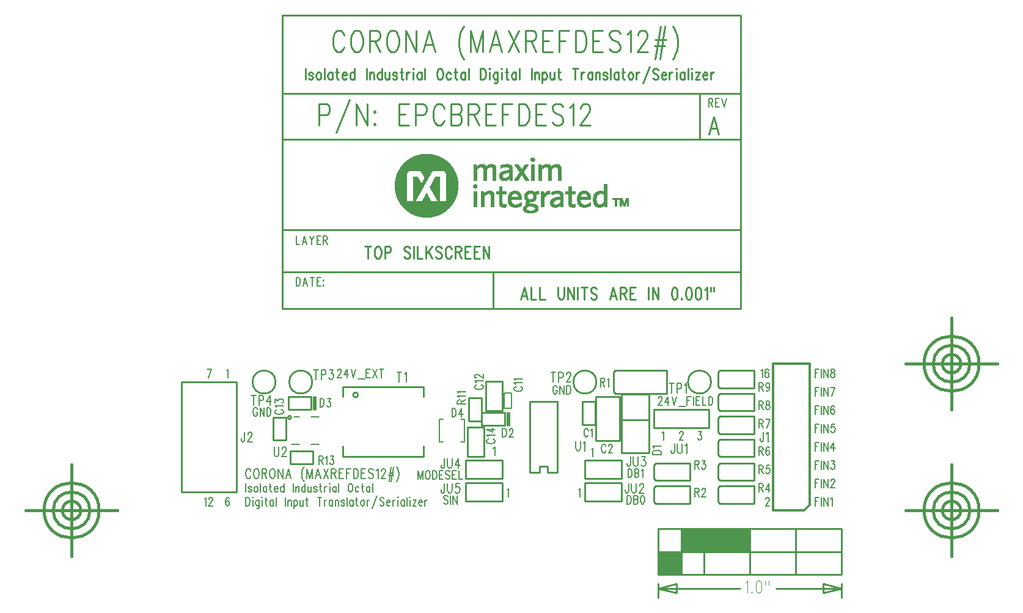
<source format=gbr>
*
*
G04 PADS 9.5 Build Number: 522968 generated Gerber (RS-274-X) file*
G04 PC Version=2.1*
*
%IN "MAXREFDES12_A.pcb"*%
*
%MOIN*%
*
%FSLAX35Y35*%
*
*
*
*
G04 PC Standard Apertures*
*
*
G04 Thermal Relief Aperture macro.*
%AMTER*
1,1,$1,0,0*
1,0,$1-$2,0,0*
21,0,$3,$4,0,0,45*
21,0,$3,$4,0,0,135*
%
*
*
G04 Annular Aperture macro.*
%AMANN*
1,1,$1,0,0*
1,0,$2,0,0*
%
*
*
G04 Odd Aperture macro.*
%AMODD*
1,1,$1,0,0*
1,0,$1-0.005,0,0*
%
*
*
G04 PC Custom Aperture Macros*
*
*
*
*
*
*
G04 PC Aperture Table*
*
%ADD046C,0.015*%
%ADD172C,0.012*%
%ADD177C,0.01*%
%ADD180C,0.007*%
%ADD185C,0.001*%
%ADD189C,0*%
%ADD193C,0.008*%
%ADD213C,0.005*%
%ADD239C,0.002*%
%ADD252C,0.009*%
*
*
*
*
G04 PC Circuitry*
G04 Layer Name MAXREFDES12_A.pcb - circuitry*
%LPD*%
*
*
G04 PC Custom Flashes*
G04 Layer Name MAXREFDES12_A.pcb - flashes*
%LPD*%
*
*
G04 PC Circuitry*
G04 Layer Name MAXREFDES12_A.pcb - circuitry*
%LPD*%
*
G54D46*
G01X2240000Y1553750D02*
Y1548750D01*
Y1543750*
Y1583750D02*
Y1553750D01*
X2220000Y1568750D02*
X2215000D01*
X2225000D02*
X2220000D01*
X2240000Y1583750D02*
Y1588750D01*
X2260000Y1568750D02*
X2265000D01*
X2255000D02*
X2260000D01*
X2225000D02*
X2255000D01*
X2245000D02*
G75*
G03X2245000I-5000J0D01*
G01X2255000D02*
G03X2255000I-15000J0D01*
G01X2250000D02*
G03X2250000I-10000J0D01*
G01X2240000Y1588750D02*
Y1593750D01*
Y1473750D02*
Y1468750D01*
Y1463750*
Y1503750D02*
Y1473750D01*
X2220000Y1488750D02*
X2215000D01*
X2225000D02*
X2220000D01*
X2240000Y1503750D02*
Y1508750D01*
X2260000Y1488750D02*
X2265000D01*
X2255000D02*
X2260000D01*
X2225000D02*
X2255000D01*
X2245000D02*
G03X2245000I-5000J0D01*
G01X2255000D02*
G03X2255000I-15000J0D01*
G01X2250000D02*
G03X2250000I-10000J0D01*
G01X2240000Y1508750D02*
Y1513750D01*
X1760000Y1473750D02*
Y1468750D01*
Y1463750*
Y1503750D02*
Y1473750D01*
X1740000Y1488750D02*
X1735000D01*
X1745000D02*
X1740000D01*
X1760000Y1503750D02*
Y1508750D01*
X1780000Y1488750D02*
X1785000D01*
X1775000D02*
X1780000D01*
X1745000D02*
X1775000D01*
X1765000D02*
G03X1765000I-5000J0D01*
G01X1775000D02*
G03X1775000I-15000J0D01*
G01X1770000D02*
G03X1770000I-10000J0D01*
G01X1760000Y1508750D02*
Y1513750D01*
G54D172*
X2142500Y1488750D02*
Y1568750D01*
X2162500*
Y1491750*
X2159500Y1488750*
X2142500*
G54D177*
X2046300Y1558750D02*
G03X2046300I-6300J0D01*
G01X1871300D02*
G03X1871300I-6300J0D01*
G01X2077500Y1543750D02*
X2107500D01*
Y1533750*
X2077500*
Y1543750*
X1820000Y1498750D02*
Y1558750D01*
X1850000*
Y1498750*
X1820000*
X1891300Y1558750D02*
G03X1891300I-6300J0D01*
G01X1976000Y1518250D02*
Y1534250D01*
X1985000*
Y1518250*
X1976000*
X1890750Y1550750D02*
Y1543750D01*
X1878250*
Y1550750*
X1890750*
X1892000D02*
Y1543750D01*
X1893000Y1550750D02*
Y1543750D01*
X1879806Y1539449D02*
G03X1879806I-880J0D01*
G01X1952000Y1550750D02*
Y1556250D01*
X1908000*
Y1550750*
X1952000Y1523750D02*
Y1518250D01*
X1908000*
Y1523750*
X1916242Y1551750D02*
G03X1916242I-1342J0D01*
G01X2046000Y1526750D02*
Y1550750D01*
X2059000*
Y1526750*
X2046000*
X1995000Y1559250D02*
Y1543250D01*
X1986000*
Y1559250*
X1995000*
X2060000Y1552250D02*
X2075000D01*
Y1520250*
X2060000*
Y1552250*
Y1538250D02*
X2075000D01*
X2097250Y1502000D02*
Y1492500D01*
X2078750*
X2077750Y1493500*
Y1501000*
X2078750Y1502000*
X2097250*
X2084500Y1565000D02*
Y1552500D01*
X2056500*
X2055500Y1553500*
Y1564000*
X2056500Y1565000*
X2084500*
X2097250Y1514500D02*
Y1505000D01*
X2078750*
X2077750Y1506000*
Y1513500*
X2078750Y1514500*
X2097250*
X1891750Y1521250D02*
Y1514250D01*
X1879250*
Y1521250*
X1891750*
X2132250Y1552500D02*
Y1543000D01*
X2113750*
X2112750Y1544000*
Y1551500*
X2113750Y1552500*
X2132250*
Y1565000D02*
Y1555500D01*
X2113750*
X2112750Y1556500*
Y1564000*
X2113750Y1565000*
X2132250*
X2045500Y1535500D02*
X2038500D01*
Y1548000*
X2045500*
Y1535500*
X2040000Y1503750D02*
X2060000D01*
Y1493750*
X2040000*
Y1503750*
Y1516250D02*
X2060000D01*
Y1506250*
X2040000*
Y1516250*
X1995000Y1506250D02*
X1975000D01*
Y1516250*
X1995000*
Y1506250*
Y1493750D02*
X1975000D01*
Y1503750*
X1995000*
Y1493750*
X1996250Y1542250D02*
Y1535250D01*
X1983750*
Y1542250*
X1996250*
X1997500D02*
Y1535250D01*
X1998500Y1542250D02*
Y1535250D01*
X2132250Y1502000D02*
Y1492500D01*
X2113750*
X2112750Y1493500*
Y1501000*
X2113750Y1502000*
X2132250*
Y1514500D02*
Y1505000D01*
X2113750*
X2112750Y1506000*
Y1513500*
X2113750Y1514500*
X2132250*
Y1527500D02*
Y1518000D01*
X2113750*
X2112750Y1519000*
Y1526500*
X2113750Y1527500*
X2132250*
Y1540000D02*
Y1530500D01*
X2113750*
X2112750Y1531500*
Y1539000*
X2113750Y1540000*
X2132250*
X1983500Y1537500D02*
X1976500D01*
Y1550000*
X1983500*
Y1537500*
X2108800Y1558750D02*
G03X2108800I-6300J0D01*
G01X2025079Y1509459D02*
Y1548041D01*
X2009921*
Y1509459*
X2015236*
Y1512750*
X2019764*
Y1509459*
X2025079*
X1877000Y1527000D02*
X1870000D01*
Y1539500*
X1877000*
Y1527000*
X2080000Y1453750D02*
X2180000D01*
Y1478750*
X2080000*
Y1453750*
Y1446250D02*
X2124500D01*
X2080000D02*
X2090000Y1448750D01*
Y1443750*
X2080000Y1446250*
X2180000D02*
X2144136D01*
X2180000D02*
X2170000Y1443750D01*
Y1448750*
X2180000Y1446250*
X2080000Y1448750D02*
Y1441250D01*
X2180000Y1448750D02*
Y1441250D01*
X2082000Y1453750D02*
Y1466250D01*
X2083000Y1453750D02*
Y1466250D01*
X2084000D02*
Y1453750D01*
X2085000Y1466250D02*
Y1453750D01*
X2086000Y1466250D02*
Y1453750D01*
X2087000Y1466250D02*
Y1453750D01*
X2088000Y1466250D02*
Y1453750D01*
X2089000Y1466250D02*
Y1453750D01*
X2090000D02*
Y1466250D01*
X2091000Y1453750D02*
Y1466250D01*
X2094000D02*
Y1478750D01*
X2095000Y1466250D02*
Y1478750D01*
X2096000D02*
Y1466250D01*
X2097000Y1478750D02*
Y1466250D01*
X2098000Y1478750D02*
Y1466250D01*
X2099000Y1478750D02*
Y1466250D01*
X2100000Y1478750D02*
Y1466250D01*
X2101000Y1478750D02*
Y1466250D01*
X2102000D02*
Y1478750D01*
X2103000Y1466250D02*
Y1478750D01*
X2092500Y1453750D02*
Y1478750D01*
X2105000Y1453750D02*
Y1478750D01*
X2080000Y1466250D02*
X2180000D01*
X2155000Y1453750D02*
Y1478750D01*
X2130000Y1453750D02*
Y1478750D01*
X2081000Y1453750D02*
Y1466250D01*
X2091500Y1453750D02*
Y1466250D01*
X2093500D02*
Y1478750D01*
X2104000Y1466250D02*
Y1478750D01*
X2107000Y1466250D02*
Y1478750D01*
X2106000Y1466250D02*
Y1478750D01*
X2108000Y1466250D02*
Y1478750D01*
X2109000D02*
Y1466250D01*
X2110000Y1478750D02*
Y1466250D01*
X2111000Y1478750D02*
Y1466250D01*
X2112000Y1478750D02*
Y1466250D01*
X2113000Y1478750D02*
Y1466250D01*
X2115000D02*
Y1478750D01*
X2114000D02*
Y1466250D01*
X2116000D02*
Y1478750D01*
X2117000Y1466250D02*
Y1478750D01*
X2119000Y1466250D02*
Y1478750D01*
X2118000Y1466250D02*
Y1478750D01*
X2120000Y1466250D02*
Y1478750D01*
X2121000D02*
Y1466250D01*
X2122000Y1478750D02*
Y1466250D01*
X2123000Y1478750D02*
Y1466250D01*
X2124000Y1478750D02*
Y1466250D01*
X2125000Y1478750D02*
Y1466250D01*
X2126000Y1478750D02*
Y1466250D01*
X2127000D02*
Y1478750D01*
X2128000Y1466250D02*
Y1478750D01*
X2129000Y1466250D02*
Y1478750D01*
X2125000Y1598750D02*
Y1758750D01*
X1875000*
Y1598750*
X2125000*
X2102500Y1716250D02*
Y1691250D01*
X2125000Y1716250D02*
X1875000D01*
X2125000Y1691250D02*
X1875000D01*
X2125000Y1618750D02*
X1875000D01*
X2125000Y1641950D02*
X1875000D01*
X1990000Y1598750D02*
Y1618750D01*
X1895000Y1710563D02*
Y1698750D01*
Y1710563D02*
X1898682D01*
X1898682D02*
X1899909Y1710000D01*
X1900318Y1709438*
X1900318D02*
X1900727Y1708313D01*
X1900727D02*
Y1706625D01*
X1900318Y1705500*
X1899909Y1704938*
X1899909D02*
X1898682Y1704375D01*
X1895000*
X1911773Y1712813D02*
X1904409Y1694812D01*
X1915455Y1710563D02*
Y1698750D01*
Y1710563D02*
X1921182Y1698750D01*
Y1710563D02*
Y1698750D01*
X1925273Y1706625D02*
X1924864Y1706063D01*
X1924864D02*
X1925273Y1705500D01*
X1925682Y1706063*
X1925682D02*
X1925273Y1706625D01*
Y1699875D02*
X1924864Y1699313D01*
X1924864D02*
X1925273Y1698750D01*
X1925682Y1699313*
X1925682D02*
X1925273Y1699875D01*
X1938773Y1710563D02*
Y1698750D01*
Y1710563D02*
X1944091D01*
X1938773Y1704938D02*
X1942045D01*
X1938773Y1698750D02*
X1944091D01*
X1947773Y1710563D02*
Y1698750D01*
Y1710563D02*
X1951455D01*
X1951455D02*
X1952682Y1710000D01*
X1953091Y1709438*
X1953091D02*
X1953500Y1708313D01*
X1953500D02*
Y1706625D01*
X1953091Y1705500*
X1952682Y1704938*
X1952682D02*
X1951455Y1704375D01*
X1947773*
X1963318Y1707750D02*
X1962909Y1708875D01*
X1962091Y1710000*
X1961273Y1710563*
X1961273D02*
X1959636D01*
X1959636D02*
X1958818Y1710000D01*
X1958000Y1708875*
X1957591Y1707750*
X1957182Y1706063*
X1957182D02*
Y1703250D01*
X1957591Y1701563*
X1957591D02*
X1958000Y1700438D01*
X1958000D02*
X1958818Y1699313D01*
X1958818D02*
X1959636Y1698750D01*
X1961273*
X1962091Y1699313*
X1962091D02*
X1962909Y1700438D01*
X1962909D02*
X1963318Y1701563D01*
X1967000Y1710563D02*
Y1698750D01*
Y1710563D02*
X1970682D01*
X1970682D02*
X1971909Y1710000D01*
X1972318Y1709438*
X1972318D02*
X1972727Y1708313D01*
X1972727D02*
Y1707188D01*
X1972727D02*
X1972318Y1706063D01*
X1972318D02*
X1971909Y1705500D01*
X1970682Y1704938*
X1967000D02*
X1970682D01*
X1970682D02*
X1971909Y1704375D01*
X1972318Y1703813*
X1972318D02*
X1972727Y1702688D01*
X1972727D02*
Y1701000D01*
X1972318Y1699875*
X1971909Y1699313*
X1971909D02*
X1970682Y1698750D01*
X1967000*
X1976409Y1710563D02*
Y1698750D01*
Y1710563D02*
X1980091D01*
X1980091D02*
X1981318Y1710000D01*
X1981727Y1709438*
X1981727D02*
X1982136Y1708313D01*
X1982136D02*
Y1707188D01*
X1982136D02*
X1981727Y1706063D01*
X1981727D02*
X1981318Y1705500D01*
X1980091Y1704938*
X1980091D02*
X1976409D01*
X1979273D02*
X1982136Y1698750D01*
X1985818Y1710563D02*
Y1698750D01*
Y1710563D02*
X1991136D01*
X1985818Y1704938D02*
X1989091D01*
X1985818Y1698750D02*
X1991136D01*
X1994818Y1710563D02*
Y1698750D01*
Y1710563D02*
X2000136D01*
X1994818Y1704938D02*
X1998091D01*
X2003818Y1710563D02*
Y1698750D01*
Y1710563D02*
X2006682D01*
X2006682D02*
X2007909Y1710000D01*
X2008727Y1708875*
X2009136Y1707750*
X2009545Y1706063*
X2009545D02*
Y1703250D01*
X2009136Y1701563*
X2009136D02*
X2008727Y1700438D01*
X2008727D02*
X2007909Y1699313D01*
X2007909D02*
X2006682Y1698750D01*
X2003818*
X2013227Y1710563D02*
Y1698750D01*
Y1710563D02*
X2018545D01*
X2013227Y1704938D02*
X2016500D01*
X2013227Y1698750D02*
X2018545D01*
X2027955Y1708875D02*
X2027136Y1710000D01*
X2025909Y1710563*
X2025909D02*
X2024273D01*
X2024273D02*
X2023045Y1710000D01*
X2022227Y1708875*
Y1707750*
X2022636Y1706625*
X2023045Y1706063*
X2023045D02*
X2023864Y1705500D01*
X2026318Y1704375*
X2027136Y1703813*
X2027136D02*
X2027545Y1703250D01*
X2027955Y1702125*
Y1700438*
X2027955D02*
X2027136Y1699313D01*
X2027136D02*
X2025909Y1698750D01*
X2024273*
X2023045Y1699313*
X2023045D02*
X2022227Y1700438D01*
X2031636Y1708313D02*
X2032455Y1708875D01*
X2033682Y1710563*
X2033682D02*
Y1698750D01*
X2037773Y1707750D02*
Y1708313D01*
X2037773D02*
X2038182Y1709438D01*
X2038182D02*
X2038591Y1710000D01*
X2039409Y1710563*
X2039409D02*
X2041045D01*
X2041045D02*
X2041864Y1710000D01*
X2042273Y1709438*
X2042273D02*
X2042682Y1708313D01*
X2042682D02*
Y1707188D01*
X2042682D02*
X2042273Y1706063D01*
X2042273D02*
X2041455Y1704375D01*
X2037364Y1698750*
X2043091*
X1908636Y1747750D02*
X1908227Y1748875D01*
X1907409Y1750000*
X1906591Y1750563*
X1906591D02*
X1904955D01*
X1904955D02*
X1904136Y1750000D01*
X1903318Y1748875*
X1902909Y1747750*
X1902500Y1746063*
X1902500D02*
Y1743250D01*
X1902909Y1741563*
X1902909D02*
X1903318Y1740438D01*
X1903318D02*
X1904136Y1739313D01*
X1904136D02*
X1904955Y1738750D01*
X1906591*
X1907409Y1739313*
X1907409D02*
X1908227Y1740438D01*
X1908227D02*
X1908636Y1741563D01*
X1914773Y1750563D02*
X1913955Y1750000D01*
X1913136Y1748875*
X1912727Y1747750*
X1912318Y1746063*
X1912318D02*
Y1743250D01*
X1912727Y1741563*
X1912727D02*
X1913136Y1740438D01*
X1913136D02*
X1913955Y1739313D01*
X1913955D02*
X1914773Y1738750D01*
X1916409*
X1917227Y1739313*
X1917227D02*
X1918045Y1740438D01*
X1918045D02*
X1918455Y1741563D01*
X1918455D02*
X1918864Y1743250D01*
Y1746063*
X1918864D02*
X1918455Y1747750D01*
X1918045Y1748875*
X1917227Y1750000*
X1916409Y1750563*
X1916409D02*
X1914773D01*
X1922545D02*
Y1738750D01*
Y1750563D02*
X1926227D01*
X1926227D02*
X1927455Y1750000D01*
X1927864Y1749438*
X1927864D02*
X1928273Y1748313D01*
X1928273D02*
Y1747188D01*
X1928273D02*
X1927864Y1746063D01*
X1927864D02*
X1927455Y1745500D01*
X1926227Y1744938*
X1926227D02*
X1922545D01*
X1925409D02*
X1928273Y1738750D01*
X1934409Y1750563D02*
X1933591Y1750000D01*
X1932773Y1748875*
X1932364Y1747750*
X1931955Y1746063*
X1931955D02*
Y1743250D01*
X1932364Y1741563*
X1932364D02*
X1932773Y1740438D01*
X1932773D02*
X1933591Y1739313D01*
X1933591D02*
X1934409Y1738750D01*
X1936045*
X1936864Y1739313*
X1936864D02*
X1937682Y1740438D01*
X1937682D02*
X1938091Y1741563D01*
X1938091D02*
X1938500Y1743250D01*
Y1746063*
X1938500D02*
X1938091Y1747750D01*
X1937682Y1748875*
X1936864Y1750000*
X1936045Y1750563*
X1936045D02*
X1934409D01*
X1942182D02*
Y1738750D01*
Y1750563D02*
X1947909Y1738750D01*
Y1750563D02*
Y1738750D01*
X1954864Y1750563D02*
X1951591Y1738750D01*
X1954864Y1750563D02*
X1958136Y1738750D01*
X1952818Y1742688D02*
X1956909D01*
X1974091Y1752813D02*
X1973273Y1751688D01*
X1973273D02*
X1972455Y1750000D01*
X1971636Y1747750*
X1971227Y1744938*
X1971227D02*
Y1742688D01*
X1971227D02*
X1971636Y1739875D01*
X1972455Y1737625*
X1973273Y1735937*
X1973273D02*
X1974091Y1734812D01*
X1977773Y1750563D02*
Y1738750D01*
Y1750563D02*
X1981045Y1738750D01*
X1984318Y1750563D02*
X1981045Y1738750D01*
X1984318Y1750563D02*
Y1738750D01*
X1991273Y1750563D02*
X1988000Y1738750D01*
X1991273Y1750563D02*
X1994545Y1738750D01*
X1989227Y1742688D02*
X1993318D01*
X1998227Y1750563D02*
X2003955Y1738750D01*
Y1750563D02*
X1998227Y1738750D01*
X2007636Y1750563D02*
Y1738750D01*
Y1750563D02*
X2011318D01*
X2011318D02*
X2012545Y1750000D01*
X2012955Y1749438*
X2012955D02*
X2013364Y1748313D01*
X2013364D02*
Y1747188D01*
X2013364D02*
X2012955Y1746063D01*
X2012955D02*
X2012545Y1745500D01*
X2011318Y1744938*
X2011318D02*
X2007636D01*
X2010500D02*
X2013364Y1738750D01*
X2017045Y1750563D02*
Y1738750D01*
Y1750563D02*
X2022364D01*
X2017045Y1744938D02*
X2020318D01*
X2017045Y1738750D02*
X2022364D01*
X2026045Y1750563D02*
Y1738750D01*
Y1750563D02*
X2031364D01*
X2026045Y1744938D02*
X2029318D01*
X2035045Y1750563D02*
Y1738750D01*
Y1750563D02*
X2037909D01*
X2037909D02*
X2039136Y1750000D01*
X2039955Y1748875*
X2040364Y1747750*
X2040773Y1746063*
X2040773D02*
Y1743250D01*
X2040364Y1741563*
X2040364D02*
X2039955Y1740438D01*
X2039955D02*
X2039136Y1739313D01*
X2039136D02*
X2037909Y1738750D01*
X2035045*
X2044455Y1750563D02*
Y1738750D01*
Y1750563D02*
X2049773D01*
X2044455Y1744938D02*
X2047727D01*
X2044455Y1738750D02*
X2049773D01*
X2059182Y1748875D02*
X2058364Y1750000D01*
X2057136Y1750563*
X2057136D02*
X2055500D01*
X2055500D02*
X2054273Y1750000D01*
X2053455Y1748875*
Y1747750*
X2053864Y1746625*
X2054273Y1746063*
X2054273D02*
X2055091Y1745500D01*
X2057545Y1744375*
X2058364Y1743813*
X2058364D02*
X2058773Y1743250D01*
X2059182Y1742125*
Y1740438*
X2059182D02*
X2058364Y1739313D01*
X2058364D02*
X2057136Y1738750D01*
X2055500*
X2054273Y1739313*
X2054273D02*
X2053455Y1740438D01*
X2062864Y1748313D02*
X2063682Y1748875D01*
X2064909Y1750563*
X2064909D02*
Y1738750D01*
X2069000Y1747750D02*
Y1748313D01*
X2069000D02*
X2069409Y1749438D01*
X2069409D02*
X2069818Y1750000D01*
X2070636Y1750563*
X2070636D02*
X2072273D01*
X2072273D02*
X2073091Y1750000D01*
X2073500Y1749438*
X2073500D02*
X2073909Y1748313D01*
X2073909D02*
Y1747188D01*
X2073909D02*
X2073500Y1746063D01*
X2073500D02*
X2072682Y1744375D01*
X2068591Y1738750*
X2074318*
X2081273Y1752813D02*
X2078409Y1734812D01*
X2083727Y1752813D02*
X2080864Y1734812D01*
X2078409Y1745500D02*
X2084136D01*
X2078000Y1742125D02*
X2083727D01*
X2087818Y1752813D02*
X2088636Y1751688D01*
X2088636D02*
X2089455Y1750000D01*
X2090273Y1747750*
X2090682Y1744938*
X2090682D02*
Y1742688D01*
X2090682D02*
X2090273Y1739875D01*
X2089455Y1737625*
X2088636Y1735937*
X2088636D02*
X2087818Y1734812D01*
X2110227Y1703594D02*
X2107500Y1693750D01*
X2110227Y1703594D02*
X2112955Y1693750D01*
X2108523Y1697031D02*
X2111932D01*
X2006818Y1610313D02*
X2005000Y1603750D01*
X2006818Y1610313D02*
X2008636Y1603750D01*
X2005682Y1605938D02*
X2007955D01*
X2010682Y1610313D02*
Y1603750D01*
X2013409*
X2015455Y1610313D02*
Y1603750D01*
X2018182*
X2025455Y1610313D02*
Y1605625D01*
X2025682Y1604688*
X2025682D02*
X2026136Y1604063D01*
X2026136D02*
X2026818Y1603750D01*
X2027273*
X2027955Y1604063*
X2027955D02*
X2028409Y1604688D01*
X2028409D02*
X2028636Y1605625D01*
Y1610313*
X2030682D02*
Y1603750D01*
Y1610313D02*
X2033864Y1603750D01*
Y1610313D02*
Y1603750D01*
X2035909Y1610313D02*
Y1603750D01*
X2039545Y1610313D02*
Y1603750D01*
X2037955Y1610313D02*
X2041136D01*
X2046364Y1609375D02*
X2045909Y1610000D01*
X2045227Y1610313*
X2045227D02*
X2044318D01*
X2044318D02*
X2043636Y1610000D01*
X2043182Y1609375*
Y1608750*
X2043409Y1608125*
X2043636Y1607813*
X2043636D02*
X2044091Y1607500D01*
X2045455Y1606875*
X2045909Y1606563*
X2045909D02*
X2046136Y1606250D01*
X2046364Y1605625*
Y1604688*
X2046364D02*
X2045909Y1604063D01*
X2045909D02*
X2045227Y1603750D01*
X2044318*
X2043636Y1604063*
X2043636D02*
X2043182Y1604688D01*
X2055455Y1610313D02*
X2053636Y1603750D01*
X2055455Y1610313D02*
X2057273Y1603750D01*
X2054318Y1605938D02*
X2056591D01*
X2059318Y1610313D02*
Y1603750D01*
Y1610313D02*
X2061364D01*
X2061364D02*
X2062045Y1610000D01*
X2062273Y1609688*
X2062273D02*
X2062500Y1609063D01*
X2062500D02*
Y1608438D01*
X2062500D02*
X2062273Y1607813D01*
X2062273D02*
X2062045Y1607500D01*
X2061364Y1607188*
X2061364D02*
X2059318D01*
X2060909D02*
X2062500Y1603750D01*
X2064545Y1610313D02*
Y1603750D01*
Y1610313D02*
X2067500D01*
X2064545Y1607188D02*
X2066364D01*
X2064545Y1603750D02*
X2067500D01*
X2074773Y1610313D02*
Y1603750D01*
X2076818Y1610313D02*
Y1603750D01*
Y1610313D02*
X2080000Y1603750D01*
Y1610313D02*
Y1603750D01*
X2088636Y1610313D02*
X2087955Y1610000D01*
X2087500Y1609063*
X2087500D02*
X2087273Y1607500D01*
Y1606563*
X2087273D02*
X2087500Y1605000D01*
X2087955Y1604063*
X2087955D02*
X2088636Y1603750D01*
X2089091*
X2089773Y1604063*
X2089773D02*
X2090227Y1605000D01*
X2090455Y1606563*
X2090455D02*
Y1607500D01*
X2090227Y1609063*
X2090227D02*
X2089773Y1610000D01*
X2089091Y1610313*
X2089091D02*
X2088636D01*
X2092727Y1604375D02*
X2092500Y1604063D01*
X2092500D02*
X2092727Y1603750D01*
X2092955Y1604063*
X2092955D02*
X2092727Y1604375D01*
X2096364Y1610313D02*
X2095682Y1610000D01*
X2095227Y1609063*
X2095227D02*
X2095000Y1607500D01*
Y1606563*
X2095000D02*
X2095227Y1605000D01*
X2095682Y1604063*
X2095682D02*
X2096364Y1603750D01*
X2096818*
X2097500Y1604063*
X2097500D02*
X2097955Y1605000D01*
X2098182Y1606563*
X2098182D02*
Y1607500D01*
X2097955Y1609063*
X2097955D02*
X2097500Y1610000D01*
X2096818Y1610313*
X2096818D02*
X2096364D01*
X2101591D02*
X2100909Y1610000D01*
X2100455Y1609063*
X2100455D02*
X2100227Y1607500D01*
Y1606563*
X2100227D02*
X2100455Y1605000D01*
X2100909Y1604063*
X2100909D02*
X2101591Y1603750D01*
X2102045*
X2102727Y1604063*
X2102727D02*
X2103182Y1605000D01*
X2103409Y1606563*
X2103409D02*
Y1607500D01*
X2103182Y1609063*
X2103182D02*
X2102727Y1610000D01*
X2102045Y1610313*
X2102045D02*
X2101591D01*
X2105455Y1609063D02*
X2105909Y1609375D01*
X2106591Y1610313*
X2106591D02*
Y1603750D01*
X2108636Y1610313D02*
Y1608125D01*
X2110455Y1610313D02*
Y1608125D01*
X1921591Y1632813D02*
Y1626250D01*
X1920000Y1632813D02*
X1923182D01*
X1926591D02*
X1926136Y1632500D01*
X1925682Y1631875*
X1925455Y1631250*
X1925227Y1630313*
X1925227D02*
Y1628750D01*
X1925455Y1627813*
X1925455D02*
X1925682Y1627188D01*
X1925682D02*
X1926136Y1626563D01*
X1926136D02*
X1926591Y1626250D01*
X1927500*
X1927955Y1626563*
X1927955D02*
X1928409Y1627188D01*
X1928409D02*
X1928636Y1627813D01*
X1928636D02*
X1928864Y1628750D01*
Y1630313*
X1928864D02*
X1928636Y1631250D01*
X1928409Y1631875*
X1927955Y1632500*
X1927500Y1632813*
X1927500D02*
X1926591D01*
X1930909D02*
Y1626250D01*
Y1632813D02*
X1932955D01*
X1932955D02*
X1933636Y1632500D01*
X1933864Y1632188*
X1933864D02*
X1934091Y1631563D01*
X1934091D02*
Y1630625D01*
X1933864Y1630000*
X1933636Y1629688*
X1933636D02*
X1932955Y1629375D01*
X1930909*
X1944545Y1631875D02*
X1944091Y1632500D01*
X1943409Y1632813*
X1943409D02*
X1942500D01*
X1942500D02*
X1941818Y1632500D01*
X1941364Y1631875*
Y1631250*
X1941591Y1630625*
X1941818Y1630313*
X1941818D02*
X1942273Y1630000D01*
X1943636Y1629375*
X1944091Y1629063*
X1944091D02*
X1944318Y1628750D01*
X1944545Y1628125*
Y1627188*
X1944545D02*
X1944091Y1626563D01*
X1944091D02*
X1943409Y1626250D01*
X1942500*
X1941818Y1626563*
X1941818D02*
X1941364Y1627188D01*
X1946591Y1632813D02*
Y1626250D01*
X1948636Y1632813D02*
Y1626250D01*
X1951364*
X1953409Y1632813D02*
Y1626250D01*
X1956591Y1632813D02*
X1953409Y1628438D01*
X1954545Y1630000D02*
X1956591Y1626250D01*
X1961818Y1631875D02*
X1961364Y1632500D01*
X1960682Y1632813*
X1960682D02*
X1959773D01*
X1959773D02*
X1959091Y1632500D01*
X1958636Y1631875*
Y1631250*
X1958864Y1630625*
X1959091Y1630313*
X1959091D02*
X1959545Y1630000D01*
X1960909Y1629375*
X1961364Y1629063*
X1961364D02*
X1961591Y1628750D01*
X1961818Y1628125*
Y1627188*
X1961818D02*
X1961364Y1626563D01*
X1961364D02*
X1960682Y1626250D01*
X1959773*
X1959091Y1626563*
X1959091D02*
X1958636Y1627188D01*
X1967273Y1631250D02*
X1967045Y1631875D01*
X1966591Y1632500*
X1966136Y1632813*
X1966136D02*
X1965227D01*
X1965227D02*
X1964773Y1632500D01*
X1964318Y1631875*
X1964091Y1631250*
X1963864Y1630313*
X1963864D02*
Y1628750D01*
X1964091Y1627813*
X1964091D02*
X1964318Y1627188D01*
X1964318D02*
X1964773Y1626563D01*
X1964773D02*
X1965227Y1626250D01*
X1966136*
X1966591Y1626563*
X1966591D02*
X1967045Y1627188D01*
X1967045D02*
X1967273Y1627813D01*
X1969318Y1632813D02*
Y1626250D01*
Y1632813D02*
X1971364D01*
X1971364D02*
X1972045Y1632500D01*
X1972273Y1632188*
X1972273D02*
X1972500Y1631563D01*
X1972500D02*
Y1630938D01*
X1972500D02*
X1972273Y1630313D01*
X1972273D02*
X1972045Y1630000D01*
X1971364Y1629688*
X1971364D02*
X1969318D01*
X1970909D02*
X1972500Y1626250D01*
X1974545Y1632813D02*
Y1626250D01*
Y1632813D02*
X1977500D01*
X1974545Y1629688D02*
X1976364D01*
X1974545Y1626250D02*
X1977500D01*
X1979545Y1632813D02*
Y1626250D01*
Y1632813D02*
X1982500D01*
X1979545Y1629688D02*
X1981364D01*
X1979545Y1626250D02*
X1982500D01*
X1984545Y1632813D02*
Y1626250D01*
Y1632813D02*
X1987727Y1626250D01*
Y1632813D02*
Y1626250D01*
G54D180*
X2002500Y1556136D02*
X2002062Y1555977D01*
X2001625Y1555659*
X2001406Y1555341*
Y1554705*
X2001625Y1554386*
X2002062Y1554068*
X2002500Y1553909*
X2003156Y1553750*
X2004250*
X2004906Y1553909*
X2005344Y1554068*
X2005781Y1554386*
X2006000Y1554705*
Y1555341*
X2005781Y1555659*
X2005344Y1555977*
X2004906Y1556136*
X2002281Y1557568D02*
X2002062Y1557886D01*
X2001406Y1558364*
X2006000*
X2002281Y1559795D02*
X2002062Y1560114D01*
X2001406Y1560591*
X2006000*
X1987500Y1527636D02*
X1987062Y1527477D01*
X1987062D02*
X1986625Y1527159D01*
X1986406Y1526841*
Y1526205*
X1986625Y1525886*
X1987062Y1525568*
X1987062D02*
X1987500Y1525409D01*
X1988156Y1525250*
X1989250*
X1989906Y1525409*
X1990344Y1525568*
X1990781Y1525886*
X1991000Y1526205*
Y1526841*
X1990781Y1527159*
X1990344Y1527477*
X1989906Y1527636*
X1987281Y1529068D02*
X1987062Y1529386D01*
X1987062D02*
X1986406Y1529864D01*
X1991000*
X1986406Y1532886D02*
X1989469Y1531295D01*
Y1533682*
X1986406Y1532886D02*
X1991000D01*
X1895500Y1549844D02*
Y1545250D01*
Y1549844D02*
X1896614D01*
X1897091Y1549625*
X1897409Y1549188*
X1897568Y1548750*
X1897727Y1548094*
Y1547000*
X1897568Y1546344*
X1897409Y1545906*
X1897091Y1545469*
X1896614Y1545250*
X1895500*
X1899477Y1549844D02*
X1901227D01*
X1900273Y1548094*
X1900750*
X1901068Y1547875*
X1901227Y1547656*
X1901386Y1547000*
Y1546563*
X1901227Y1545906*
X1900909Y1545469*
X1900432Y1545250*
X1899955*
X1899477Y1545469*
X1899318Y1545688*
X1899159Y1546125*
X1967500Y1544344D02*
Y1539750D01*
Y1544344D02*
X1968614D01*
X1969091Y1544125*
X1969409Y1543688*
X1969409D02*
X1969568Y1543250D01*
X1969727Y1542594*
Y1541500*
X1969568Y1540844*
X1969409Y1540406*
X1969091Y1539969*
X1968614Y1539750*
X1967500*
X1972750Y1544344D02*
X1971159Y1541281D01*
X1973545*
X1972750Y1544344D02*
Y1539750D01*
X2051386Y1523750D02*
X2051227Y1524188D01*
X2051227D02*
X2050909Y1524625D01*
X2050591Y1524844*
X2049955*
X2049636Y1524625*
X2049318Y1524188*
X2049318D02*
X2049159Y1523750D01*
X2049000Y1523094*
Y1522000*
X2049159Y1521344*
X2049318Y1520906*
X2049636Y1520469*
X2049955Y1520250*
X2050591*
X2050909Y1520469*
X2051227Y1520906*
X2051386Y1521344*
X2052977Y1523750D02*
Y1523969D01*
X2053136Y1524406*
X2053295Y1524625*
X2053614Y1524844*
X2054250*
X2054568Y1524625*
X2054727Y1524406*
X2054886Y1523969*
Y1523531*
X2054727Y1523094*
X2054409Y1522438*
X2054409D02*
X2052818Y1520250D01*
X2055045*
X1981000Y1557136D02*
X1980562Y1556977D01*
X1980562D02*
X1980125Y1556659D01*
X1979906Y1556341*
Y1555705*
X1980125Y1555386*
X1980562Y1555068*
X1980562D02*
X1981000Y1554909D01*
X1981656Y1554750*
X1982750*
X1983406Y1554909*
X1983844Y1555068*
X1984281Y1555386*
X1984500Y1555705*
Y1556341*
X1984281Y1556659*
X1983844Y1556977*
X1983406Y1557136*
X1980781Y1558568D02*
X1980562Y1558886D01*
X1980562D02*
X1979906Y1559364D01*
X1984500*
X1981000Y1560955D02*
X1980781D01*
X1980344Y1561114*
X1980125Y1561273*
X1979906Y1561591*
Y1562227*
X1980125Y1562545*
X1980344Y1562705*
X1980781Y1562864*
X1981219*
X1981656Y1562705*
X1982312Y1562386*
X1982312D02*
X1984500Y1560795D01*
Y1563023*
X2076906Y1519250D02*
X2081500D01*
X2076906D02*
Y1520364D01*
X2077125Y1520841*
X2077562Y1521159*
X2077562D02*
X2078000Y1521318D01*
X2078656Y1521477*
X2079750*
X2080406Y1521318*
X2080844Y1521159*
X2081281Y1520841*
X2081500Y1520364*
Y1519250*
X2077781Y1522909D02*
X2077562Y1523227D01*
X2077562D02*
X2076906Y1523705D01*
X2081500*
X2100000Y1500844D02*
Y1496250D01*
Y1500844D02*
X2101432D01*
X2101909Y1500625*
X2102068Y1500406*
X2102227Y1499969*
Y1499531*
X2102068Y1499094*
X2101909Y1498875*
X2101432Y1498656*
X2100000*
X2101114D02*
X2102227Y1496250D01*
X2103818Y1499750D02*
Y1499969D01*
X2103977Y1500406*
X2104136Y1500625*
X2104455Y1500844*
X2105091*
X2105409Y1500625*
X2105568Y1500406*
X2105727Y1499969*
Y1499531*
X2105568Y1499094*
X2105250Y1498438*
X2105250D02*
X2103659Y1496250D01*
X2105886*
X2048500Y1560844D02*
Y1556250D01*
Y1560844D02*
X2049932D01*
X2050409Y1560625*
X2050568Y1560406*
X2050727Y1559969*
Y1559531*
X2050568Y1559094*
X2050409Y1558875*
X2049932Y1558656*
X2048500*
X2049614D02*
X2050727Y1556250D01*
X2052159Y1559969D02*
X2052477Y1560188D01*
X2052477D02*
X2052955Y1560844D01*
Y1556250*
X2100000Y1515844D02*
Y1511250D01*
Y1515844D02*
X2101432D01*
X2101909Y1515625*
X2102068Y1515406*
X2102227Y1514969*
Y1514531*
X2102068Y1514094*
X2101909Y1513875*
X2101432Y1513656*
X2100000*
X2101114D02*
X2102227Y1511250D01*
X2103977Y1515844D02*
X2105727D01*
X2104773Y1514094*
X2105250*
X2105568Y1513875*
X2105727Y1513656*
X2105886Y1513000*
Y1512563*
X2105886D02*
X2105727Y1511906D01*
X2105409Y1511469*
X2104932Y1511250*
X2104455*
X2103977Y1511469*
X2103818Y1511688*
X2103818D02*
X2103659Y1512125D01*
X1895000Y1518344D02*
Y1513750D01*
Y1518344D02*
X1896432D01*
X1896909Y1518125*
X1897068Y1517906*
X1897227Y1517469*
Y1517031*
X1897068Y1516594*
X1896909Y1516375*
X1896432Y1516156*
X1895000*
X1896114D02*
X1897227Y1513750D01*
X1898659Y1517469D02*
X1898977Y1517688D01*
X1899455Y1518344*
Y1513750*
X1901205Y1518344D02*
X1902955D01*
X1902000Y1516594*
X1902477*
X1902795Y1516375*
X1902955Y1516156*
X1903114Y1515500*
Y1515063*
X1902955Y1514406*
X1902636Y1513969*
X1902159Y1513750*
X1901682*
X1901205Y1513969*
X1901045Y1514188*
X1900886Y1514625*
X2135000Y1548344D02*
Y1543750D01*
Y1548344D02*
X2136432D01*
X2136909Y1548125*
X2137068Y1547906*
X2137227Y1547469*
Y1547031*
X2137068Y1546594*
X2136909Y1546375*
X2136432Y1546156*
X2135000*
X2136114D02*
X2137227Y1543750D01*
X2139455Y1548344D02*
X2138977Y1548125D01*
X2138818Y1547688*
X2138818D02*
Y1547250D01*
X2138977Y1546813*
X2138977D02*
X2139295Y1546594D01*
X2139932Y1546375*
X2140409Y1546156*
X2140727Y1545719*
X2140886Y1545281*
Y1544625*
X2140727Y1544188*
X2140727D02*
X2140568Y1543969D01*
X2140091Y1543750*
X2139455*
X2138977Y1543969*
X2138818Y1544188*
X2138818D02*
X2138659Y1544625D01*
Y1545281*
X2138818Y1545719*
X2139136Y1546156*
X2139614Y1546375*
X2140250Y1546594*
X2140568Y1546813*
X2140568D02*
X2140727Y1547250D01*
Y1547688*
X2140727D02*
X2140568Y1548125D01*
X2140091Y1548344*
X2139455*
X2135000Y1558344D02*
Y1553750D01*
Y1558344D02*
X2136432D01*
X2136909Y1558125*
X2137068Y1557906*
X2137227Y1557469*
Y1557031*
X2137068Y1556594*
X2136909Y1556375*
X2136432Y1556156*
X2135000*
X2136114D02*
X2137227Y1553750D01*
X2140727Y1556813D02*
X2140568Y1556156D01*
X2140250Y1555719*
X2139773Y1555500*
X2139614*
X2139136Y1555719*
X2138818Y1556156*
X2138659Y1556813*
X2138659D02*
Y1557031D01*
X2138818Y1557688*
X2138818D02*
X2139136Y1558125D01*
X2139614Y1558344*
X2139773*
X2140250Y1558125*
X2140568Y1557688*
X2140568D02*
X2140727Y1556813D01*
X2140727D02*
Y1555719D01*
X2140568Y1554625*
X2140250Y1553969*
X2139773Y1553750*
X2139455*
X2138977Y1553969*
X2138818Y1554406*
X2041886Y1532250D02*
X2041727Y1532688D01*
X2041727D02*
X2041409Y1533125D01*
X2041091Y1533344*
X2040455*
X2040136Y1533125*
X2039818Y1532688*
X2039818D02*
X2039659Y1532250D01*
X2039500Y1531594*
Y1530500*
X2039659Y1529844*
X2039818Y1529406*
X2040136Y1528969*
X2040455Y1528750*
X2041091*
X2041409Y1528969*
X2041727Y1529406*
X2041886Y1529844*
X2043318Y1532469D02*
X2043636Y1532688D01*
X2043636D02*
X2044114Y1533344D01*
Y1528750*
X1995000Y1533344D02*
Y1528750D01*
Y1533344D02*
X1996114D01*
X1996591Y1533125*
X1996909Y1532688*
X1997068Y1532250*
X1997227Y1531594*
Y1530500*
X1997068Y1529844*
X1996909Y1529406*
X1996591Y1528969*
X1996114Y1528750*
X1995000*
X1998818Y1532250D02*
Y1532469D01*
X1998977Y1532906*
X1999136Y1533125*
X1999455Y1533344*
X2000091*
X2000409Y1533125*
X2000568Y1532906*
X2000727Y1532469*
Y1532031*
X2000568Y1531594*
X2000250Y1530938*
X1998659Y1528750*
X2000886*
X2135000Y1503344D02*
Y1498750D01*
Y1503344D02*
X2136432D01*
X2136909Y1503125*
X2137068Y1502906*
X2137227Y1502469*
Y1502031*
X2137068Y1501594*
X2136909Y1501375*
X2136432Y1501156*
X2135000*
X2136114D02*
X2137227Y1498750D01*
X2140250Y1503344D02*
X2138659Y1500281D01*
X2141045*
X2140250Y1503344D02*
Y1498750D01*
X2135000Y1513344D02*
Y1508750D01*
Y1513344D02*
X2136432D01*
X2136909Y1513125*
X2137068Y1512906*
X2137227Y1512469*
Y1512031*
X2137068Y1511594*
X2136909Y1511375*
X2136432Y1511156*
X2135000*
X2136114D02*
X2137227Y1508750D01*
X2140727Y1513344D02*
X2139136D01*
X2138977Y1511375*
X2139136Y1511594*
X2139614Y1511813*
X2139614D02*
X2140091D01*
X2140091D02*
X2140568Y1511594D01*
X2140886Y1511156*
X2141045Y1510500*
X2140886Y1510063*
X2140886D02*
X2140727Y1509406D01*
X2140409Y1508969*
X2139932Y1508750*
X2139455*
X2138977Y1508969*
X2138818Y1509188*
X2138818D02*
X2138659Y1509625D01*
X2135000Y1523344D02*
Y1518750D01*
Y1523344D02*
X2136432D01*
X2136909Y1523125*
X2137068Y1522906*
X2137227Y1522469*
Y1522031*
X2137068Y1521594*
X2136909Y1521375*
X2136432Y1521156*
X2135000*
X2136114D02*
X2137227Y1518750D01*
X2140568Y1522688D02*
X2140409Y1523125D01*
X2139932Y1523344*
X2139614*
X2139136Y1523125*
X2138818Y1522469*
X2138659Y1521375*
Y1520281*
X2138818Y1519406*
X2139136Y1518969*
X2139614Y1518750*
X2139773*
X2140250Y1518969*
X2140568Y1519406*
X2140727Y1520063*
X2140727D02*
Y1520281D01*
X2140568Y1520938*
X2140568D02*
X2140250Y1521375D01*
X2139773Y1521594*
X2139614*
X2139136Y1521375*
X2138818Y1520938*
X2138818D02*
X2138659Y1520281D01*
X2135000Y1538344D02*
Y1533750D01*
Y1538344D02*
X2136432D01*
X2136909Y1538125*
X2137068Y1537906*
X2137227Y1537469*
Y1537031*
X2137068Y1536594*
X2136909Y1536375*
X2136432Y1536156*
X2135000*
X2136114D02*
X2137227Y1533750D01*
X2140886Y1538344D02*
X2139295Y1533750D01*
X2138659Y1538344D02*
X2140886D01*
X1970406Y1546750D02*
X1975000D01*
X1970406D02*
Y1548182D01*
X1970625Y1548659*
X1970844Y1548818*
X1971281Y1548977*
X1971719*
X1972156Y1548818*
X1972375Y1548659*
X1972594Y1548182*
Y1546750*
Y1547864D02*
X1975000Y1548977D01*
X1971281Y1550409D02*
X1971062Y1550727D01*
X1971062D02*
X1970406Y1551205D01*
X1975000*
X1971281Y1552636D02*
X1971062Y1552955D01*
X1971062D02*
X1970406Y1553432D01*
X1975000*
X1872000Y1543636D02*
X1871562Y1543477D01*
X1871125Y1543159*
X1870906Y1542841*
Y1542205*
X1871125Y1541886*
X1871562Y1541568*
X1872000Y1541409*
X1872656Y1541250*
X1873750*
X1874406Y1541409*
X1874844Y1541568*
X1875281Y1541886*
X1875500Y1542205*
Y1542841*
X1875281Y1543159*
X1874844Y1543477*
X1874406Y1543636*
X1871781Y1545068D02*
X1871562Y1545386D01*
X1870906Y1545864*
X1875500*
X1870906Y1547614D02*
Y1549364D01*
X1872656Y1548409*
Y1548886*
X1872875Y1549205*
X1873094Y1549364*
X1873750Y1549523*
X1874187*
X1874844Y1549364*
X1875281Y1549045*
X1875500Y1548568*
Y1548091*
X1875281Y1547614*
X1875062Y1547455*
X1874625Y1547295*
X1844500Y1564969D02*
X1844818Y1565188D01*
X1844818D02*
X1845295Y1565844D01*
Y1561250*
X1836227Y1565844D02*
X1834636Y1561250D01*
X1834000Y1565844D02*
X1836227D01*
X1832500Y1494969D02*
X1832818Y1495188D01*
X1832818D02*
X1833295Y1495844D01*
Y1491250*
X1834886Y1494750D02*
Y1494969D01*
X1835045Y1495406*
X1835205Y1495625*
X1835523Y1495844*
X1836159*
X1836477Y1495625*
X1836636Y1495406*
X1836795Y1494969*
Y1494531*
X1836636Y1494094*
X1836318Y1493438*
X1836318D02*
X1834727Y1491250D01*
X1836955*
X1845909Y1495188D02*
X1845750Y1495625D01*
X1845273Y1495844*
X1844955*
X1844477Y1495625*
X1844159Y1494969*
X1844000Y1493875*
Y1492781*
X1844159Y1491906*
X1844477Y1491469*
X1844955Y1491250*
X1845114*
X1845591Y1491469*
X1845909Y1491906*
X1846068Y1492563*
X1846068D02*
Y1492781D01*
X1845909Y1493438*
X1845909D02*
X1845591Y1493875D01*
X1845114Y1494094*
X1844955*
X1844477Y1493875*
X1844159Y1493438*
X1844159D02*
X1844000Y1492781D01*
X2043500Y1521969D02*
X2043818Y1522188D01*
X2043818D02*
X2044295Y1522844D01*
Y1518250*
X2101818Y1531844D02*
X2103568D01*
X2102614Y1530094*
X2103091*
X2103409Y1529875*
X2103568Y1529656*
X2103727Y1529000*
Y1528563*
X2103727D02*
X2103568Y1527906D01*
X2103250Y1527469*
X2102773Y1527250*
X2102295*
X2101818Y1527469*
X2101659Y1527688*
X2101659D02*
X2101500Y1528125D01*
X1990000Y1522469D02*
X1990318Y1522688D01*
X1990318D02*
X1990795Y1523344D01*
Y1518750*
X2091659Y1530750D02*
Y1530969D01*
X2091818Y1531406*
X2091977Y1531625*
X2092295Y1531844*
X2092932*
X2093250Y1531625*
X2093409Y1531406*
X2093568Y1530969*
Y1530531*
X2093409Y1530094*
X2093091Y1529438*
X2093091D02*
X2091500Y1527250D01*
X2093727*
X1997500Y1499969D02*
X1997818Y1500188D01*
X1997818D02*
X1998295Y1500844D01*
Y1496250*
X2082000Y1530969D02*
X2082318Y1531188D01*
X2082318D02*
X2082795Y1531844D01*
Y1527250*
X2136000Y1564969D02*
X2136318Y1565188D01*
X2136318D02*
X2136795Y1565844D01*
Y1561250*
X2140136Y1565188D02*
X2139977Y1565625D01*
X2139500Y1565844*
X2139182*
X2138705Y1565625*
X2138386Y1564969*
X2138227Y1563875*
Y1562781*
X2138386Y1561906*
X2138705Y1561469*
X2139182Y1561250*
X2139341*
X2139818Y1561469*
X2140136Y1561906*
X2140295Y1562563*
X2140295D02*
Y1562781D01*
X2140136Y1563438*
X2140136D02*
X2139818Y1563875D01*
X2139341Y1564094*
X2139182*
X2138705Y1563875*
X2138386Y1563438*
X2138386D02*
X2138227Y1562781D01*
X2138659Y1494750D02*
Y1494969D01*
X2138818Y1495406*
X2138977Y1495625*
X2139295Y1495844*
X2139932*
X2140250Y1495625*
X2140409Y1495406*
X2140568Y1494969*
Y1494531*
X2140409Y1494094*
X2140091Y1493438*
X2140091D02*
X2138500Y1491250D01*
X2140727*
X2036500Y1499969D02*
X2036818Y1500188D01*
X2036818D02*
X2037295Y1500844D01*
Y1496250*
X2165500Y1495844D02*
Y1491250D01*
Y1495844D02*
X2167568D01*
X2165500Y1493656D02*
X2166773D01*
X2169000Y1495844D02*
Y1491250D01*
X2170432Y1495844D02*
Y1491250D01*
Y1495844D02*
X2172659Y1491250D01*
Y1495844D02*
Y1491250D01*
X2174091Y1494969D02*
X2174409Y1495188D01*
X2174409D02*
X2174886Y1495844D01*
Y1491250*
X2165500Y1505844D02*
Y1501250D01*
Y1505844D02*
X2167568D01*
X2165500Y1503656D02*
X2166773D01*
X2169000Y1505844D02*
Y1501250D01*
X2170432Y1505844D02*
Y1501250D01*
Y1505844D02*
X2172659Y1501250D01*
Y1505844D02*
Y1501250D01*
X2174250Y1504750D02*
Y1504969D01*
X2174409Y1505406*
X2174568Y1505625*
X2174886Y1505844*
X2175523*
X2175841Y1505625*
X2176000Y1505406*
X2176159Y1504969*
Y1504531*
X2176000Y1504094*
X2175682Y1503438*
X2175682D02*
X2174091Y1501250D01*
X2176318*
X2165500Y1515844D02*
Y1511250D01*
Y1515844D02*
X2167568D01*
X2165500Y1513656D02*
X2166773D01*
X2169000Y1515844D02*
Y1511250D01*
X2170432Y1515844D02*
Y1511250D01*
Y1515844D02*
X2172659Y1511250D01*
Y1515844D02*
Y1511250D01*
X2174409Y1515844D02*
X2176159D01*
X2175205Y1514094*
X2175682*
X2176000Y1513875*
X2176159Y1513656*
X2176318Y1513000*
Y1512563*
X2176318D02*
X2176159Y1511906D01*
X2175841Y1511469*
X2175364Y1511250*
X2174886*
X2174409Y1511469*
X2174250Y1511688*
X2174250D02*
X2174091Y1512125D01*
X2165500Y1525844D02*
Y1521250D01*
Y1525844D02*
X2167568D01*
X2165500Y1523656D02*
X2166773D01*
X2169000Y1525844D02*
Y1521250D01*
X2170432Y1525844D02*
Y1521250D01*
Y1525844D02*
X2172659Y1521250D01*
Y1525844D02*
Y1521250D01*
X2175682Y1525844D02*
X2174091Y1522781D01*
X2176477*
X2175682Y1525844D02*
Y1521250D01*
X2165500Y1565844D02*
Y1561250D01*
Y1565844D02*
X2167568D01*
X2165500Y1563656D02*
X2166773D01*
X2169000Y1565844D02*
Y1561250D01*
X2170432Y1565844D02*
Y1561250D01*
Y1565844D02*
X2172659Y1561250D01*
Y1565844D02*
Y1561250D01*
X2174886Y1565844D02*
X2174409Y1565625D01*
X2174250Y1565188*
X2174250D02*
Y1564750D01*
X2174409Y1564313*
X2174409D02*
X2174727Y1564094D01*
X2175364Y1563875*
X2175841Y1563656*
X2176159Y1563219*
X2176318Y1562781*
Y1562125*
X2176159Y1561688*
X2176159D02*
X2176000Y1561469D01*
X2175523Y1561250*
X2174886*
X2174409Y1561469*
X2174250Y1561688*
X2174250D02*
X2174091Y1562125D01*
Y1562781*
X2174250Y1563219*
X2174568Y1563656*
X2175045Y1563875*
X2175682Y1564094*
X2176000Y1564313*
X2176000D02*
X2176159Y1564750D01*
Y1565188*
X2176159D02*
X2176000Y1565625D01*
X2175523Y1565844*
X2174886*
X2165500Y1555844D02*
Y1551250D01*
Y1555844D02*
X2167568D01*
X2165500Y1553656D02*
X2166773D01*
X2169000Y1555844D02*
Y1551250D01*
X2170432Y1555844D02*
Y1551250D01*
Y1555844D02*
X2172659Y1551250D01*
Y1555844D02*
Y1551250D01*
X2176318Y1555844D02*
X2174727Y1551250D01*
X2174091Y1555844D02*
X2176318D01*
X2165500Y1545844D02*
Y1541250D01*
Y1545844D02*
X2167568D01*
X2165500Y1543656D02*
X2166773D01*
X2169000Y1545844D02*
Y1541250D01*
X2170432Y1545844D02*
Y1541250D01*
Y1545844D02*
X2172659Y1541250D01*
Y1545844D02*
Y1541250D01*
X2176000Y1545188D02*
X2175841Y1545625D01*
X2175364Y1545844*
X2175045*
X2174568Y1545625*
X2174250Y1544969*
X2174091Y1543875*
Y1542781*
X2174250Y1541906*
X2174568Y1541469*
X2175045Y1541250*
X2175205*
X2175682Y1541469*
X2176000Y1541906*
X2176159Y1542563*
X2176159D02*
Y1542781D01*
X2176000Y1543438*
X2176000D02*
X2175682Y1543875D01*
X2175205Y1544094*
X2175045*
X2174568Y1543875*
X2174250Y1543438*
X2174250D02*
X2174091Y1542781D01*
X2165500Y1535844D02*
Y1531250D01*
Y1535844D02*
X2167568D01*
X2165500Y1533656D02*
X2166773D01*
X2169000Y1535844D02*
Y1531250D01*
X2170432Y1535844D02*
Y1531250D01*
Y1535844D02*
X2172659Y1531250D01*
Y1535844D02*
Y1531250D01*
X2176159Y1535844D02*
X2174568D01*
X2174409Y1533875*
X2174568Y1534094*
X2175045Y1534313*
X2175045D02*
X2175523D01*
X2175523D02*
X2176000Y1534094D01*
X2176318Y1533656*
X2176477Y1533000*
X2176318Y1532563*
X2176318D02*
X2176159Y1531906D01*
X2175841Y1531469*
X2175364Y1531250*
X2174886*
X2174409Y1531469*
X2174250Y1531688*
X2174250D02*
X2174091Y1532125D01*
X1861386Y1543750D02*
X1861227Y1544188D01*
X1861227D02*
X1860909Y1544625D01*
X1860591Y1544844*
X1859955*
X1859636Y1544625*
X1859318Y1544188*
X1859318D02*
X1859159Y1543750D01*
X1859000Y1543094*
Y1542000*
X1859159Y1541344*
X1859318Y1540906*
X1859636Y1540469*
X1859955Y1540250*
X1860591*
X1860909Y1540469*
X1861227Y1540906*
X1861386Y1541344*
Y1542000*
X1860591D02*
X1861386D01*
X1862818Y1544844D02*
Y1540250D01*
Y1544844D02*
X1865045Y1540250D01*
Y1544844D02*
Y1540250D01*
X1866477Y1544844D02*
Y1540250D01*
Y1544844D02*
X1867591D01*
X1868068Y1544625*
X1868386Y1544188*
X1868386D02*
X1868545Y1543750D01*
X1868705Y1543094*
Y1542000*
X1868545Y1541344*
X1868386Y1540906*
X1868068Y1540469*
X1867591Y1540250*
X1866477*
X1905159Y1564750D02*
Y1564969D01*
X1905318Y1565406*
X1905477Y1565625*
X1905795Y1565844*
X1906432*
X1906750Y1565625*
X1906909Y1565406*
X1907068Y1564969*
Y1564531*
X1906909Y1564094*
X1906591Y1563438*
X1906591D02*
X1905000Y1561250D01*
X1907227*
X1910250Y1565844D02*
X1908659Y1562781D01*
X1911045*
X1910250Y1565844D02*
Y1561250D01*
X1912477Y1565844D02*
X1913750Y1561250D01*
X1915023Y1565844D02*
X1913750Y1561250D01*
X1916455Y1560375D02*
X1919795D01*
X1920750Y1565844D02*
Y1561250D01*
Y1565844D02*
X1922818D01*
X1920750Y1563656D02*
X1922023D01*
X1920750Y1561250D02*
X1922818D01*
X1924250Y1565844D02*
X1926477Y1561250D01*
Y1565844D02*
X1924250Y1561250D01*
X1929023Y1565844D02*
Y1561250D01*
X1927909Y1565844D02*
X1930136D01*
X2080159Y1549750D02*
Y1549969D01*
X2080318Y1550406*
X2080477Y1550625*
X2080795Y1550844*
X2081432*
X2081750Y1550625*
X2081909Y1550406*
X2082068Y1549969*
Y1549531*
X2081909Y1549094*
X2081591Y1548438*
X2081591D02*
X2080000Y1546250D01*
X2082227*
X2085250Y1550844D02*
X2083659Y1547781D01*
X2086045*
X2085250Y1550844D02*
Y1546250D01*
X2087477Y1550844D02*
X2088750Y1546250D01*
X2090023Y1550844D02*
X2088750Y1546250D01*
X2091455Y1545375D02*
X2094795D01*
X2095750Y1550844D02*
Y1546250D01*
Y1550844D02*
X2097818D01*
X2095750Y1548656D02*
X2097023D01*
X2099250Y1550844D02*
Y1546250D01*
X2100682Y1550844D02*
Y1546250D01*
Y1550844D02*
X2102750D01*
X2100682Y1548656D02*
X2101955D01*
X2100682Y1546250D02*
X2102750D01*
X2104182Y1550844D02*
Y1546250D01*
X2106091*
X2107523Y1550844D02*
Y1546250D01*
Y1550844D02*
X2108636D01*
X2109114Y1550625*
X2109432Y1550188*
X2109432D02*
X2109591Y1549750D01*
X2109750Y1549094*
Y1548000*
X2109591Y1547344*
X2109432Y1546906*
X2109114Y1546469*
X2108636Y1546250*
X2107523*
X2024886Y1555750D02*
X2024727Y1556188D01*
X2024727D02*
X2024409Y1556625D01*
X2024091Y1556844*
X2023455*
X2023136Y1556625*
X2022818Y1556188*
X2022818D02*
X2022659Y1555750D01*
X2022500Y1555094*
Y1554000*
X2022659Y1553344*
X2022818Y1552906*
X2023136Y1552469*
X2023455Y1552250*
X2024091*
X2024409Y1552469*
X2024727Y1552906*
X2024886Y1553344*
Y1554000*
X2024091D02*
X2024886D01*
X2026318Y1556844D02*
Y1552250D01*
Y1556844D02*
X2028545Y1552250D01*
Y1556844D02*
Y1552250D01*
X2029977Y1556844D02*
Y1552250D01*
Y1556844D02*
X2031091D01*
X2031568Y1556625*
X2031886Y1556188*
X2031886D02*
X2032045Y1555750D01*
X2032205Y1555094*
Y1554000*
X2032045Y1553344*
X2031886Y1552906*
X2031568Y1552469*
X2031091Y1552250*
X2029977*
X2063000Y1496844D02*
Y1492250D01*
Y1496844D02*
X2064114D01*
X2064591Y1496625*
X2064909Y1496188*
X2064909D02*
X2065068Y1495750D01*
X2065227Y1495094*
Y1494000*
X2065068Y1493344*
X2064909Y1492906*
X2064591Y1492469*
X2064114Y1492250*
X2063000*
X2066659Y1496844D02*
Y1492250D01*
Y1496844D02*
X2068091D01*
X2068568Y1496625*
X2068727Y1496406*
X2068886Y1495969*
Y1495531*
X2068727Y1495094*
X2068568Y1494875*
X2068091Y1494656*
X2066659D02*
X2068091D01*
X2068568Y1494438*
X2068568D02*
X2068727Y1494219D01*
X2068886Y1493781*
Y1493125*
X2068727Y1492688*
X2068727D02*
X2068568Y1492469D01*
X2068091Y1492250*
X2066659*
X2071273Y1496844D02*
X2070795Y1496625D01*
X2070477Y1495969*
X2070318Y1494875*
Y1494219*
X2070477Y1493125*
X2070795Y1492469*
X2071273Y1492250*
X2071591*
X2072068Y1492469*
X2072386Y1493125*
X2072545Y1494219*
Y1494875*
X2072386Y1495969*
X2072068Y1496625*
X2071591Y1496844*
X2071273*
X2063500Y1511344D02*
Y1506750D01*
Y1511344D02*
X2064614D01*
X2065091Y1511125*
X2065409Y1510688*
X2065409D02*
X2065568Y1510250D01*
X2065727Y1509594*
Y1508500*
X2065568Y1507844*
X2065409Y1507406*
X2065091Y1506969*
X2064614Y1506750*
X2063500*
X2067159Y1511344D02*
Y1506750D01*
Y1511344D02*
X2068591D01*
X2069068Y1511125*
X2069227Y1510906*
X2069386Y1510469*
Y1510031*
X2069227Y1509594*
X2069068Y1509375*
X2068591Y1509156*
X2067159D02*
X2068591D01*
X2069068Y1508938*
X2069068D02*
X2069227Y1508719D01*
X2069386Y1508281*
Y1507625*
X2069227Y1507188*
X2069227D02*
X2069068Y1506969D01*
X2068591Y1506750*
X2067159*
X2070818Y1510469D02*
X2071136Y1510688D01*
X2071136D02*
X2071614Y1511344D01*
Y1506750*
X1949000Y1510344D02*
Y1505750D01*
Y1510344D02*
X1950273Y1505750D01*
X1951545Y1510344D02*
X1950273Y1505750D01*
X1951545Y1510344D02*
Y1505750D01*
X1953932Y1510344D02*
X1953614Y1510125D01*
X1953295Y1509688*
X1953295D02*
X1953136Y1509250D01*
X1952977Y1508594*
Y1507500*
X1953136Y1506844*
X1953295Y1506406*
X1953614Y1505969*
X1953932Y1505750*
X1954568*
X1954886Y1505969*
X1955205Y1506406*
X1955364Y1506844*
X1955523Y1507500*
Y1508594*
X1955364Y1509250*
X1955205Y1509688*
X1955205D02*
X1954886Y1510125D01*
X1954568Y1510344*
X1953932*
X1956955D02*
Y1505750D01*
Y1510344D02*
X1958068D01*
X1958545Y1510125*
X1958864Y1509688*
X1958864D02*
X1959023Y1509250D01*
X1959182Y1508594*
Y1507500*
X1959023Y1506844*
X1958864Y1506406*
X1958545Y1505969*
X1958068Y1505750*
X1956955*
X1960614Y1510344D02*
Y1505750D01*
Y1510344D02*
X1962682D01*
X1960614Y1508156D02*
X1961886D01*
X1960614Y1505750D02*
X1962682D01*
X1966341Y1509688D02*
X1966023Y1510125D01*
X1965545Y1510344*
X1964909*
X1964432Y1510125*
X1964114Y1509688*
X1964114D02*
Y1509250D01*
X1964273Y1508813*
X1964273D02*
X1964432Y1508594D01*
X1964750Y1508375*
X1965705Y1507938*
X1965705D02*
X1966023Y1507719D01*
X1966182Y1507500*
X1966341Y1507063*
X1966341D02*
Y1506406D01*
X1966023Y1505969*
X1965545Y1505750*
X1964909*
X1964432Y1505969*
X1964114Y1506406*
X1967773Y1510344D02*
Y1505750D01*
Y1510344D02*
X1969841D01*
X1967773Y1508156D02*
X1969045D01*
X1967773Y1505750D02*
X1969841D01*
X1971273Y1510344D02*
Y1505750D01*
X1973182*
X1965227Y1496188D02*
X1964909Y1496625D01*
X1964432Y1496844*
X1963795*
X1963318Y1496625*
X1963000Y1496188*
X1963000D02*
Y1495750D01*
X1963159Y1495313*
X1963159D02*
X1963318Y1495094D01*
X1963636Y1494875*
X1964591Y1494438*
X1964591D02*
X1964909Y1494219D01*
X1965068Y1494000*
X1965227Y1493563*
X1965227D02*
Y1492906D01*
X1964909Y1492469*
X1964432Y1492250*
X1963795*
X1963318Y1492469*
X1963000Y1492906*
X1966659Y1496844D02*
Y1492250D01*
X1968091Y1496844D02*
Y1492250D01*
Y1496844D02*
X1970318Y1492250D01*
Y1496844D02*
Y1492250D01*
X1855000Y1503344D02*
Y1498750D01*
X1858182Y1501156D02*
X1858023Y1501594D01*
X1857545Y1501813*
X1857545D02*
X1857068D01*
X1857068D02*
X1856591Y1501594D01*
X1856432Y1501156*
X1856591Y1500719*
X1856909Y1500500*
X1857705Y1500281*
X1858023Y1500063*
X1858023D02*
X1858182Y1499625D01*
Y1499406*
X1858023Y1498969*
X1857545Y1498750*
X1857068*
X1856591Y1498969*
X1856432Y1499406*
X1860409Y1501813D02*
X1860091Y1501594D01*
X1859773Y1501156*
X1859614Y1500500*
Y1500063*
X1859614D02*
X1859773Y1499406D01*
X1860091Y1498969*
X1860409Y1498750*
X1860886*
X1861205Y1498969*
X1861523Y1499406*
X1861682Y1500063*
X1861682D02*
Y1500500D01*
X1861523Y1501156*
X1861205Y1501594*
X1860886Y1501813*
X1860886D02*
X1860409D01*
X1863114Y1503344D02*
Y1498750D01*
X1866455Y1501813D02*
Y1498750D01*
Y1501156D02*
X1866136Y1501594D01*
X1865818Y1501813*
X1865818D02*
X1865341D01*
X1865341D02*
X1865023Y1501594D01*
X1864705Y1501156*
X1864545Y1500500*
Y1500063*
X1864545D02*
X1864705Y1499406D01*
X1865023Y1498969*
X1865341Y1498750*
X1865818*
X1866136Y1498969*
X1866455Y1499406*
X1868364Y1503344D02*
Y1499625D01*
X1868523Y1498969*
X1868841Y1498750*
X1869159*
X1867886Y1501813D02*
X1869000D01*
X1870591Y1500500D02*
X1872500D01*
Y1500938*
X1872500D02*
X1872341Y1501375D01*
X1872182Y1501594*
X1871864Y1501813*
X1871864D02*
X1871386D01*
X1871386D02*
X1871068Y1501594D01*
X1870750Y1501156*
X1870591Y1500500*
Y1500063*
X1870591D02*
X1870750Y1499406D01*
X1871068Y1498969*
X1871386Y1498750*
X1871864*
X1872182Y1498969*
X1872500Y1499406*
X1875841Y1503344D02*
Y1498750D01*
Y1501156D02*
X1875523Y1501594D01*
X1875205Y1501813*
X1875205D02*
X1874727D01*
X1874727D02*
X1874409Y1501594D01*
X1874091Y1501156*
X1873932Y1500500*
Y1500063*
X1873932D02*
X1874091Y1499406D01*
X1874409Y1498969*
X1874727Y1498750*
X1875205*
X1875523Y1498969*
X1875841Y1499406*
X1880932Y1503344D02*
Y1498750D01*
X1882364Y1501813D02*
Y1498750D01*
Y1500938D02*
X1882841Y1501594D01*
X1883159Y1501813*
X1883159D02*
X1883636D01*
X1883636D02*
X1883955Y1501594D01*
X1884114Y1500938*
X1884114D02*
Y1498750D01*
X1887455Y1503344D02*
Y1498750D01*
Y1501156D02*
X1887136Y1501594D01*
X1886818Y1501813*
X1886818D02*
X1886341D01*
X1886341D02*
X1886023Y1501594D01*
X1885705Y1501156*
X1885545Y1500500*
Y1500063*
X1885545D02*
X1885705Y1499406D01*
X1886023Y1498969*
X1886341Y1498750*
X1886818*
X1887136Y1498969*
X1887455Y1499406*
X1888886Y1501813D02*
Y1499625D01*
X1889045Y1498969*
X1889364Y1498750*
X1889841*
X1890159Y1498969*
X1890636Y1499625*
Y1501813D02*
Y1498750D01*
X1893818Y1501156D02*
X1893659Y1501594D01*
X1893182Y1501813*
X1893182D02*
X1892705D01*
X1892705D02*
X1892227Y1501594D01*
X1892068Y1501156*
X1892227Y1500719*
X1892545Y1500500*
X1893341Y1500281*
X1893659Y1500063*
X1893659D02*
X1893818Y1499625D01*
Y1499406*
X1893659Y1498969*
X1893182Y1498750*
X1892705*
X1892227Y1498969*
X1892068Y1499406*
X1895727Y1503344D02*
Y1499625D01*
X1895886Y1498969*
X1896205Y1498750*
X1896523*
X1895250Y1501813D02*
X1896364D01*
X1897955D02*
Y1498750D01*
Y1500500D02*
X1898114Y1501156D01*
X1898432Y1501594*
X1898750Y1501813*
X1898750D02*
X1899227D01*
X1900659Y1503344D02*
X1900818Y1503125D01*
X1900977Y1503344*
X1900818Y1503563*
X1900818D02*
X1900659Y1503344D01*
X1900818Y1501813D02*
Y1498750D01*
X1904318Y1501813D02*
Y1498750D01*
Y1501156D02*
X1904000Y1501594D01*
X1903682Y1501813*
X1903682D02*
X1903205D01*
X1903205D02*
X1902886Y1501594D01*
X1902568Y1501156*
X1902409Y1500500*
Y1500063*
X1902409D02*
X1902568Y1499406D01*
X1902886Y1498969*
X1903205Y1498750*
X1903682*
X1904000Y1498969*
X1904318Y1499406*
X1905750Y1503344D02*
Y1498750D01*
X1911795Y1503344D02*
X1911477Y1503125D01*
X1911159Y1502688*
X1911159D02*
X1911000Y1502250D01*
X1910841Y1501594*
Y1500500*
X1911000Y1499844*
X1911159Y1499406*
X1911477Y1498969*
X1911795Y1498750*
X1912432*
X1912750Y1498969*
X1913068Y1499406*
X1913227Y1499844*
X1913386Y1500500*
Y1501594*
X1913227Y1502250*
X1913068Y1502688*
X1913068D02*
X1912750Y1503125D01*
X1912432Y1503344*
X1911795*
X1916727Y1501156D02*
X1916409Y1501594D01*
X1916091Y1501813*
X1916091D02*
X1915614D01*
X1915614D02*
X1915295Y1501594D01*
X1914977Y1501156*
X1914818Y1500500*
Y1500063*
X1914818D02*
X1914977Y1499406D01*
X1915295Y1498969*
X1915614Y1498750*
X1916091*
X1916409Y1498969*
X1916727Y1499406*
X1918636Y1503344D02*
Y1499625D01*
X1918795Y1498969*
X1919114Y1498750*
X1919432*
X1918159Y1501813D02*
X1919273D01*
X1922773D02*
Y1498750D01*
Y1501156D02*
X1922455Y1501594D01*
X1922136Y1501813*
X1922136D02*
X1921659D01*
X1921659D02*
X1921341Y1501594D01*
X1921023Y1501156*
X1920864Y1500500*
Y1500063*
X1920864D02*
X1921023Y1499406D01*
X1921341Y1498969*
X1921659Y1498750*
X1922136*
X1922455Y1498969*
X1922773Y1499406*
X1924205Y1503344D02*
Y1498750D01*
X1855000Y1495844D02*
Y1491250D01*
Y1495844D02*
X1856114D01*
X1856591Y1495625*
X1856909Y1495188*
X1856909D02*
X1857068Y1494750D01*
X1857227Y1494094*
Y1493000*
X1857068Y1492344*
X1856909Y1491906*
X1856591Y1491469*
X1856114Y1491250*
X1855000*
X1858659Y1495844D02*
X1858818Y1495625D01*
X1858977Y1495844*
X1858818Y1496063*
X1858818D02*
X1858659Y1495844D01*
X1858818Y1494313D02*
Y1491250D01*
X1862318Y1494313D02*
Y1490812D01*
X1862318D02*
X1862159Y1490156D01*
X1862000Y1489937*
X1862000D02*
X1861682Y1489719D01*
X1861205*
X1860886Y1489937*
X1862318Y1493656D02*
X1862000Y1494094D01*
X1861682Y1494313*
X1861682D02*
X1861205D01*
X1861205D02*
X1860886Y1494094D01*
X1860568Y1493656*
X1860409Y1493000*
Y1492563*
X1860409D02*
X1860568Y1491906D01*
X1860886Y1491469*
X1861205Y1491250*
X1861682*
X1862000Y1491469*
X1862318Y1491906*
X1863750Y1495844D02*
X1863909Y1495625D01*
X1864068Y1495844*
X1863909Y1496063*
X1863909D02*
X1863750Y1495844D01*
X1863909Y1494313D02*
Y1491250D01*
X1865977Y1495844D02*
Y1492125D01*
X1866136Y1491469*
X1866455Y1491250*
X1866773*
X1865500Y1494313D02*
X1866614D01*
X1870114D02*
Y1491250D01*
Y1493656D02*
X1869795Y1494094D01*
X1869477Y1494313*
X1869477D02*
X1869000D01*
X1869000D02*
X1868682Y1494094D01*
X1868364Y1493656*
X1868205Y1493000*
Y1492563*
X1868205D02*
X1868364Y1491906D01*
X1868682Y1491469*
X1869000Y1491250*
X1869477*
X1869795Y1491469*
X1870114Y1491906*
X1871545Y1495844D02*
Y1491250D01*
X1876636Y1495844D02*
Y1491250D01*
X1878068Y1494313D02*
Y1491250D01*
Y1493438D02*
X1878545Y1494094D01*
X1878864Y1494313*
X1878864D02*
X1879341D01*
X1879341D02*
X1879659Y1494094D01*
X1879818Y1493438*
X1879818D02*
Y1491250D01*
X1881250Y1494313D02*
Y1489719D01*
Y1493656D02*
X1881568Y1494094D01*
X1881886Y1494313*
X1881886D02*
X1882364D01*
X1882364D02*
X1882682Y1494094D01*
X1883000Y1493656*
X1883159Y1493000*
Y1492563*
X1883159D02*
X1883000Y1491906D01*
X1882682Y1491469*
X1882364Y1491250*
X1881886*
X1881568Y1491469*
X1881250Y1491906*
X1884591Y1494313D02*
Y1492125D01*
X1884750Y1491469*
X1885068Y1491250*
X1885545*
X1885864Y1491469*
X1886341Y1492125*
Y1494313D02*
Y1491250D01*
X1888250Y1495844D02*
Y1492125D01*
X1888409Y1491469*
X1888727Y1491250*
X1889045*
X1887773Y1494313D02*
X1888886D01*
X1895250Y1495844D02*
Y1491250D01*
X1894136Y1495844D02*
X1896364D01*
X1897795Y1494313D02*
Y1491250D01*
Y1493000D02*
X1897955Y1493656D01*
X1898273Y1494094*
X1898591Y1494313*
X1898591D02*
X1899068D01*
X1902409D02*
Y1491250D01*
Y1493656D02*
X1902091Y1494094D01*
X1901773Y1494313*
X1901773D02*
X1901295D01*
X1901295D02*
X1900977Y1494094D01*
X1900659Y1493656*
X1900500Y1493000*
Y1492563*
X1900500D02*
X1900659Y1491906D01*
X1900977Y1491469*
X1901295Y1491250*
X1901773*
X1902091Y1491469*
X1902409Y1491906*
X1903841Y1494313D02*
Y1491250D01*
Y1493438D02*
X1904318Y1494094D01*
X1904636Y1494313*
X1904636D02*
X1905114D01*
X1905114D02*
X1905432Y1494094D01*
X1905591Y1493438*
X1905591D02*
Y1491250D01*
X1908773Y1493656D02*
X1908614Y1494094D01*
X1908136Y1494313*
X1908136D02*
X1907659D01*
X1907659D02*
X1907182Y1494094D01*
X1907023Y1493656*
X1907182Y1493219*
X1907500Y1493000*
X1908295Y1492781*
X1908614Y1492563*
X1908614D02*
X1908773Y1492125D01*
Y1491906*
X1908614Y1491469*
X1908136Y1491250*
X1907659*
X1907182Y1491469*
X1907023Y1491906*
X1910205Y1495844D02*
Y1491250D01*
X1913545Y1494313D02*
Y1491250D01*
Y1493656D02*
X1913227Y1494094D01*
X1912909Y1494313*
X1912909D02*
X1912432D01*
X1912432D02*
X1912114Y1494094D01*
X1911795Y1493656*
X1911636Y1493000*
Y1492563*
X1911636D02*
X1911795Y1491906D01*
X1912114Y1491469*
X1912432Y1491250*
X1912909*
X1913227Y1491469*
X1913545Y1491906*
X1915455Y1495844D02*
Y1492125D01*
X1915614Y1491469*
X1915932Y1491250*
X1916250*
X1914977Y1494313D02*
X1916091D01*
X1918477D02*
X1918159Y1494094D01*
X1917841Y1493656*
X1917682Y1493000*
Y1492563*
X1917682D02*
X1917841Y1491906D01*
X1918159Y1491469*
X1918477Y1491250*
X1918955*
X1919273Y1491469*
X1919591Y1491906*
X1919750Y1492563*
X1919750D02*
Y1493000D01*
X1919591Y1493656*
X1919273Y1494094*
X1918955Y1494313*
X1918955D02*
X1918477D01*
X1921182D02*
Y1491250D01*
Y1493000D02*
X1921341Y1493656D01*
X1921659Y1494094*
X1921977Y1494313*
X1921977D02*
X1922455D01*
X1926750Y1496719D02*
X1923886Y1489719D01*
X1930409Y1495188D02*
X1930091Y1495625D01*
X1929614Y1495844*
X1928977*
X1928500Y1495625*
X1928182Y1495188*
X1928182D02*
Y1494750D01*
X1928341Y1494313*
X1928341D02*
X1928500Y1494094D01*
X1928818Y1493875*
X1929773Y1493438*
X1929773D02*
X1930091Y1493219D01*
X1930250Y1493000*
X1930409Y1492563*
X1930409D02*
Y1491906D01*
X1930091Y1491469*
X1929614Y1491250*
X1928977*
X1928500Y1491469*
X1928182Y1491906*
X1931841Y1493000D02*
X1933750D01*
Y1493438*
X1933750D02*
X1933591Y1493875D01*
X1933432Y1494094*
X1933114Y1494313*
X1933114D02*
X1932636D01*
X1932636D02*
X1932318Y1494094D01*
X1932000Y1493656*
X1931841Y1493000*
Y1492563*
X1931841D02*
X1932000Y1491906D01*
X1932318Y1491469*
X1932636Y1491250*
X1933114*
X1933432Y1491469*
X1933750Y1491906*
X1935182Y1494313D02*
Y1491250D01*
Y1493000D02*
X1935341Y1493656D01*
X1935659Y1494094*
X1935977Y1494313*
X1935977D02*
X1936455D01*
X1937886Y1495844D02*
X1938045Y1495625D01*
X1938205Y1495844*
X1938045Y1496063*
X1938045D02*
X1937886Y1495844D01*
X1938045Y1494313D02*
Y1491250D01*
X1941545Y1494313D02*
Y1491250D01*
Y1493656D02*
X1941227Y1494094D01*
X1940909Y1494313*
X1940909D02*
X1940432D01*
X1940432D02*
X1940114Y1494094D01*
X1939795Y1493656*
X1939636Y1493000*
Y1492563*
X1939636D02*
X1939795Y1491906D01*
X1940114Y1491469*
X1940432Y1491250*
X1940909*
X1941227Y1491469*
X1941545Y1491906*
X1942977Y1495844D02*
Y1491250D01*
X1944409Y1495844D02*
X1944568Y1495625D01*
X1944727Y1495844*
X1944568Y1496063*
X1944568D02*
X1944409Y1495844D01*
X1944568Y1494313D02*
Y1491250D01*
X1947909Y1494313D02*
X1946159Y1491250D01*
Y1494313D02*
X1947909D01*
X1946159Y1491250D02*
X1947909D01*
X1949341Y1493000D02*
X1951250D01*
Y1493438*
X1951250D02*
X1951091Y1493875D01*
X1950932Y1494094*
X1950614Y1494313*
X1950614D02*
X1950136D01*
X1950136D02*
X1949818Y1494094D01*
X1949500Y1493656*
X1949341Y1493000*
Y1492563*
X1949341D02*
X1949500Y1491906D01*
X1949818Y1491469*
X1950136Y1491250*
X1950614*
X1950932Y1491469*
X1951250Y1491906*
X1952682Y1494313D02*
Y1491250D01*
Y1493000D02*
X1952841Y1493656D01*
X1953159Y1494094*
X1953477Y1494313*
X1953477D02*
X1953955D01*
X1882500Y1615844D02*
Y1611250D01*
Y1615844D02*
X1883614D01*
X1884091Y1615625*
X1884409Y1615188*
X1884409D02*
X1884568Y1614750D01*
X1884727Y1614094*
Y1613000*
X1884568Y1612344*
X1884409Y1611906*
X1884091Y1611469*
X1883614Y1611250*
X1882500*
X1887432Y1615844D02*
X1886159Y1611250D01*
X1887432Y1615844D02*
X1888705Y1611250D01*
X1886636Y1612781D02*
X1888227D01*
X1891250Y1615844D02*
Y1611250D01*
X1890136Y1615844D02*
X1892364D01*
X1893795D02*
Y1611250D01*
Y1615844D02*
X1895864D01*
X1893795Y1613656D02*
X1895068D01*
X1893795Y1611250D02*
X1895864D01*
X1897455Y1614313D02*
X1897295Y1614094D01*
X1897455Y1613875*
X1897614Y1614094*
X1897455Y1614313*
Y1611688D02*
X1897295Y1611469D01*
X1897455Y1611250*
X1897614Y1611469*
X1897455Y1611688*
X1882500Y1638344D02*
Y1633750D01*
X1884409*
X1887114Y1638344D02*
X1885841Y1633750D01*
X1887114Y1638344D02*
X1888386Y1633750D01*
X1886318Y1635281D02*
X1887909D01*
X1889818Y1638344D02*
X1891091Y1636156D01*
Y1633750*
X1892364Y1638344D02*
X1891091Y1636156D01*
X1893795Y1638344D02*
Y1633750D01*
Y1638344D02*
X1895864D01*
X1893795Y1636156D02*
X1895068D01*
X1893795Y1633750D02*
X1895864D01*
X1897295Y1638344D02*
Y1633750D01*
Y1638344D02*
X1898727D01*
X1899205Y1638125*
X1899364Y1637906*
X1899523Y1637469*
Y1637031*
X1899364Y1636594*
X1899205Y1636375*
X1898727Y1636156*
X1897295*
X1898409D02*
X1899523Y1633750D01*
X2107500Y1713344D02*
Y1708750D01*
Y1713344D02*
X2108932D01*
X2109409Y1713125*
X2109568Y1712906*
X2109727Y1712469*
Y1712031*
X2109568Y1711594*
X2109409Y1711375*
X2108932Y1711156*
X2107500*
X2108614D02*
X2109727Y1708750D01*
X2111159Y1713344D02*
Y1708750D01*
Y1713344D02*
X2113227D01*
X2111159Y1711156D02*
X2112432D01*
X2111159Y1708750D02*
X2113227D01*
X2114659Y1713344D02*
X2115932Y1708750D01*
X2117205Y1713344D02*
X2115932Y1708750D01*
G54D185*
X2080000Y1453750D02*
X2080003D01*
X2180000D02*
X2180003D01*
G54D189*
X2127500Y1449063D02*
X2127955Y1449375D01*
X2128636Y1450313*
X2128636D02*
Y1443750D01*
X2130909Y1444375D02*
X2130682Y1444063D01*
X2130682D02*
X2130909Y1443750D01*
X2131136Y1444063*
X2131136D02*
X2130909Y1444375D01*
X2134545Y1450313D02*
X2133864Y1450000D01*
X2133409Y1449063*
X2133409D02*
X2133182Y1447500D01*
Y1446563*
X2133182D02*
X2133409Y1445000D01*
X2133864Y1444063*
X2133864D02*
X2134545Y1443750D01*
X2135000*
X2135682Y1444063*
X2135682D02*
X2136136Y1445000D01*
X2136364Y1446563*
X2136364D02*
Y1447500D01*
X2136136Y1449063*
X2136136D02*
X2135682Y1450000D01*
X2135000Y1450313*
X2135000D02*
X2134545D01*
X2138409D02*
Y1448125D01*
X2140227Y1450313D02*
Y1448125D01*
G54D193*
X1884350Y1524750D02*
X1880020D01*
X1890650D02*
X1894980D01*
Y1539750D02*
X1890650D01*
X1884350D02*
X1881201D01*
X1962776Y1526148D02*
X1960610D01*
Y1538352*
X1962776*
X1972224D02*
X1974390D01*
Y1526148*
X1972224*
X2022773Y1564000D02*
Y1558750D01*
X2021500Y1564000D02*
X2024045D01*
X2025682D02*
Y1558750D01*
Y1564000D02*
X2027318D01*
X2027864Y1563750*
X2028045Y1563500*
X2028227Y1563000*
Y1562250*
X2028045Y1561750*
X2027864Y1561500*
X2027318Y1561250*
X2025682*
X2030045Y1562750D02*
Y1563000D01*
X2030227Y1563500*
X2030409Y1563750*
X2030773Y1564000*
X2031500*
X2031864Y1563750*
X2032045Y1563500*
X2032227Y1563000*
Y1562500*
X2032045Y1562000*
X2031682Y1561250*
X2029864Y1558750*
X2032409*
X1859273Y1551500D02*
Y1546250D01*
X1858000Y1551500D02*
X1860545D01*
X1862182D02*
Y1546250D01*
Y1551500D02*
X1863818D01*
X1864364Y1551250*
X1864545Y1551000*
X1864727Y1550500*
Y1549750*
X1864545Y1549250*
X1864364Y1549000*
X1863818Y1548750*
X1862182*
X1868182Y1551500D02*
X1866364Y1548000D01*
X1869091*
X1868182Y1551500D02*
Y1546250D01*
X2088818Y1525000D02*
Y1521000D01*
X2088636Y1520250*
X2088455Y1520000*
X2088091Y1519750*
X2087727*
X2087364Y1520000*
X2087182Y1520250*
X2087000Y1521000*
Y1521500*
X2090455Y1525000D02*
Y1521250D01*
X2090636Y1520500*
X2091000Y1520000*
X2091545Y1519750*
X2091909*
X2092455Y1520000*
X2092818Y1520500*
X2093000Y1521250*
Y1525000*
X2094636Y1524000D02*
X2095000Y1524250D01*
X2095545Y1525000*
Y1519750*
X1854318Y1531500D02*
Y1527500D01*
X1854136Y1526750*
X1853955Y1526500*
X1853591Y1526250*
X1853227*
X1852864Y1526500*
X1852682Y1526750*
X1852500Y1527500*
Y1528000*
X1856136Y1530250D02*
Y1530500D01*
X1856318Y1531000*
X1856500Y1531250*
X1856864Y1531500*
X1857591*
X1857955Y1531250*
X1858136Y1531000*
X1858318Y1530500*
Y1530000*
X1858136Y1529500*
X1857773Y1528750*
X1855955Y1526250*
X1858500*
X1893273Y1565500D02*
Y1560250D01*
X1892000Y1565500D02*
X1894545D01*
X1896182D02*
Y1560250D01*
Y1565500D02*
X1897818D01*
X1898364Y1565250*
X1898545Y1565000*
X1898727Y1564500*
Y1563750*
X1898545Y1563250*
X1898364Y1563000*
X1897818Y1562750*
X1896182*
X1900727Y1565500D02*
X1902727D01*
X1901636Y1563500*
X1902182*
X1902545Y1563250*
X1902727Y1563000*
X1902909Y1562250*
Y1561750*
X1902727Y1561000*
X1902364Y1560500*
X1901818Y1560250*
X1901273*
X1900727Y1560500*
X1900545Y1560750*
X1900364Y1561250*
X1870500Y1523500D02*
Y1519750D01*
X1870682Y1519000*
X1871045Y1518500*
X1871591Y1518250*
X1871955*
X1872500Y1518500*
X1872864Y1519000*
X1873045Y1519750*
Y1523500*
X1874864Y1522250D02*
Y1522500D01*
X1875045Y1523000*
X1875227Y1523250*
X1875591Y1523500*
X1876318*
X1876682Y1523250*
X1876864Y1523000*
X1877045Y1522500*
Y1522000*
X1876864Y1521500*
X1876500Y1520750*
X1874682Y1518250*
X1877227*
X1938773Y1564000D02*
Y1558750D01*
X1937500Y1564000D02*
X1940045D01*
X1941682Y1563000D02*
X1942045Y1563250D01*
X1942591Y1564000*
Y1558750*
X2063818Y1503500D02*
Y1499500D01*
X2063636Y1498750*
X2063455Y1498500*
X2063091Y1498250*
X2062727*
X2062364Y1498500*
X2062182Y1498750*
X2062000Y1499500*
Y1500000*
X2065455Y1503500D02*
Y1499750D01*
X2065636Y1499000*
X2066000Y1498500*
X2066545Y1498250*
X2066909*
X2067455Y1498500*
X2067818Y1499000*
X2068000Y1499750*
Y1503500*
X2069818Y1502250D02*
Y1502500D01*
X2070000Y1503000*
X2070182Y1503250*
X2070545Y1503500*
X2071273*
X2071636Y1503250*
X2071818Y1503000*
X2072000Y1502500*
Y1502000*
X2071818Y1501500*
X2071455Y1500750*
X2069636Y1498250*
X2072182*
X2064818Y1518000D02*
Y1514000D01*
X2064636Y1513250*
X2064455Y1513000*
X2064091Y1512750*
X2063727*
X2063364Y1513000*
X2063182Y1513250*
X2063000Y1514000*
Y1514500*
X2066455Y1518000D02*
Y1514250D01*
X2066636Y1513500*
X2067000Y1513000*
X2067545Y1512750*
X2067909*
X2068455Y1513000*
X2068818Y1513500*
X2069000Y1514250*
Y1518000*
X2071000D02*
X2073000D01*
X2071909Y1516000*
X2072455*
X2072818Y1515750*
X2073000Y1515500*
X2073182Y1514750*
Y1514250*
X2073000Y1513500*
X2072636Y1513000*
X2072091Y1512750*
X2071545*
X2071000Y1513000*
X2070818Y1513250*
X2070636Y1513750*
X1963318Y1517000D02*
Y1513000D01*
X1963136Y1512250*
X1962955Y1512000*
X1962591Y1511750*
X1962227*
X1961864Y1512000*
X1961682Y1512250*
X1961500Y1513000*
Y1513500*
X1964955Y1517000D02*
Y1513250D01*
X1965136Y1512500*
X1965500Y1512000*
X1966045Y1511750*
X1966409*
X1966955Y1512000*
X1967318Y1512500*
X1967500Y1513250*
Y1517000*
X1970955D02*
X1969136Y1513500D01*
X1971864*
X1970955Y1517000D02*
Y1511750D01*
X1963318Y1503500D02*
Y1499500D01*
X1963136Y1498750*
X1962955Y1498500*
X1962591Y1498250*
X1962227*
X1961864Y1498500*
X1961682Y1498750*
X1961500Y1499500*
Y1500000*
X1964955Y1503500D02*
Y1499750D01*
X1965136Y1499000*
X1965500Y1498500*
X1966045Y1498250*
X1966409*
X1966955Y1498500*
X1967318Y1499000*
X1967500Y1499750*
Y1503500*
X1971500D02*
X1969682D01*
X1969500Y1501250*
X1969682Y1501500*
X1970227Y1501750*
X1970773*
X1971318Y1501500*
X1971682Y1501000*
X1971864Y1500250*
X1971682Y1499750*
X1971500Y1499000*
X1971136Y1498500*
X1970591Y1498250*
X1970045*
X1969500Y1498500*
X1969318Y1498750*
X1969136Y1499250*
X2087273Y1558000D02*
Y1552750D01*
X2086000Y1558000D02*
X2088545D01*
X2090182D02*
Y1552750D01*
Y1558000D02*
X2091818D01*
X2092364Y1557750*
X2092545Y1557500*
X2092727Y1557000*
Y1556250*
X2092545Y1555750*
X2092364Y1555500*
X2091818Y1555250*
X2090182*
X2094364Y1557000D02*
X2094727Y1557250D01*
X2095273Y1558000*
Y1552750*
X2137318Y1531500D02*
Y1527500D01*
X2137136Y1526750*
X2136955Y1526500*
X2136591Y1526250*
X2136227*
X2135864Y1526500*
X2135682Y1526750*
X2135500Y1527500*
Y1528000*
X2138955Y1530500D02*
X2139318Y1530750D01*
X2139864Y1531500*
Y1526250*
X2035000Y1526500D02*
Y1522750D01*
X2035182Y1522000*
X2035545Y1521500*
X2036091Y1521250*
X2036455*
X2037000Y1521500*
X2037364Y1522000*
X2037545Y1522750*
Y1526500*
X2039182Y1525500D02*
X2039545Y1525750D01*
X2040091Y1526500*
Y1521250*
X1857727Y1510250D02*
X1857545Y1510750D01*
X1857182Y1511250*
X1856818Y1511500*
X1856091*
X1855727Y1511250*
X1855364Y1510750*
X1855182Y1510250*
X1855000Y1509500*
Y1508250*
X1855182Y1507500*
X1855364Y1507000*
X1855727Y1506500*
X1856091Y1506250*
X1856818*
X1857182Y1506500*
X1857545Y1507000*
X1857727Y1507500*
X1860455Y1511500D02*
X1860091Y1511250D01*
X1859727Y1510750*
X1859545Y1510250*
X1859364Y1509500*
Y1508250*
X1859545Y1507500*
X1859727Y1507000*
X1860091Y1506500*
X1860455Y1506250*
X1861182*
X1861545Y1506500*
X1861909Y1507000*
X1862091Y1507500*
X1862273Y1508250*
Y1509500*
X1862091Y1510250*
X1861909Y1510750*
X1861545Y1511250*
X1861182Y1511500*
X1860455*
X1863909D02*
Y1506250D01*
Y1511500D02*
X1865545D01*
X1866091Y1511250*
X1866273Y1511000*
X1866455Y1510500*
Y1510000*
X1866273Y1509500*
X1866091Y1509250*
X1865545Y1509000*
X1863909*
X1865182D02*
X1866455Y1506250D01*
X1869182Y1511500D02*
X1868818Y1511250D01*
X1868455Y1510750*
X1868273Y1510250*
X1868091Y1509500*
Y1508250*
X1868273Y1507500*
X1868455Y1507000*
X1868818Y1506500*
X1869182Y1506250*
X1869909*
X1870273Y1506500*
X1870636Y1507000*
X1870818Y1507500*
X1871000Y1508250*
Y1509500*
X1870818Y1510250*
X1870636Y1510750*
X1870273Y1511250*
X1869909Y1511500*
X1869182*
X1872636D02*
Y1506250D01*
Y1511500D02*
X1875182Y1506250D01*
Y1511500D02*
Y1506250D01*
X1878273Y1511500D02*
X1876818Y1506250D01*
X1878273Y1511500D02*
X1879727Y1506250D01*
X1877364Y1508000D02*
X1879182D01*
X1886818Y1512500D02*
X1886455Y1512000D01*
X1886091Y1511250*
X1885727Y1510250*
X1885545Y1509000*
Y1508000*
X1885727Y1506750*
X1886091Y1505750*
X1886455Y1505000*
X1886818Y1504500*
X1888455Y1511500D02*
Y1506250D01*
Y1511500D02*
X1889909Y1506250D01*
X1891364Y1511500D02*
X1889909Y1506250D01*
X1891364Y1511500D02*
Y1506250D01*
X1894455Y1511500D02*
X1893000Y1506250D01*
X1894455Y1511500D02*
X1895909Y1506250D01*
X1893545Y1508000D02*
X1895364D01*
X1897545Y1511500D02*
X1900091Y1506250D01*
Y1511500D02*
X1897545Y1506250D01*
X1901727Y1511500D02*
Y1506250D01*
Y1511500D02*
X1903364D01*
X1903909Y1511250*
X1904091Y1511000*
X1904273Y1510500*
Y1510000*
X1904091Y1509500*
X1903909Y1509250*
X1903364Y1509000*
X1901727*
X1903000D02*
X1904273Y1506250D01*
X1905909Y1511500D02*
Y1506250D01*
Y1511500D02*
X1908273D01*
X1905909Y1509000D02*
X1907364D01*
X1905909Y1506250D02*
X1908273D01*
X1909909Y1511500D02*
Y1506250D01*
Y1511500D02*
X1912273D01*
X1909909Y1509000D02*
X1911364D01*
X1913909Y1511500D02*
Y1506250D01*
Y1511500D02*
X1915182D01*
X1915727Y1511250*
X1916091Y1510750*
X1916273Y1510250*
X1916455Y1509500*
Y1508250*
X1916273Y1507500*
X1916091Y1507000*
X1915727Y1506500*
X1915182Y1506250*
X1913909*
X1918091Y1511500D02*
Y1506250D01*
Y1511500D02*
X1920455D01*
X1918091Y1509000D02*
X1919545D01*
X1918091Y1506250D02*
X1920455D01*
X1924636Y1510750D02*
X1924273Y1511250D01*
X1923727Y1511500*
X1923000*
X1922455Y1511250*
X1922091Y1510750*
Y1510250*
X1922273Y1509750*
X1922455Y1509500*
X1922818Y1509250*
X1923909Y1508750*
X1924273Y1508500*
X1924455Y1508250*
X1924636Y1507750*
Y1507000*
X1924273Y1506500*
X1923727Y1506250*
X1923000*
X1922455Y1506500*
X1922091Y1507000*
X1926273Y1510500D02*
X1926636Y1510750D01*
X1927182Y1511500*
Y1506250*
X1929000Y1510250D02*
Y1510500D01*
X1929182Y1511000*
X1929364Y1511250*
X1929727Y1511500*
X1930455*
X1930818Y1511250*
X1931000Y1511000*
X1931182Y1510500*
Y1510000*
X1931000Y1509500*
X1930636Y1508750*
X1928818Y1506250*
X1931364*
X1934455Y1512500D02*
X1933182Y1504500D01*
X1935545Y1512500D02*
X1934273Y1504500D01*
X1933182Y1509250D02*
X1935727D01*
X1933000Y1507750D02*
X1935545D01*
X1937364Y1512500D02*
X1937727Y1512000D01*
X1938091Y1511250*
X1938455Y1510250*
X1938636Y1509000*
Y1508000*
X1938455Y1506750*
X1938091Y1505750*
X1937727Y1505000*
X1937364Y1504500*
G54D213*
X1996000Y1552950D02*
Y1544550D01*
X2000000*
Y1552950*
X1996000*
G54D239*
X1952500Y1648750D02*
X1954516D01*
X1951425Y1648840D02*
X1955502D01*
X1950798Y1648929D02*
X1956218D01*
X1950261Y1649019D02*
X1956666D01*
X1949813Y1649108D02*
X1957112D01*
X1949454Y1649198D02*
X1957562D01*
X1949096Y1649287D02*
X1957920D01*
X1948738Y1649377D02*
X1958189D01*
X1948469Y1649467D02*
X1958547D01*
X1948111Y1649556D02*
X1958816D01*
X1947842Y1649646D02*
X1959085D01*
X1947663Y1649735D02*
X1959354D01*
X1947394Y1649825D02*
X1959533D01*
X1947125Y1649915D02*
X1959802D01*
X1946946Y1650004D02*
X1960070D01*
X1946677Y1650094D02*
X1960249D01*
X1946498Y1650183D02*
X1960429D01*
X1946319Y1650273D02*
X1960608D01*
X1946140Y1650362D02*
X1960876D01*
X1945961Y1650452D02*
X1961056D01*
X1945782Y1650542D02*
X1961235D01*
X1945602Y1650631D02*
X1961412D01*
X1945423Y1650721D02*
X1961591D01*
X1945244Y1650810D02*
X1961681D01*
X1945065Y1650900D02*
X1961860D01*
X1944886Y1650989D02*
X1962039D01*
X1944796Y1651079D02*
X1962218D01*
X2009382D02*
X2011040D01*
X1944617Y1651169D02*
X1962308D01*
X2008755D02*
X2011757D01*
X1944438Y1651258D02*
X1962487D01*
X2008307D02*
X2012115D01*
X1944348Y1651348D02*
X1962668D01*
X2008038D02*
X2012473D01*
X1944169Y1651437D02*
X1962758D01*
X2007770D02*
X2012653D01*
X1944080Y1651527D02*
X1962937D01*
X2007501D02*
X2012921D01*
X1943900Y1651617D02*
X1963026D01*
X2007322D02*
X2013101D01*
X1943811Y1651706D02*
X1963206D01*
X2007232D02*
X2013280D01*
X1943632Y1651796D02*
X1963295D01*
X2007053D02*
X2013369D01*
X1943542Y1651885D02*
X1963474D01*
X2006964D02*
X2013548D01*
X1943363Y1651975D02*
X1963564D01*
X2006874D02*
X2013638D01*
X1943273Y1652064D02*
X1963653D01*
X2006784D02*
X2013728D01*
X1943184Y1652154D02*
X1963833D01*
X2006695D02*
X2013817D01*
X1943005Y1652244D02*
X1963922D01*
X2006605D02*
X2013907D01*
X1942915Y1652333D02*
X1964012D01*
X2006516D02*
X2009517D01*
X2011174D02*
X2013996D01*
X1942826Y1652423D02*
X1964191D01*
X2006516D02*
X2009070D01*
X2011622D02*
X2014086D01*
X1942646Y1652512D02*
X1964280D01*
X2006426D02*
X2008711D01*
X2011890D02*
X2014175D01*
X1942557Y1652602D02*
X1964370D01*
X2006426D02*
X2008532D01*
X2012159D02*
X2014175D01*
X1942467Y1652691D02*
X1964460D01*
X2006336D02*
X2008353D01*
X2012338D02*
X2014265D01*
X1942378Y1652781D02*
X1964639D01*
X2006336D02*
X2008174D01*
X2012428D02*
X2014265D01*
X1942288Y1652871D02*
X1964728D01*
X2006336D02*
X2008084D01*
X2012607D02*
X2014355D01*
X1942109Y1652960D02*
X1964818D01*
X2006247D02*
X2007995D01*
X2012697D02*
X2014355D01*
X1942019Y1653050D02*
X1964907D01*
X2006247D02*
X2007995D01*
X2012786D02*
X2014355D01*
X1941930Y1653139D02*
X1964997D01*
X2006247D02*
X2007905D01*
X2012786D02*
X2014444D01*
X1941840Y1653229D02*
X1965087D01*
X2006247D02*
X2007905D01*
X2012876D02*
X2014444D01*
X1941751Y1653318D02*
X1965176D01*
X2006247D02*
X2007815D01*
X2012876D02*
X2014444D01*
X1941661Y1653408D02*
X1965266D01*
X2006247D02*
X2007815D01*
X2012876D02*
X2014444D01*
X1941571Y1653498D02*
X1965355D01*
X2006247D02*
X2007815D01*
X2012965D02*
X2014444D01*
X1941482Y1653587D02*
X1965535D01*
X2006247D02*
X2007815D01*
X2012965D02*
X2014444D01*
X1941392Y1653677D02*
X1965624D01*
X2006336D02*
X2007905D01*
X2012876D02*
X2014444D01*
X1941303Y1653766D02*
X1965714D01*
X2006336D02*
X2007905D01*
X2012876D02*
X2014444D01*
X1941213Y1653856D02*
X1965803D01*
X2006336D02*
X2007905D01*
X2012876D02*
X2014444D01*
X1941124Y1653946D02*
X1965893D01*
X2006336D02*
X2007995D01*
X2012786D02*
X2014444D01*
X1941034Y1654035D02*
X1965893D01*
X2006426D02*
X2008084D01*
X2012697D02*
X2014444D01*
X1940944Y1654125D02*
X1965982D01*
X2006426D02*
X2008084D01*
X2012607D02*
X2014444D01*
X1940855Y1654214D02*
X1966072D01*
X1994870D02*
X1996708D01*
X2000872D02*
X2002978D01*
X2006516D02*
X2008174D01*
X2012428D02*
X2014444D01*
X2022819D02*
X2024475D01*
X2032672D02*
X2034420D01*
X2038674D02*
X2040691D01*
X2047005D02*
X2048573D01*
X1940765Y1654304D02*
X1966162D01*
X1994512D02*
X1997066D01*
X2000514D02*
X2003336D01*
X2006516D02*
X2008263D01*
X2012249D02*
X2014444D01*
X2022461D02*
X2024833D01*
X2032314D02*
X2034778D01*
X2038316D02*
X2041138D01*
X2046647D02*
X2048932D01*
X1940676Y1654393D02*
X1966251D01*
X1979284D02*
X1980942D01*
X1983315D02*
X1984973D01*
X1988690D02*
X1990346D01*
X1994243D02*
X1997066D01*
X2000245D02*
X2003695D01*
X2006605D02*
X2008353D01*
X2012069D02*
X2014355D01*
X2016011D02*
X2017669D01*
X2022281D02*
X2025102D01*
X2026760D02*
X2028058D01*
X2032045D02*
X2034778D01*
X2038047D02*
X2041407D01*
X2046467D02*
X2049111D01*
X2050767D02*
X2052067D01*
X1940586Y1654483D02*
X1966341D01*
X1979284D02*
X1980942D01*
X1983315D02*
X1984973D01*
X1988690D02*
X1990346D01*
X1994064D02*
X1997066D01*
X2000066D02*
X2003964D01*
X2006695D02*
X2008532D01*
X2011711D02*
X2014355D01*
X2016011D02*
X2017669D01*
X2022102D02*
X2025281D01*
X2026760D02*
X2028058D01*
X2031866D02*
X2034778D01*
X2037778D02*
X2041676D01*
X2046288D02*
X2049290D01*
X2050767D02*
X2052067D01*
X1940497Y1654573D02*
X1966430D01*
X1979284D02*
X1980942D01*
X1983315D02*
X1984973D01*
X1988690D02*
X1990346D01*
X1993975D02*
X1996976D01*
X1999887D02*
X2004143D01*
X2006784D02*
X2008622D01*
X2011353D02*
X2014265D01*
X2016011D02*
X2017669D01*
X2022013D02*
X2025460D01*
X2026760D02*
X2028058D01*
X2031687D02*
X2034778D01*
X2037599D02*
X2041945D01*
X2046109D02*
X2049469D01*
X2050678D02*
X2052067D01*
X1940407Y1654662D02*
X1966520D01*
X1979284D02*
X1980942D01*
X1983315D02*
X1984973D01*
X1988690D02*
X1990346D01*
X1993796D02*
X1996976D01*
X1999708D02*
X2004322D01*
X2006874D02*
X2008711D01*
X2010815D02*
X2014265D01*
X2016011D02*
X2017669D01*
X2021833D02*
X2025640D01*
X2026671D02*
X2028058D01*
X2031597D02*
X2034778D01*
X2037510D02*
X2042124D01*
X2045930D02*
X2049648D01*
X2050678D02*
X2052067D01*
X1940407Y1654752D02*
X1966609D01*
X1979284D02*
X1980942D01*
X1983315D02*
X1984973D01*
X1988690D02*
X1990346D01*
X1993706D02*
X1996976D01*
X1999529D02*
X2004501D01*
X2006964D02*
X2008890D01*
X2010278D02*
X2014175D01*
X2016011D02*
X2017669D01*
X2021744D02*
X2025819D01*
X2026671D02*
X2028058D01*
X2031508D02*
X2034778D01*
X2037330D02*
X2042303D01*
X2045840D02*
X2049738D01*
X2050678D02*
X2052067D01*
X1940317Y1654841D02*
X1966699D01*
X1979284D02*
X1980942D01*
X1983315D02*
X1984973D01*
X1988690D02*
X1990346D01*
X1993616D02*
X1996976D01*
X1999439D02*
X2004680D01*
X2007053D02*
X2009070D01*
X2009830D02*
X2014175D01*
X2016011D02*
X2017669D01*
X2021654D02*
X2025908D01*
X2026671D02*
X2028058D01*
X2031418D02*
X2034689D01*
X2037241D02*
X2042482D01*
X2045751D02*
X2049917D01*
X2050678D02*
X2052067D01*
X1940228Y1654931D02*
X1966699D01*
X1979284D02*
X1980942D01*
X1983315D02*
X1984973D01*
X1988690D02*
X1990346D01*
X1993527D02*
X1996976D01*
X1999349D02*
X2004859D01*
X2007143D02*
X2009249D01*
X2009382D02*
X2014086D01*
X2016011D02*
X2017669D01*
X2021565D02*
X2025998D01*
X2026671D02*
X2028058D01*
X2031329D02*
X2034689D01*
X2037062D02*
X2042572D01*
X2045661D02*
X2050007D01*
X2050678D02*
X2052067D01*
X1940138Y1655020D02*
X1966789D01*
X1979284D02*
X1980942D01*
X1983315D02*
X1984973D01*
X1988690D02*
X1990346D01*
X1993527D02*
X1996976D01*
X1999260D02*
X2004949D01*
X2007232D02*
X2013996D01*
X2016011D02*
X2017669D01*
X2021475D02*
X2026177D01*
X2026671D02*
X2028058D01*
X2031239D02*
X2034689D01*
X2036972D02*
X2042751D01*
X2045572D02*
X2050096D01*
X2050678D02*
X2052067D01*
X1940049Y1655110D02*
X1966878D01*
X1979284D02*
X1980942D01*
X1983315D02*
X1984973D01*
X1988690D02*
X1990346D01*
X1993437D02*
X1996976D01*
X1999081D02*
X2005128D01*
X2007411D02*
X2013907D01*
X2016011D02*
X2017669D01*
X2021475D02*
X2026267D01*
X2026671D02*
X2028058D01*
X2031239D02*
X2034689D01*
X2036883D02*
X2042840D01*
X2045482D02*
X2050186D01*
X2050588D02*
X2052067D01*
X1939959Y1655200D02*
X1966968D01*
X1979284D02*
X1980942D01*
X1983315D02*
X1984973D01*
X1988690D02*
X1990346D01*
X1993437D02*
X1996887D01*
X1998991D02*
X2005218D01*
X2007501D02*
X2013728D01*
X2016011D02*
X2017669D01*
X2021386D02*
X2026356D01*
X2026581D02*
X2028058D01*
X2031150D02*
X2034689D01*
X2036793D02*
X2043020D01*
X2045393D02*
X2050275D01*
X2050588D02*
X2052067D01*
X1939959Y1655289D02*
X1967057D01*
X1979284D02*
X1980942D01*
X1983315D02*
X1984973D01*
X1988690D02*
X1990346D01*
X1993348D02*
X1996887D01*
X1998901D02*
X2005307D01*
X2007680D02*
X2013638D01*
X2016011D02*
X2017669D01*
X2021386D02*
X2026446D01*
X2026581D02*
X2028058D01*
X2031150D02*
X2034689D01*
X2036703D02*
X2043109D01*
X2045303D02*
X2050365D01*
X2050588D02*
X2052067D01*
X1939869Y1655379D02*
X1967057D01*
X1979284D02*
X1980942D01*
X1983315D02*
X1984973D01*
X1988690D02*
X1990346D01*
X1993348D02*
X1996887D01*
X1998901D02*
X2005307D01*
X2007770D02*
X2013459D01*
X2016011D02*
X2017669D01*
X2021296D02*
X2028058D01*
X2031060D02*
X2034689D01*
X2036614D02*
X2043109D01*
X2045213D02*
X2050455D01*
X2050588D02*
X2052067D01*
X1939780Y1655468D02*
X1967147D01*
X1979284D02*
X1980942D01*
X1983315D02*
X1984973D01*
X1988690D02*
X1990346D01*
X1993258D02*
X1996887D01*
X1998812D02*
X2005307D01*
X2007949D02*
X2013369D01*
X2016011D02*
X2017669D01*
X2021296D02*
X2028058D01*
X2031060D02*
X2034599D01*
X2036524D02*
X2043020D01*
X2045124D02*
X2052067D01*
X1939690Y1655558D02*
X1967237D01*
X1979284D02*
X1980942D01*
X1983315D02*
X1984973D01*
X1988690D02*
X1990346D01*
X1993258D02*
X1996887D01*
X1998722D02*
X2005307D01*
X2007949D02*
X2013101D01*
X2016011D02*
X2017669D01*
X2021206D02*
X2023669D01*
X2024252D02*
X2028058D01*
X2031060D02*
X2034599D01*
X2036524D02*
X2043020D01*
X2045124D02*
X2052067D01*
X1939690Y1655648D02*
X1967326D01*
X1979284D02*
X1980942D01*
X1983315D02*
X1984973D01*
X1988690D02*
X1990346D01*
X1993258D02*
X1996887D01*
X1998633D02*
X2001366D01*
X2002753D02*
X2005307D01*
X2007859D02*
X2012921D01*
X2016011D02*
X2017669D01*
X2021206D02*
X2023311D01*
X2024700D02*
X2028058D01*
X2030970D02*
X2034599D01*
X2036435D02*
X2039078D01*
X2040555D02*
X2043020D01*
X2045034D02*
X2047767D01*
X2048259D02*
X2052067D01*
X1939601Y1655737D02*
X1967326D01*
X1979284D02*
X1980942D01*
X1983315D02*
X1984973D01*
X1988690D02*
X1990346D01*
X1993258D02*
X1995364D01*
X1998633D02*
X2001097D01*
X2003112D02*
X2005218D01*
X2007770D02*
X2012653D01*
X2016011D02*
X2017669D01*
X2021206D02*
X2023131D01*
X2024969D02*
X2028058D01*
X2030970D02*
X2033166D01*
X2036345D02*
X2038809D01*
X2040914D02*
X2043020D01*
X2045034D02*
X2047409D01*
X2048707D02*
X2052067D01*
X1939511Y1655827D02*
X1967416D01*
X1979284D02*
X1980942D01*
X1983315D02*
X1984973D01*
X1988690D02*
X1990346D01*
X1993168D02*
X1995185D01*
X1998543D02*
X2000828D01*
X2003380D02*
X2005218D01*
X2007680D02*
X2012294D01*
X2016011D02*
X2017669D01*
X2021117D02*
X2023042D01*
X2025148D02*
X2028058D01*
X2030970D02*
X2032985D01*
X2036345D02*
X2038630D01*
X2041182D02*
X2043020D01*
X2044945D02*
X2047230D01*
X2048976D02*
X2052067D01*
X1939422Y1655916D02*
X1967505D01*
X1979284D02*
X1980942D01*
X1983315D02*
X1984973D01*
X1988690D02*
X1990346D01*
X1993168D02*
X1995095D01*
X1998454D02*
X2000649D01*
X2003649D02*
X2005218D01*
X2007680D02*
X2011936D01*
X2016011D02*
X2017669D01*
X2021117D02*
X2022952D01*
X2025327D02*
X2028058D01*
X2030970D02*
X2032806D01*
X2036256D02*
X2038451D01*
X2041361D02*
X2043020D01*
X2044945D02*
X2047051D01*
X2049155D02*
X2052067D01*
X1939422Y1656006D02*
X1967595D01*
X1979284D02*
X1980942D01*
X1983315D02*
X1984973D01*
X1988690D02*
X1990346D01*
X1993168D02*
X1995006D01*
X1998454D02*
X2000560D01*
X2003828D02*
X2005218D01*
X2007591D02*
X2011488D01*
X2016011D02*
X2017669D01*
X2021117D02*
X2022865D01*
X2025506D02*
X2028058D01*
X2030970D02*
X2032716D01*
X2036166D02*
X2038272D01*
X2041541D02*
X2042930D01*
X2044855D02*
X2046961D01*
X2049244D02*
X2052067D01*
X1939332Y1656095D02*
X1967595D01*
X1979284D02*
X1980942D01*
X1983315D02*
X1984973D01*
X1988690D02*
X1990346D01*
X1993168D02*
X1994916D01*
X1998364D02*
X2000470D01*
X2004007D02*
X2005218D01*
X2007591D02*
X2010951D01*
X2016011D02*
X2017669D01*
X2021117D02*
X2022865D01*
X2025685D02*
X2028058D01*
X2030970D02*
X2032716D01*
X2036166D02*
X2038182D01*
X2041720D02*
X2042930D01*
X2044855D02*
X2046871D01*
X2049424D02*
X2052067D01*
X1939242Y1656185D02*
X1967684D01*
X1979284D02*
X1980942D01*
X1983315D02*
X1984973D01*
X1988690D02*
X1990346D01*
X1993168D02*
X1994916D01*
X1998364D02*
X2000380D01*
X2004187D02*
X2005218D01*
X2007591D02*
X2010413D01*
X2016011D02*
X2017669D01*
X2021117D02*
X2022775D01*
X2025775D02*
X2028058D01*
X2030881D02*
X2032627D01*
X2036076D02*
X2038093D01*
X2041899D02*
X2042930D01*
X2044765D02*
X2046782D01*
X2049513D02*
X2052067D01*
X1939242Y1656275D02*
X1967774D01*
X1979284D02*
X1980942D01*
X1983315D02*
X1984973D01*
X1988690D02*
X1990346D01*
X1993168D02*
X1994827D01*
X1998274D02*
X2000291D01*
X2004276D02*
X2005128D01*
X2007501D02*
X2009965D01*
X2016011D02*
X2017669D01*
X2021027D02*
X2022775D01*
X2025954D02*
X2028058D01*
X2030881D02*
X2032627D01*
X2036076D02*
X2038003D01*
X2042078D02*
X2042930D01*
X2044765D02*
X2046692D01*
X2049603D02*
X2052067D01*
X1939153Y1656364D02*
X1967774D01*
X1979284D02*
X1980942D01*
X1983315D02*
X1984973D01*
X1988690D02*
X1990346D01*
X1993168D02*
X1994827D01*
X1998274D02*
X2000201D01*
X2004455D02*
X2005128D01*
X2007501D02*
X2009607D01*
X2016011D02*
X2017669D01*
X2021027D02*
X2022685D01*
X2026044D02*
X2028058D01*
X2030881D02*
X2032537D01*
X2036076D02*
X2037914D01*
X2042168D02*
X2042930D01*
X2044676D02*
X2046603D01*
X2049782D02*
X2052067D01*
X1939063Y1656454D02*
X1967864D01*
X1979284D02*
X1980942D01*
X1983315D02*
X1984973D01*
X1988690D02*
X1990346D01*
X1993168D02*
X1994827D01*
X1998274D02*
X2000112D01*
X2004545D02*
X2005128D01*
X2007501D02*
X2009338D01*
X2016011D02*
X2017669D01*
X2021027D02*
X2022685D01*
X2026133D02*
X2028058D01*
X2030881D02*
X2032537D01*
X2035987D02*
X2037824D01*
X2042347D02*
X2042930D01*
X2044676D02*
X2046603D01*
X2049871D02*
X2052067D01*
X1939063Y1656543D02*
X1967953D01*
X1979284D02*
X1980942D01*
X1983315D02*
X1984973D01*
X1988690D02*
X1990346D01*
X1993168D02*
X1994737D01*
X1998185D02*
X2000022D01*
X2004724D02*
X2005128D01*
X2007591D02*
X2009249D01*
X2016011D02*
X2017669D01*
X2021027D02*
X2022685D01*
X2026223D02*
X2028058D01*
X2030881D02*
X2032537D01*
X2035987D02*
X2037824D01*
X2042436D02*
X2042840D01*
X2044676D02*
X2046513D01*
X2049961D02*
X2052067D01*
X1938974Y1656633D02*
X1967953D01*
X1979284D02*
X1980942D01*
X1983315D02*
X1984973D01*
X1988690D02*
X1990346D01*
X1993168D02*
X1994737D01*
X1998185D02*
X2000022D01*
X2004814D02*
X2005128D01*
X2007591D02*
X2009159D01*
X2016011D02*
X2017669D01*
X2021027D02*
X2022685D01*
X2026312D02*
X2028058D01*
X2030881D02*
X2032537D01*
X2035897D02*
X2037734D01*
X2042616D02*
X2042840D01*
X2044586D02*
X2046424D01*
X2050051D02*
X2052067D01*
X1938884Y1656722D02*
X1968043D01*
X1979284D02*
X1980942D01*
X1983315D02*
X1984973D01*
X1988690D02*
X1990346D01*
X1993168D02*
X1994737D01*
X1998185D02*
X1999933D01*
X2004903D02*
X2005128D01*
X2007591D02*
X2009159D01*
X2016011D02*
X2017669D01*
X2021027D02*
X2022685D01*
X2026402D02*
X2028058D01*
X2030881D02*
X2032537D01*
X2035897D02*
X2037734D01*
X2042705D02*
X2042840D01*
X2044586D02*
X2046424D01*
X2050140D02*
X2052067D01*
X1938884Y1656812D02*
X1968132D01*
X1979284D02*
X1980942D01*
X1983315D02*
X1984973D01*
X1988690D02*
X1990346D01*
X1993168D02*
X1994737D01*
X1998095D02*
X1999933D01*
X2007591D02*
X2009159D01*
X2016011D02*
X2017669D01*
X2021027D02*
X2022685D01*
X2026492D02*
X2028058D01*
X2030881D02*
X2032537D01*
X2035897D02*
X2037645D01*
X2044586D02*
X2046334D01*
X2050140D02*
X2052067D01*
X1938795Y1656902D02*
X1968132D01*
X1979284D02*
X1980942D01*
X1983315D02*
X1984973D01*
X1988690D02*
X1990346D01*
X1993168D02*
X1994737D01*
X1998095D02*
X1999843D01*
X2007680D02*
X2009249D01*
X2016011D02*
X2017669D01*
X2021117D02*
X2022685D01*
X2026492D02*
X2028058D01*
X2030881D02*
X2032537D01*
X2035897D02*
X2037645D01*
X2044586D02*
X2046334D01*
X2050230D02*
X2052067D01*
X1938705Y1656991D02*
X1968222D01*
X1979284D02*
X1980942D01*
X1983315D02*
X1984973D01*
X1988690D02*
X1990346D01*
X1993168D02*
X1994737D01*
X1998095D02*
X1999843D01*
X2007770D02*
X2009338D01*
X2016011D02*
X2017669D01*
X2021117D02*
X2022775D01*
X2026492D02*
X2028058D01*
X2030881D02*
X2032537D01*
X2035808D02*
X2037555D01*
X2044497D02*
X2046334D01*
X2050319D02*
X2052067D01*
X1938705Y1657081D02*
X1968222D01*
X1979284D02*
X1980942D01*
X1983315D02*
X1984973D01*
X1988690D02*
X1990346D01*
X1993168D02*
X1994737D01*
X1998095D02*
X1999753D01*
X2007770D02*
X2009428D01*
X2016011D02*
X2017669D01*
X2021117D02*
X2022775D01*
X2026492D02*
X2028058D01*
X2030881D02*
X2032537D01*
X2035808D02*
X2037555D01*
X2044497D02*
X2046244D01*
X2050409D02*
X2052067D01*
X1938615Y1657170D02*
X1968311D01*
X1979284D02*
X1980942D01*
X1983315D02*
X1984973D01*
X1988690D02*
X1990346D01*
X1993168D02*
X1994737D01*
X1998006D02*
X1999753D01*
X2007859D02*
X2010861D01*
X2016011D02*
X2017669D01*
X2021117D02*
X2022775D01*
X2026492D02*
X2028058D01*
X2030881D02*
X2032537D01*
X2035808D02*
X2037466D01*
X2044497D02*
X2046244D01*
X2050409D02*
X2052067D01*
X1938615Y1657260D02*
X1968401D01*
X1979284D02*
X1980942D01*
X1983315D02*
X1984973D01*
X1988690D02*
X1990346D01*
X1993168D02*
X1994737D01*
X1998006D02*
X1999753D01*
X2007949D02*
X2011219D01*
X2016011D02*
X2017669D01*
X2021117D02*
X2022865D01*
X2026492D02*
X2028058D01*
X2030881D02*
X2032537D01*
X2035808D02*
X2037466D01*
X2044497D02*
X2046244D01*
X2050409D02*
X2052067D01*
X1938526Y1657350D02*
X1968401D01*
X1979284D02*
X1980942D01*
X1983315D02*
X1984973D01*
X1988690D02*
X1990346D01*
X1993168D02*
X1994737D01*
X1998006D02*
X1999664D01*
X2008038D02*
X2011488D01*
X2016011D02*
X2017669D01*
X2021117D02*
X2022865D01*
X2026492D02*
X2028058D01*
X2030881D02*
X2032537D01*
X2035718D02*
X2037466D01*
X2044497D02*
X2046155D01*
X2050409D02*
X2052067D01*
X1938526Y1657439D02*
X1968491D01*
X1979284D02*
X1980942D01*
X1983315D02*
X1984973D01*
X1988690D02*
X1990346D01*
X1993168D02*
X1994737D01*
X1998006D02*
X1999664D01*
X2008218D02*
X2011757D01*
X2016011D02*
X2017669D01*
X2021206D02*
X2022952D01*
X2026492D02*
X2028058D01*
X2030881D02*
X2032537D01*
X2035718D02*
X2037466D01*
X2044497D02*
X2046155D01*
X2050409D02*
X2052067D01*
X1938436Y1657529D02*
X1968491D01*
X1979284D02*
X1980942D01*
X1983315D02*
X1984973D01*
X1988690D02*
X1990346D01*
X1993168D02*
X1994737D01*
X1998006D02*
X1999664D01*
X2008307D02*
X2011936D01*
X2016011D02*
X2017669D01*
X2021206D02*
X2023042D01*
X2026492D02*
X2028058D01*
X2030881D02*
X2032537D01*
X2035718D02*
X2037376D01*
X2044497D02*
X2046155D01*
X2050409D02*
X2052067D01*
X1938347Y1657618D02*
X1942782D01*
X1946409D02*
X1947348D01*
X1951156D02*
X1955771D01*
X1959577D02*
X1960518D01*
X1964145D02*
X1968580D01*
X1979284D02*
X1980942D01*
X1983315D02*
X1984973D01*
X1988690D02*
X1990346D01*
X1993168D02*
X1994737D01*
X1997916D02*
X1999664D01*
X2008218D02*
X2012115D01*
X2016011D02*
X2017669D01*
X2021206D02*
X2023131D01*
X2026492D02*
X2028058D01*
X2030881D02*
X2032537D01*
X2035718D02*
X2037376D01*
X2044407D02*
X2046155D01*
X2050409D02*
X2052067D01*
X1938347Y1657708D02*
X1942782D01*
X1946409D02*
X1947438D01*
X1951246D02*
X1955771D01*
X1959577D02*
X1960518D01*
X1964145D02*
X1968580D01*
X1979284D02*
X1980942D01*
X1983315D02*
X1984973D01*
X1988690D02*
X1990346D01*
X1993168D02*
X1994737D01*
X1997916D02*
X1999574D01*
X2008128D02*
X2012205D01*
X2016011D02*
X2017669D01*
X2021296D02*
X2023221D01*
X2026492D02*
X2028058D01*
X2030881D02*
X2032537D01*
X2035718D02*
X2037376D01*
X2044407D02*
X2046155D01*
X2050409D02*
X2052067D01*
X1938257Y1657797D02*
X1942782D01*
X1946409D02*
X1947438D01*
X1951246D02*
X1955681D01*
X1959487D02*
X1960518D01*
X1964145D02*
X1968670D01*
X1979284D02*
X1980942D01*
X1983315D02*
X1984973D01*
X1988690D02*
X1990346D01*
X1993168D02*
X1994737D01*
X1997916D02*
X1999574D01*
X2007949D02*
X2012384D01*
X2016011D02*
X2017669D01*
X2021296D02*
X2023311D01*
X2026492D02*
X2028058D01*
X2030881D02*
X2032537D01*
X2035718D02*
X2037376D01*
X2044407D02*
X2046155D01*
X2050409D02*
X2052067D01*
X1938257Y1657887D02*
X1942782D01*
X1946409D02*
X1947529D01*
X1951335D02*
X1955681D01*
X1959487D02*
X1960518D01*
X1964145D02*
X1968759D01*
X1979284D02*
X1980942D01*
X1983315D02*
X1984973D01*
X1988690D02*
X1990346D01*
X1993168D02*
X1994737D01*
X1997916D02*
X1999574D01*
X2007859D02*
X2012473D01*
X2016011D02*
X2017669D01*
X2021386D02*
X2023490D01*
X2026492D02*
X2028058D01*
X2030881D02*
X2032537D01*
X2035718D02*
X2037376D01*
X2044407D02*
X2046065D01*
X2050409D02*
X2052067D01*
X1938167Y1657977D02*
X1942782D01*
X1946409D02*
X1947529D01*
X1951335D02*
X1955591D01*
X1959398D02*
X1960518D01*
X1964145D02*
X1968759D01*
X1979284D02*
X1980942D01*
X1983315D02*
X1984973D01*
X1988690D02*
X1990346D01*
X1993168D02*
X1994737D01*
X1997916D02*
X1999574D01*
X2007770D02*
X2012563D01*
X2016011D02*
X2017669D01*
X2021386D02*
X2023669D01*
X2026492D02*
X2028058D01*
X2030881D02*
X2032537D01*
X2035718D02*
X2037287D01*
X2044407D02*
X2046065D01*
X2050409D02*
X2052067D01*
X1938167Y1658066D02*
X1942782D01*
X1946409D02*
X1947619D01*
X1951425D02*
X1955502D01*
X1959308D02*
X1960518D01*
X1964145D02*
X1968849D01*
X1979284D02*
X1980942D01*
X1983315D02*
X1984973D01*
X1988690D02*
X1990346D01*
X1993168D02*
X1994737D01*
X1997916D02*
X1999574D01*
X2007680D02*
X2012653D01*
X2016011D02*
X2017669D01*
X2021475D02*
X2023848D01*
X2026492D02*
X2028058D01*
X2030881D02*
X2032537D01*
X2035629D02*
X2037287D01*
X2044407D02*
X2046065D01*
X2050409D02*
X2052067D01*
X1938078Y1658156D02*
X1942782D01*
X1946409D02*
X1947619D01*
X1951425D02*
X1955502D01*
X1959308D02*
X1960518D01*
X1964145D02*
X1968849D01*
X1979284D02*
X1980942D01*
X1983315D02*
X1984973D01*
X1988690D02*
X1990346D01*
X1993168D02*
X1994737D01*
X1997916D02*
X1999574D01*
X2007591D02*
X2012742D01*
X2016011D02*
X2017669D01*
X2021565D02*
X2024027D01*
X2026492D02*
X2028058D01*
X2030881D02*
X2032537D01*
X2035629D02*
X2037287D01*
X2044407D02*
X2046065D01*
X2050409D02*
X2052067D01*
X1938078Y1658245D02*
X1942782D01*
X1946409D02*
X1947708D01*
X1951515D02*
X1955412D01*
X1959218D02*
X1960518D01*
X1964145D02*
X1968939D01*
X1979284D02*
X1980942D01*
X1983315D02*
X1984973D01*
X1988690D02*
X1990346D01*
X1993168D02*
X1994737D01*
X1997916D02*
X1999574D01*
X2007501D02*
X2012832D01*
X2016011D02*
X2017669D01*
X2021565D02*
X2024296D01*
X2026492D02*
X2028058D01*
X2030881D02*
X2032537D01*
X2035629D02*
X2037287D01*
X2044407D02*
X2046065D01*
X2050409D02*
X2052067D01*
X1937988Y1658335D02*
X1942782D01*
X1946409D02*
X1947798D01*
X1951604D02*
X1955412D01*
X1959218D02*
X1960518D01*
X1964145D02*
X1968939D01*
X1979284D02*
X1980942D01*
X1983315D02*
X1984973D01*
X1988690D02*
X1990346D01*
X1993168D02*
X1994737D01*
X1997916D02*
X1999574D01*
X2007411D02*
X2012921D01*
X2016011D02*
X2017669D01*
X2021654D02*
X2024654D01*
X2026492D02*
X2028058D01*
X2030881D02*
X2032537D01*
X2035629D02*
X2037287D01*
X2044407D02*
X2046065D01*
X2050409D02*
X2052067D01*
X1937988Y1658424D02*
X1942782D01*
X1946409D02*
X1947798D01*
X1951604D02*
X1955323D01*
X1959129D02*
X1960518D01*
X1964145D02*
X1969028D01*
X1979284D02*
X1980942D01*
X1983315D02*
X1984973D01*
X1988690D02*
X1990346D01*
X1993168D02*
X1994737D01*
X1997916D02*
X2005307D01*
X2007322D02*
X2009607D01*
X2010726D02*
X2013011D01*
X2016011D02*
X2017669D01*
X2021744D02*
X2025013D01*
X2026492D02*
X2028058D01*
X2030881D02*
X2032537D01*
X2035629D02*
X2043109D01*
X2044407D02*
X2046065D01*
X2050409D02*
X2052067D01*
X1937899Y1658514D02*
X1942782D01*
X1946409D02*
X1947888D01*
X1951694D02*
X1955323D01*
X1959129D02*
X1960518D01*
X1964145D02*
X1969028D01*
X1979284D02*
X1980942D01*
X1983315D02*
X1984973D01*
X1988690D02*
X1990346D01*
X1993168D02*
X1994737D01*
X1997916D02*
X2005307D01*
X2007322D02*
X2009338D01*
X2010905D02*
X2013011D01*
X2016011D02*
X2017669D01*
X2021833D02*
X2025460D01*
X2026492D02*
X2028058D01*
X2030881D02*
X2032537D01*
X2035629D02*
X2043109D01*
X2044407D02*
X2046065D01*
X2050409D02*
X2052067D01*
X1937899Y1658604D02*
X1942782D01*
X1946409D02*
X1947888D01*
X1951694D02*
X1955233D01*
X1959039D02*
X1960518D01*
X1964145D02*
X1969118D01*
X1979284D02*
X1980942D01*
X1983315D02*
X1984973D01*
X1988690D02*
X1990346D01*
X1993168D02*
X1994737D01*
X1997916D02*
X2005307D01*
X2007232D02*
X2009159D01*
X2011084D02*
X2013101D01*
X2016011D02*
X2017669D01*
X2021923D02*
X2026177D01*
X2026492D02*
X2028058D01*
X2030881D02*
X2032537D01*
X2035629D02*
X2043109D01*
X2044407D02*
X2046065D01*
X2050409D02*
X2052067D01*
X1937809Y1658693D02*
X1942782D01*
X1946409D02*
X1947977D01*
X1951783D02*
X1955233D01*
X1959039D02*
X1960518D01*
X1964145D02*
X1969118D01*
X1979284D02*
X1980942D01*
X1983315D02*
X1984973D01*
X1988690D02*
X1990346D01*
X1993168D02*
X1994737D01*
X1997916D02*
X2005307D01*
X2007143D02*
X2009070D01*
X2011263D02*
X2013101D01*
X2016011D02*
X2017669D01*
X2022102D02*
X2028058D01*
X2030881D02*
X2032537D01*
X2035629D02*
X2043109D01*
X2044407D02*
X2046065D01*
X2050409D02*
X2052067D01*
X1937809Y1658783D02*
X1942782D01*
X1946409D02*
X1947977D01*
X1951783D02*
X1955143D01*
X1958950D02*
X1960518D01*
X1964145D02*
X1969118D01*
X1979284D02*
X1980942D01*
X1983315D02*
X1984973D01*
X1988690D02*
X1990346D01*
X1993168D02*
X1994737D01*
X1997916D02*
X2005307D01*
X2007143D02*
X2008980D01*
X2011353D02*
X2013190D01*
X2016011D02*
X2017669D01*
X2022192D02*
X2028058D01*
X2030881D02*
X2032537D01*
X2035629D02*
X2043109D01*
X2044407D02*
X2046065D01*
X2050409D02*
X2052067D01*
X1937720Y1658872D02*
X1942782D01*
X1946409D02*
X1948067D01*
X1951873D02*
X1955054D01*
X1958860D02*
X1960518D01*
X1964145D02*
X1969207D01*
X1979284D02*
X1980942D01*
X1983315D02*
X1984973D01*
X1988690D02*
X1990346D01*
X1993168D02*
X1994737D01*
X1997916D02*
X2005307D01*
X2007053D02*
X2008890D01*
X2011442D02*
X2013190D01*
X2016011D02*
X2017669D01*
X2022281D02*
X2028058D01*
X2030881D02*
X2032537D01*
X2035629D02*
X2043109D01*
X2044407D02*
X2046065D01*
X2050409D02*
X2052067D01*
X1937720Y1658962D02*
X1942782D01*
X1946409D02*
X1948067D01*
X1951873D02*
X1955054D01*
X1958860D02*
X1960518D01*
X1964145D02*
X1969207D01*
X1979284D02*
X1980942D01*
X1983315D02*
X1984973D01*
X1988690D02*
X1990346D01*
X1993168D02*
X1994737D01*
X1997916D02*
X2005307D01*
X2007053D02*
X2008801D01*
X2011532D02*
X2013280D01*
X2016011D02*
X2017669D01*
X2022461D02*
X2028058D01*
X2030881D02*
X2032537D01*
X2035629D02*
X2043109D01*
X2044407D02*
X2046065D01*
X2050409D02*
X2052067D01*
X1937720Y1659051D02*
X1942782D01*
X1946409D02*
X1948155D01*
X1951963D02*
X1954962D01*
X1958770D02*
X1960518D01*
X1964145D02*
X1969297D01*
X1979284D02*
X1980942D01*
X1983315D02*
X1984973D01*
X1988690D02*
X1990346D01*
X1993168D02*
X1994737D01*
X1997916D02*
X2005307D01*
X2007053D02*
X2008711D01*
X2011532D02*
X2013280D01*
X2016011D02*
X2017669D01*
X2022640D02*
X2028058D01*
X2030881D02*
X2032537D01*
X2035629D02*
X2043109D01*
X2044407D02*
X2046065D01*
X2050409D02*
X2052067D01*
X1937630Y1659141D02*
X1942782D01*
X1946409D02*
X1948244D01*
X1952052D02*
X1954962D01*
X1958770D02*
X1960518D01*
X1964145D02*
X1969297D01*
X1979284D02*
X1980942D01*
X1983315D02*
X1984973D01*
X1988690D02*
X1990346D01*
X1993168D02*
X1994737D01*
X1997916D02*
X2005307D01*
X2006964D02*
X2008711D01*
X2011622D02*
X2013369D01*
X2016011D02*
X2017669D01*
X2022819D02*
X2028058D01*
X2030881D02*
X2032537D01*
X2035629D02*
X2043109D01*
X2044407D02*
X2046155D01*
X2050409D02*
X2052067D01*
X1937630Y1659231D02*
X1942782D01*
X1946409D02*
X1948244D01*
X1952052D02*
X1954873D01*
X1958681D02*
X1960518D01*
X1964145D02*
X1969386D01*
X1979284D02*
X1980942D01*
X1983315D02*
X1984973D01*
X1988690D02*
X1990346D01*
X1993168D02*
X1994737D01*
X1997916D02*
X2005307D01*
X2006964D02*
X2008622D01*
X2011711D02*
X2013369D01*
X2016011D02*
X2017669D01*
X2022998D02*
X2028058D01*
X2030881D02*
X2032537D01*
X2035629D02*
X2043109D01*
X2044497D02*
X2046155D01*
X2050409D02*
X2052067D01*
X1937540Y1659320D02*
X1942782D01*
X1946409D02*
X1948334D01*
X1952142D02*
X1954873D01*
X1958681D02*
X1960518D01*
X1964145D02*
X1969386D01*
X1979284D02*
X1980942D01*
X1983315D02*
X1984973D01*
X1988690D02*
X1990346D01*
X1993168D02*
X1994737D01*
X1997916D02*
X2005307D01*
X2006964D02*
X2008622D01*
X2011711D02*
X2013369D01*
X2016011D02*
X2017669D01*
X2023267D02*
X2028058D01*
X2030881D02*
X2032537D01*
X2035718D02*
X2043109D01*
X2044497D02*
X2046155D01*
X2050409D02*
X2052067D01*
X1937540Y1659410D02*
X1942782D01*
X1946409D02*
X1948334D01*
X1952142D02*
X1954783D01*
X1958591D02*
X1960518D01*
X1964145D02*
X1969476D01*
X1979284D02*
X1980942D01*
X1983315D02*
X1984973D01*
X1988690D02*
X1990346D01*
X1993168D02*
X1994737D01*
X1997916D02*
X2005307D01*
X2006874D02*
X2008532D01*
X2011711D02*
X2013369D01*
X2016011D02*
X2017669D01*
X2023535D02*
X2028058D01*
X2030881D02*
X2032537D01*
X2035718D02*
X2043109D01*
X2044497D02*
X2046155D01*
X2050409D02*
X2052067D01*
X1937451Y1659499D02*
X1942782D01*
X1946409D02*
X1948423D01*
X1952231D02*
X1954783D01*
X1958591D02*
X1960518D01*
X1964145D02*
X1969476D01*
X1979284D02*
X1980942D01*
X1983315D02*
X1984973D01*
X1988690D02*
X1990346D01*
X1993168D02*
X1994737D01*
X1997916D02*
X2005307D01*
X2006874D02*
X2008532D01*
X2011801D02*
X2013459D01*
X2016011D02*
X2017669D01*
X2023804D02*
X2028058D01*
X2030881D02*
X2032537D01*
X2035718D02*
X2043020D01*
X2044497D02*
X2046155D01*
X2050409D02*
X2052067D01*
X1937451Y1659589D02*
X1942782D01*
X1946409D02*
X1948423D01*
X1952231D02*
X1954696D01*
X1958502D02*
X1960518D01*
X1964145D02*
X1969476D01*
X1979284D02*
X1980942D01*
X1983315D02*
X1984973D01*
X1988690D02*
X1990346D01*
X1993168D02*
X1994737D01*
X1997916D02*
X2005307D01*
X2006874D02*
X2008532D01*
X2011801D02*
X2013459D01*
X2016011D02*
X2017759D01*
X2024163D02*
X2028058D01*
X2030881D02*
X2032537D01*
X2035718D02*
X2043020D01*
X2044497D02*
X2046155D01*
X2050409D02*
X2052067D01*
X1937451Y1659679D02*
X1942782D01*
X1946409D02*
X1948513D01*
X1952321D02*
X1954696D01*
X1958412D02*
X1960518D01*
X1964145D02*
X1969566D01*
X1979284D02*
X1980942D01*
X1983315D02*
X1984973D01*
X1988690D02*
X1990346D01*
X1993168D02*
X1994737D01*
X1998006D02*
X2005307D01*
X2006874D02*
X2008442D01*
X2011801D02*
X2013459D01*
X2016011D02*
X2017848D01*
X2024610D02*
X2028058D01*
X2030881D02*
X2032537D01*
X2035718D02*
X2043020D01*
X2044497D02*
X2046244D01*
X2050409D02*
X2052067D01*
X1937361Y1659768D02*
X1942782D01*
X1946409D02*
X1948513D01*
X1952321D02*
X1954606D01*
X1958412D02*
X1960518D01*
X1964145D02*
X1969566D01*
X1979284D02*
X1980942D01*
X1983315D02*
X1984973D01*
X1988690D02*
X1990346D01*
X1993168D02*
X1994737D01*
X1998006D02*
X1999664D01*
X2003649D02*
X2005307D01*
X2006874D02*
X2008442D01*
X2011890D02*
X2013459D01*
X2016011D02*
X2017848D01*
X2025058D02*
X2028058D01*
X2030881D02*
X2032537D01*
X2035718D02*
X2037376D01*
X2041451D02*
X2043020D01*
X2044497D02*
X2046244D01*
X2050409D02*
X2052067D01*
X1937361Y1659858D02*
X1942782D01*
X1946409D02*
X1948602D01*
X1952410D02*
X1954516D01*
X1958323D02*
X1960518D01*
X1964145D02*
X1969566D01*
X1979284D02*
X1980942D01*
X1983315D02*
X1984973D01*
X1988690D02*
X1990346D01*
X1993168D02*
X1994737D01*
X1998006D02*
X1999664D01*
X2003649D02*
X2005218D01*
X2006874D02*
X2008442D01*
X2011890D02*
X2013459D01*
X2016011D02*
X2017938D01*
X2025685D02*
X2028058D01*
X2030881D02*
X2032537D01*
X2035718D02*
X2037376D01*
X2041361D02*
X2043020D01*
X2044586D02*
X2046244D01*
X2050409D02*
X2052067D01*
X1937272Y1659947D02*
X1942782D01*
X1946409D02*
X1948692D01*
X1952410D02*
X1954516D01*
X1958323D02*
X1960518D01*
X1964145D02*
X1969655D01*
X1979284D02*
X1980942D01*
X1983315D02*
X1984973D01*
X1988690D02*
X1990346D01*
X1993168D02*
X1994737D01*
X1998006D02*
X1999664D01*
X2003649D02*
X2005218D01*
X2006874D02*
X2008442D01*
X2011890D02*
X2013459D01*
X2016011D02*
X2018027D01*
X2026402D02*
X2028058D01*
X2030881D02*
X2032537D01*
X2035808D02*
X2037466D01*
X2041361D02*
X2043020D01*
X2044586D02*
X2046244D01*
X2050409D02*
X2052067D01*
X1937272Y1660037D02*
X1942782D01*
X1946409D02*
X1948692D01*
X1952500D02*
X1954427D01*
X1958233D02*
X1960518D01*
X1964145D02*
X1969655D01*
X1979284D02*
X1980942D01*
X1983315D02*
X1984973D01*
X1988690D02*
X1990346D01*
X1993168D02*
X1994737D01*
X1998006D02*
X1999664D01*
X2003560D02*
X2005218D01*
X2006874D02*
X2008442D01*
X2011890D02*
X2013459D01*
X2016011D02*
X2018027D01*
X2026492D02*
X2028058D01*
X2030881D02*
X2032537D01*
X2035808D02*
X2037466D01*
X2041361D02*
X2043020D01*
X2044586D02*
X2046334D01*
X2050409D02*
X2052067D01*
X1937272Y1660126D02*
X1942782D01*
X1946409D02*
X1948782D01*
X1952590D02*
X1954427D01*
X1958233D02*
X1960518D01*
X1964145D02*
X1969745D01*
X1979284D02*
X1980942D01*
X1983315D02*
X1984973D01*
X1988690D02*
X1990346D01*
X1993168D02*
X1994737D01*
X1998095D02*
X1999753D01*
X2003560D02*
X2005218D01*
X2006874D02*
X2008442D01*
X2011890D02*
X2013459D01*
X2016011D02*
X2018117D01*
X2026492D02*
X2028058D01*
X2030881D02*
X2032537D01*
X2035808D02*
X2037466D01*
X2041361D02*
X2042930D01*
X2044586D02*
X2046334D01*
X2050409D02*
X2052067D01*
X1937182Y1660216D02*
X1942782D01*
X1946409D02*
X1948782D01*
X1952590D02*
X1954337D01*
X1958143D02*
X1960518D01*
X1964145D02*
X1969745D01*
X1979284D02*
X1980942D01*
X1983315D02*
X1984973D01*
X1988690D02*
X1990346D01*
X1993168D02*
X1994737D01*
X1998095D02*
X1999753D01*
X2003560D02*
X2005218D01*
X2006874D02*
X2008442D01*
X2011890D02*
X2013459D01*
X2016011D02*
X2018206D01*
X2026492D02*
X2028058D01*
X2030881D02*
X2032537D01*
X2035808D02*
X2037555D01*
X2041272D02*
X2042930D01*
X2044676D02*
X2046424D01*
X2050409D02*
X2052067D01*
X1937182Y1660306D02*
X1942782D01*
X1946409D02*
X1948871D01*
X1952679D02*
X1954337D01*
X1958143D02*
X1960518D01*
X1964145D02*
X1969745D01*
X1979284D02*
X1980942D01*
X1983315D02*
X1985063D01*
X1988690D02*
X1990346D01*
X1993168D02*
X1994737D01*
X1998095D02*
X1999753D01*
X2003560D02*
X2005128D01*
X2006874D02*
X2008442D01*
X2011890D02*
X2013459D01*
X2016011D02*
X2018296D01*
X2026492D02*
X2028058D01*
X2030881D02*
X2032537D01*
X2035897D02*
X2037555D01*
X2041272D02*
X2042930D01*
X2044676D02*
X2046424D01*
X2050409D02*
X2052067D01*
X1937182Y1660395D02*
X1942782D01*
X1946409D02*
X1948871D01*
X1952679D02*
X1954248D01*
X1958054D02*
X1960518D01*
X1964145D02*
X1969834D01*
X1979284D02*
X1980942D01*
X1983315D02*
X1985152D01*
X1988690D02*
X1990346D01*
X1993168D02*
X1994737D01*
X1998095D02*
X1999843D01*
X2003470D02*
X2005128D01*
X2006874D02*
X2008442D01*
X2011890D02*
X2013459D01*
X2016011D02*
X2018386D01*
X2026492D02*
X2028058D01*
X2030881D02*
X2032537D01*
X2035897D02*
X2037555D01*
X2041272D02*
X2042930D01*
X2044676D02*
X2046424D01*
X2050409D02*
X2052067D01*
X1937093Y1660485D02*
X1942782D01*
X1946409D02*
X1948961D01*
X1952769D02*
X1954248D01*
X1957964D02*
X1960518D01*
X1964145D02*
X1969834D01*
X1979284D02*
X1980942D01*
X1983315D02*
X1985242D01*
X1988690D02*
X1990346D01*
X1993168D02*
X1994737D01*
X1998185D02*
X1999843D01*
X2003470D02*
X2005128D01*
X2006874D02*
X2008442D01*
X2011890D02*
X2013459D01*
X2016011D02*
X2018475D01*
X2026402D02*
X2028058D01*
X2030881D02*
X2032537D01*
X2035897D02*
X2037645D01*
X2041182D02*
X2042840D01*
X2044765D02*
X2046513D01*
X2050409D02*
X2052067D01*
X1937093Y1660574D02*
X1942782D01*
X1946409D02*
X1948961D01*
X1952769D02*
X1954158D01*
X1957964D02*
X1960518D01*
X1964145D02*
X1969834D01*
X1979284D02*
X1980942D01*
X1983315D02*
X1985331D01*
X1988690D02*
X1990346D01*
X1993168D02*
X1994737D01*
X1998185D02*
X1999933D01*
X2003470D02*
X2005128D01*
X2006874D02*
X2008532D01*
X2011801D02*
X2013459D01*
X2016011D02*
X2018565D01*
X2026402D02*
X2028058D01*
X2030881D02*
X2032537D01*
X2035987D02*
X2037645D01*
X2041182D02*
X2042840D01*
X2044765D02*
X2046603D01*
X2050409D02*
X2052067D01*
X1937093Y1660664D02*
X1942782D01*
X1946409D02*
X1949050D01*
X1952858D02*
X1954069D01*
X1957875D02*
X1960518D01*
X1964145D02*
X1969924D01*
X1979284D02*
X1980942D01*
X1983315D02*
X1985421D01*
X1988600D02*
X1990346D01*
X1993168D02*
X1994737D01*
X1998185D02*
X1999933D01*
X2003380D02*
X2005038D01*
X2006874D02*
X2008532D01*
X2011801D02*
X2013459D01*
X2016011D02*
X2018654D01*
X2026402D02*
X2028058D01*
X2030881D02*
X2032537D01*
X2035987D02*
X2037734D01*
X2041182D02*
X2042840D01*
X2044765D02*
X2046603D01*
X2050409D02*
X2052067D01*
X1937003Y1660753D02*
X1942782D01*
X1946409D02*
X1949140D01*
X1952858D02*
X1954069D01*
X1957875D02*
X1960518D01*
X1964145D02*
X1969924D01*
X1979284D02*
X1980942D01*
X1983315D02*
X1985510D01*
X1988600D02*
X1990346D01*
X1993168D02*
X1994737D01*
X1998274D02*
X2000022D01*
X2003380D02*
X2005038D01*
X2006874D02*
X2008532D01*
X2011801D02*
X2013459D01*
X2016011D02*
X2018834D01*
X2026402D02*
X2028058D01*
X2030881D02*
X2032537D01*
X2035987D02*
X2037734D01*
X2041093D02*
X2042840D01*
X2044855D02*
X2046692D01*
X2050409D02*
X2052067D01*
X1937003Y1660843D02*
X1942782D01*
X1946409D02*
X1949140D01*
X1952948D02*
X1953979D01*
X1957785D02*
X1960518D01*
X1964145D02*
X1969924D01*
X1979284D02*
X1980942D01*
X1983315D02*
X1985600D01*
X1988600D02*
X1990346D01*
X1993168D02*
X1994737D01*
X1998274D02*
X2000022D01*
X2003291D02*
X2005038D01*
X2006874D02*
X2008622D01*
X2011711D02*
X2013369D01*
X2016011D02*
X2018923D01*
X2026402D02*
X2028058D01*
X2030881D02*
X2032537D01*
X2036076D02*
X2037824D01*
X2041093D02*
X2042751D01*
X2044855D02*
X2046782D01*
X2050409D02*
X2052067D01*
X1937003Y1660933D02*
X1942782D01*
X1946409D02*
X1949229D01*
X1953037D02*
X1953979D01*
X1957785D02*
X1960518D01*
X1964145D02*
X1970013D01*
X1979284D02*
X1980942D01*
X1983315D02*
X1985779D01*
X1988510D02*
X1990346D01*
X1993168D02*
X1994737D01*
X1998364D02*
X2000112D01*
X2003291D02*
X2004949D01*
X2006964D02*
X2008622D01*
X2011711D02*
X2013369D01*
X2016011D02*
X2019102D01*
X2026312D02*
X2028058D01*
X2030881D02*
X2032537D01*
X2036076D02*
X2037824D01*
X2041003D02*
X2042751D01*
X2044945D02*
X2046782D01*
X2050409D02*
X2052067D01*
X1936913Y1661022D02*
X1942782D01*
X1946409D02*
X1949229D01*
X1953037D02*
X1953889D01*
X1957696D02*
X1960518D01*
X1964145D02*
X1970013D01*
X1979284D02*
X1980942D01*
X1983315D02*
X1985869D01*
X1988510D02*
X1990346D01*
X1993168D02*
X1994737D01*
X1998364D02*
X2000201D01*
X2003201D02*
X2004949D01*
X2006964D02*
X2008711D01*
X2011622D02*
X2013369D01*
X2016011D02*
X2019192D01*
X2021833D02*
X2022148D01*
X2026312D02*
X2028058D01*
X2030881D02*
X2032537D01*
X2036166D02*
X2037914D01*
X2040914D02*
X2042661D01*
X2044945D02*
X2046871D01*
X2050409D02*
X2052067D01*
X1936913Y1661112D02*
X1942782D01*
X1946409D02*
X1949319D01*
X1953127D02*
X1953889D01*
X1957696D02*
X1960518D01*
X1964145D02*
X1970013D01*
X1979284D02*
X1980942D01*
X1983315D02*
X1985958D01*
X1988421D02*
X1990346D01*
X1993168D02*
X1994737D01*
X1998454D02*
X2000201D01*
X2003112D02*
X2004859D01*
X2006964D02*
X2008711D01*
X2011622D02*
X2013280D01*
X2016011D02*
X2019371D01*
X2021833D02*
X2022327D01*
X2026223D02*
X2028058D01*
X2030881D02*
X2032537D01*
X2036166D02*
X2038003D01*
X2040914D02*
X2042661D01*
X2045034D02*
X2046961D01*
X2050409D02*
X2052067D01*
X1936913Y1661201D02*
X1942782D01*
X1946409D02*
X1949319D01*
X1953127D02*
X1953800D01*
X1957606D02*
X1960518D01*
X1964145D02*
X1970013D01*
X1979284D02*
X1980942D01*
X1983315D02*
X1986138D01*
X1988421D02*
X1990256D01*
X1993168D02*
X1994737D01*
X1998454D02*
X2000291D01*
X2003022D02*
X2004859D01*
X2007053D02*
X2008801D01*
X2011532D02*
X2013280D01*
X2016011D02*
X2019550D01*
X2021833D02*
X2022596D01*
X2026133D02*
X2028058D01*
X2030881D02*
X2032537D01*
X2036256D02*
X2038093D01*
X2040824D02*
X2042572D01*
X2045034D02*
X2047140D01*
X2050319D02*
X2052067D01*
X1936913Y1661291D02*
X1942782D01*
X1946409D02*
X1949409D01*
X1953217D02*
X1953800D01*
X1957606D02*
X1960518D01*
X1964145D02*
X1970103D01*
X1979284D02*
X1980942D01*
X1983315D02*
X1986317D01*
X1988331D02*
X1990256D01*
X1993168D02*
X1994737D01*
X1998543D02*
X2000380D01*
X2002932D02*
X2004770D01*
X2007053D02*
X2008890D01*
X2011442D02*
X2013280D01*
X2016011D02*
X2019729D01*
X2021833D02*
X2022775D01*
X2026044D02*
X2027969D01*
X2030881D02*
X2032537D01*
X2036256D02*
X2038182D01*
X2040734D02*
X2042572D01*
X2045124D02*
X2047230D01*
X2050140D02*
X2052067D01*
X1936824Y1661381D02*
X1942782D01*
X1946409D02*
X1949409D01*
X1953217D02*
X1953708D01*
X1957516D02*
X1960518D01*
X1964145D02*
X1970103D01*
X1979284D02*
X1980942D01*
X1983315D02*
X1986496D01*
X1988152D02*
X1990256D01*
X1993168D02*
X1994737D01*
X1998543D02*
X2000560D01*
X2002843D02*
X2004770D01*
X2007143D02*
X2008980D01*
X2011353D02*
X2013190D01*
X2016011D02*
X2020088D01*
X2021833D02*
X2023042D01*
X2025954D02*
X2027969D01*
X2030881D02*
X2032537D01*
X2036345D02*
X2038272D01*
X2040645D02*
X2042482D01*
X2045124D02*
X2047409D01*
X2049871D02*
X2052067D01*
X1936824Y1661470D02*
X1942782D01*
X1946409D02*
X1949498D01*
X1953306D02*
X1953619D01*
X1957427D02*
X1960518D01*
X1964145D02*
X1970103D01*
X1979284D02*
X1980942D01*
X1983315D02*
X1986675D01*
X1988063D02*
X1990256D01*
X1993168D02*
X1994737D01*
X1998633D02*
X2000649D01*
X2002753D02*
X2004680D01*
X2007143D02*
X2009070D01*
X2011263D02*
X2013996D01*
X2016011D02*
X2017490D01*
X2017713D02*
X2020446D01*
X2021744D02*
X2023400D01*
X2025864D02*
X2027969D01*
X2030881D02*
X2032537D01*
X2036345D02*
X2038362D01*
X2040466D02*
X2042482D01*
X2045213D02*
X2047588D01*
X2049603D02*
X2052067D01*
X1936824Y1661560D02*
X1942782D01*
X1946409D02*
X1949588D01*
X1953306D02*
X1953619D01*
X1957427D02*
X1960518D01*
X1964145D02*
X1970191D01*
X1979284D02*
X1980942D01*
X1983315D02*
X1987033D01*
X1987794D02*
X1990167D01*
X1991735D02*
X1996887D01*
X1998633D02*
X2000828D01*
X2002574D02*
X2004680D01*
X2007232D02*
X2009159D01*
X2011174D02*
X2014803D01*
X2016011D02*
X2017490D01*
X2017802D02*
X2020804D01*
X2021744D02*
X2023758D01*
X2025596D02*
X2027879D01*
X2029448D02*
X2034599D01*
X2036435D02*
X2038541D01*
X2040376D02*
X2042393D01*
X2045303D02*
X2047857D01*
X2049155D02*
X2052067D01*
X1936824Y1661649D02*
X1942782D01*
X1946409D02*
X1949588D01*
X1953396D02*
X1953531D01*
X1957337D02*
X1960518D01*
X1964145D02*
X1970191D01*
X1979284D02*
X1980942D01*
X1983315D02*
X1990167D01*
X1991735D02*
X1996887D01*
X1998722D02*
X2001007D01*
X2002395D02*
X2004591D01*
X2007232D02*
X2009249D01*
X2010995D02*
X2014803D01*
X2016011D02*
X2017490D01*
X2017802D02*
X2020804D01*
X2021744D02*
X2024386D01*
X2025237D02*
X2027879D01*
X2029448D02*
X2034599D01*
X2036524D02*
X2038720D01*
X2040197D02*
X2042393D01*
X2045393D02*
X2052067D01*
X1936734Y1661739D02*
X1942782D01*
X1946409D02*
X1949677D01*
X1953485D02*
X1953531D01*
X1957337D02*
X1960518D01*
X1964145D02*
X1970191D01*
X1979284D02*
X1980942D01*
X1983315D02*
X1990167D01*
X1991735D02*
X1996887D01*
X1998812D02*
X2001276D01*
X2002126D02*
X2004501D01*
X2007322D02*
X2009517D01*
X2010815D02*
X2014713D01*
X2016011D02*
X2017490D01*
X2017892D02*
X2020804D01*
X2021744D02*
X2027879D01*
X2029448D02*
X2034599D01*
X2036524D02*
X2039078D01*
X2039839D02*
X2042303D01*
X2045393D02*
X2052067D01*
X1936734Y1661828D02*
X1942782D01*
X1946409D02*
X1949677D01*
X1957248D02*
X1960518D01*
X1964145D02*
X1970191D01*
X1979284D02*
X1980942D01*
X1983315D02*
X1984794D01*
X1984927D02*
X1990077D01*
X1991735D02*
X1996887D01*
X1998901D02*
X2004501D01*
X2007322D02*
X2009786D01*
X2010547D02*
X2014713D01*
X2016011D02*
X2017490D01*
X2017982D02*
X2020804D01*
X2021744D02*
X2027789D01*
X2029448D02*
X2034599D01*
X2036614D02*
X2042213D01*
X2045482D02*
X2052067D01*
X1936734Y1661918D02*
X1942782D01*
X1946409D02*
X1949767D01*
X1957248D02*
X1960518D01*
X1964145D02*
X1970280D01*
X1979284D02*
X1980942D01*
X1983315D02*
X1984794D01*
X1985017D02*
X1990077D01*
X1991735D02*
X1996887D01*
X1998991D02*
X2004411D01*
X2007411D02*
X2014713D01*
X2016011D02*
X2017490D01*
X2018071D02*
X2020804D01*
X2021744D02*
X2027789D01*
X2029448D02*
X2034599D01*
X2036703D02*
X2042213D01*
X2045572D02*
X2052067D01*
X1936734Y1662008D02*
X1942782D01*
X1946409D02*
X1949767D01*
X1957158D02*
X1960518D01*
X1964145D02*
X1970280D01*
X1979284D02*
X1980942D01*
X1983315D02*
X1984794D01*
X1985106D02*
X1989988D01*
X1991735D02*
X1996887D01*
X1998991D02*
X2004322D01*
X2007501D02*
X2014713D01*
X2016011D02*
X2017490D01*
X2018161D02*
X2020715D01*
X2021744D02*
X2027700D01*
X2029448D02*
X2034599D01*
X2036793D02*
X2042124D01*
X2045661D02*
X2052067D01*
X1936645Y1662097D02*
X1942782D01*
X1946409D02*
X1949857D01*
X1957158D02*
X1960518D01*
X1964145D02*
X1970280D01*
X1979284D02*
X1980942D01*
X1983315D02*
X1984794D01*
X1985286D02*
X1989988D01*
X1991735D02*
X1996887D01*
X1999081D02*
X2004232D01*
X2007591D02*
X2014713D01*
X2016011D02*
X2017400D01*
X2018250D02*
X2020715D01*
X2021654D02*
X2027700D01*
X2029448D02*
X2034599D01*
X2036883D02*
X2042034D01*
X2045751D02*
X2052067D01*
X1936645Y1662187D02*
X1942782D01*
X1946409D02*
X1949857D01*
X1957068D02*
X1960518D01*
X1964145D02*
X1970280D01*
X1979284D02*
X1980942D01*
X1983315D02*
X1984794D01*
X1985375D02*
X1989898D01*
X1991735D02*
X1996887D01*
X1999170D02*
X2004143D01*
X2007680D02*
X2014713D01*
X2016011D02*
X2017400D01*
X2018340D02*
X2020715D01*
X2021654D02*
X2027610D01*
X2029448D02*
X2034599D01*
X2036972D02*
X2041945D01*
X2045840D02*
X2052067D01*
X1936645Y1662276D02*
X1942782D01*
X1946409D02*
X1949946D01*
X1956979D02*
X1960518D01*
X1964145D02*
X1970280D01*
X1979284D02*
X1980942D01*
X1983315D02*
X1984704D01*
X1985465D02*
X1989808D01*
X1991735D02*
X1996887D01*
X1999349D02*
X2004053D01*
X2007770D02*
X2014623D01*
X2016011D02*
X2017400D01*
X2018430D02*
X2020715D01*
X2021654D02*
X2027521D01*
X2029448D02*
X2034599D01*
X2037062D02*
X2041855D01*
X2045930D02*
X2052067D01*
X1936645Y1662366D02*
X1942782D01*
X1946409D02*
X1950038D01*
X1956979D02*
X1960518D01*
X1964145D02*
X1970370D01*
X1979284D02*
X1980942D01*
X1983315D02*
X1984704D01*
X1985644D02*
X1989808D01*
X1991735D02*
X1996887D01*
X1999439D02*
X2003964D01*
X2007859D02*
X2014623D01*
X2016011D02*
X2017400D01*
X2018519D02*
X2020715D01*
X2021654D02*
X2027431D01*
X2029448D02*
X2034599D01*
X2037151D02*
X2041766D01*
X2046109D02*
X2052067D01*
X1936555Y1662455D02*
X1942782D01*
X1946409D02*
X1950038D01*
X1956889D02*
X1960518D01*
X1964145D02*
X1970370D01*
X1979284D02*
X1980942D01*
X1983315D02*
X1984704D01*
X1985733D02*
X1989719D01*
X1991735D02*
X1996887D01*
X1999529D02*
X2003874D01*
X2007949D02*
X2012294D01*
X2012517D02*
X2014623D01*
X2016011D02*
X2017400D01*
X2018698D02*
X2020715D01*
X2021744D02*
X2027342D01*
X2029448D02*
X2034599D01*
X2037330D02*
X2041586D01*
X2046199D02*
X2052067D01*
X1936555Y1662545D02*
X1942782D01*
X1946409D02*
X1950127D01*
X1956889D02*
X1960518D01*
X1964145D02*
X1970370D01*
X1979284D02*
X1980942D01*
X1983315D02*
X1984704D01*
X1985913D02*
X1989629D01*
X1991735D02*
X1996887D01*
X1999618D02*
X2003695D01*
X2008128D02*
X2012205D01*
X2012786D02*
X2014623D01*
X2016011D02*
X2017400D01*
X2018788D02*
X2020625D01*
X2022013D02*
X2027252D01*
X2029448D02*
X2034599D01*
X2037420D02*
X2041497D01*
X2046378D02*
X2052067D01*
X1936555Y1662635D02*
X1942782D01*
X1946409D02*
X1950127D01*
X1956800D02*
X1960518D01*
X1964145D02*
X1970370D01*
X1979284D02*
X1980942D01*
X1983315D02*
X1984704D01*
X1986002D02*
X1989450D01*
X1991735D02*
X1996887D01*
X1999797D02*
X2003605D01*
X2008218D02*
X2012026D01*
X2013055D02*
X2014623D01*
X2016011D02*
X2017311D01*
X2018967D02*
X2020625D01*
X2022281D02*
X2027073D01*
X2029448D02*
X2034599D01*
X2037599D02*
X2041318D01*
X2046557D02*
X2052067D01*
X1936555Y1662724D02*
X1942782D01*
X1946409D02*
X1950217D01*
X1956800D02*
X1960518D01*
X1964145D02*
X1970370D01*
X1979284D02*
X1980942D01*
X1983315D02*
X1984704D01*
X1986181D02*
X1989360D01*
X1991735D02*
X1996887D01*
X1999976D02*
X2003426D01*
X2008397D02*
X2011846D01*
X2013324D02*
X2014623D01*
X2016011D02*
X2017311D01*
X2019057D02*
X2020625D01*
X2022550D02*
X2026983D01*
X2029448D02*
X2034599D01*
X2037689D02*
X2041228D01*
X2046736D02*
X2052067D01*
X1936555Y1662814D02*
X1942782D01*
X1946409D02*
X1950217D01*
X1956710D02*
X1960518D01*
X1964145D02*
X1970459D01*
X1979284D02*
X1980942D01*
X1983315D02*
X1984615D01*
X1986450D02*
X1989181D01*
X1991735D02*
X1996887D01*
X2000156D02*
X2003247D01*
X2008576D02*
X2011667D01*
X2013682D02*
X2014534D01*
X2016011D02*
X2017311D01*
X2019236D02*
X2020625D01*
X2022819D02*
X2026804D01*
X2029448D02*
X2034599D01*
X2037868D02*
X2041049D01*
X2046915D02*
X2050096D01*
X2050409D02*
X2052067D01*
X1936555Y1662903D02*
X1942782D01*
X1946409D02*
X1950304D01*
X1956710D02*
X1960518D01*
X1964145D02*
X1970459D01*
X1979284D02*
X1980942D01*
X1983315D02*
X1984615D01*
X1986629D02*
X1989002D01*
X1991735D02*
X1996887D01*
X2000335D02*
X2003068D01*
X2008845D02*
X2011488D01*
X2013951D02*
X2014534D01*
X2016011D02*
X2017311D01*
X2019504D02*
X2020625D01*
X2023088D02*
X2026535D01*
X2029448D02*
X2034599D01*
X2038137D02*
X2040780D01*
X2047184D02*
X2049738D01*
X2050409D02*
X2052067D01*
X1936466Y1662993D02*
X1942782D01*
X1946409D02*
X1950304D01*
X1956621D02*
X1960518D01*
X1964145D02*
X1970459D01*
X1986898D02*
X1988823D01*
X1993168D02*
X1994737D01*
X2000693D02*
X2002709D01*
X2009113D02*
X2011219D01*
X2014219D02*
X2014534D01*
X2019773D02*
X2020625D01*
X2023535D02*
X2026267D01*
X2030881D02*
X2032537D01*
X2038405D02*
X2040511D01*
X2047542D02*
X2049200D01*
X2050409D02*
X2052067D01*
X1936466Y1663083D02*
X1942782D01*
X1946409D02*
X1950394D01*
X1956531D02*
X1960518D01*
X1964145D02*
X1970459D01*
X1987346D02*
X1988375D01*
X1993168D02*
X1994737D01*
X2001051D02*
X2002262D01*
X2009561D02*
X2010771D01*
X2020131D02*
X2020536D01*
X2024163D02*
X2025729D01*
X2030881D02*
X2032537D01*
X2038853D02*
X2040064D01*
X2050409D02*
X2052067D01*
X1936466Y1663172D02*
X1942782D01*
X1946409D02*
X1950484D01*
X1956531D02*
X1960518D01*
X1964145D02*
X1970459D01*
X1993168D02*
X1994737D01*
X2030881D02*
X2032537D01*
X2050409D02*
X2052067D01*
X1936466Y1663262D02*
X1942782D01*
X1946409D02*
X1950484D01*
X1956441D02*
X1960518D01*
X1964145D02*
X1970459D01*
X1993168D02*
X1994737D01*
X2030881D02*
X2032537D01*
X2050409D02*
X2052067D01*
X1936466Y1663351D02*
X1942782D01*
X1946409D02*
X1950573D01*
X1956441D02*
X1960518D01*
X1964145D02*
X1970549D01*
X1993168D02*
X1994737D01*
X2030881D02*
X2032537D01*
X2050409D02*
X2052067D01*
X1936466Y1663441D02*
X1942782D01*
X1946409D02*
X1950573D01*
X1956352D02*
X1960518D01*
X1964145D02*
X1970549D01*
X1993168D02*
X1994737D01*
X2030881D02*
X2032537D01*
X2050409D02*
X2052067D01*
X1936376Y1663530D02*
X1942782D01*
X1946409D02*
X1950663D01*
X1956352D02*
X1960518D01*
X1964145D02*
X1970549D01*
X1993168D02*
X1994737D01*
X2030881D02*
X2032537D01*
X2050409D02*
X2052067D01*
X1936376Y1663620D02*
X1942782D01*
X1946409D02*
X1950663D01*
X1956262D02*
X1960518D01*
X1964145D02*
X1970549D01*
X1993168D02*
X1994737D01*
X2030881D02*
X2032537D01*
X2050409D02*
X2052067D01*
X1936376Y1663710D02*
X1942782D01*
X1946409D02*
X1950752D01*
X1956262D02*
X1960518D01*
X1964145D02*
X1970549D01*
X1993168D02*
X1994737D01*
X2030881D02*
X2032537D01*
X2050409D02*
X2052067D01*
X1936376Y1663799D02*
X1942782D01*
X1946409D02*
X1950752D01*
X1956173D02*
X1960518D01*
X1964145D02*
X1970549D01*
X1993168D02*
X1994737D01*
X2030881D02*
X2032537D01*
X2050409D02*
X2052067D01*
X1936376Y1663889D02*
X1942782D01*
X1946409D02*
X1950842D01*
X1956083D02*
X1960518D01*
X1964145D02*
X1970549D01*
X1993168D02*
X1994737D01*
X2030881D02*
X2032537D01*
X2050409D02*
X2052067D01*
X1936376Y1663978D02*
X1942782D01*
X1946409D02*
X1950931D01*
X1956083D02*
X1960518D01*
X1964145D02*
X1970639D01*
X1993168D02*
X1994737D01*
X2030881D02*
X2032537D01*
X2050409D02*
X2052067D01*
X1936376Y1664068D02*
X1942782D01*
X1946409D02*
X1950931D01*
X1955994D02*
X1960518D01*
X1964145D02*
X1970639D01*
X1993168D02*
X1994737D01*
X2030881D02*
X2032537D01*
X2050409D02*
X2052067D01*
X1936376Y1664157D02*
X1942782D01*
X1946409D02*
X1951021D01*
X1955994D02*
X1960518D01*
X1964145D02*
X1970639D01*
X1993168D02*
X1994737D01*
X2030881D02*
X2032537D01*
X2050409D02*
X2052067D01*
X1936286Y1664247D02*
X1942782D01*
X1946409D02*
X1951021D01*
X1955904D02*
X1960518D01*
X1964145D02*
X1970639D01*
X1993168D02*
X1994737D01*
X2030881D02*
X2032537D01*
X2050409D02*
X2052067D01*
X1936286Y1664337D02*
X1942782D01*
X1946409D02*
X1951111D01*
X1955904D02*
X1960518D01*
X1964145D02*
X1970639D01*
X1993168D02*
X1994737D01*
X2030881D02*
X2032537D01*
X2050409D02*
X2052067D01*
X1936286Y1664426D02*
X1942782D01*
X1946409D02*
X1951111D01*
X1955814D02*
X1960518D01*
X1964145D02*
X1970639D01*
X1993168D02*
X1994737D01*
X2030881D02*
X2032537D01*
X2050409D02*
X2052067D01*
X1936286Y1664516D02*
X1942782D01*
X1946409D02*
X1951200D01*
X1955814D02*
X1960518D01*
X1964145D02*
X1970639D01*
X1993168D02*
X1994737D01*
X2030881D02*
X2032537D01*
X2050409D02*
X2052067D01*
X1936286Y1664605D02*
X1942782D01*
X1946409D02*
X1951200D01*
X1955725D02*
X1960518D01*
X1964145D02*
X1970639D01*
X1979821D02*
X1980405D01*
X1993168D02*
X1994737D01*
X2030881D02*
X2032537D01*
X2050409D02*
X2052067D01*
X1936286Y1664695D02*
X1942782D01*
X1946409D02*
X1951292D01*
X1955635D02*
X1960518D01*
X1964145D02*
X1970639D01*
X1979553D02*
X1980584D01*
X1993168D02*
X1994737D01*
X2030881D02*
X2032537D01*
X2050409D02*
X2052067D01*
X1936286Y1664784D02*
X1942782D01*
X1946409D02*
X1951381D01*
X1955635D02*
X1960518D01*
X1964145D02*
X1970639D01*
X1979463D02*
X1980763D01*
X1993168D02*
X1994737D01*
X2030881D02*
X2032537D01*
X2050409D02*
X2052067D01*
X1936286Y1664874D02*
X1942782D01*
X1946409D02*
X1951381D01*
X1955546D02*
X1960518D01*
X1964145D02*
X1970639D01*
X1979373D02*
X1980852D01*
X1993168D02*
X1994737D01*
X2030881D02*
X2032537D01*
X2050409D02*
X2052067D01*
X1936286Y1664964D02*
X1942782D01*
X1946409D02*
X1951469D01*
X1955546D02*
X1960518D01*
X1964145D02*
X1970639D01*
X1979284D02*
X1980942D01*
X1993168D02*
X1994737D01*
X2030881D02*
X2032537D01*
X2050409D02*
X2052067D01*
X1936286Y1665053D02*
X1942782D01*
X1946409D02*
X1951469D01*
X1955456D02*
X1960518D01*
X1964145D02*
X1970728D01*
X1979194D02*
X1980942D01*
X1993168D02*
X1994737D01*
X2030881D02*
X2032537D01*
X2050409D02*
X2052067D01*
X1936286Y1665143D02*
X1942782D01*
X1946409D02*
X1951559D01*
X1955456D02*
X1960518D01*
X1964145D02*
X1970728D01*
X1979194D02*
X1981032D01*
X1993168D02*
X1994737D01*
X2030881D02*
X2032537D01*
X2050409D02*
X2052067D01*
X1936286Y1665232D02*
X1942782D01*
X1946409D02*
X1951559D01*
X1955367D02*
X1960518D01*
X1964145D02*
X1970728D01*
X1979105D02*
X1981032D01*
X1993168D02*
X1994737D01*
X2030881D02*
X2032537D01*
X2050409D02*
X2052067D01*
X1936286Y1665322D02*
X1942782D01*
X1946409D02*
X1951648D01*
X1955367D02*
X1960518D01*
X1964145D02*
X1970728D01*
X1979105D02*
X1981121D01*
X1993168D02*
X1994737D01*
X2030881D02*
X2032537D01*
X2050409D02*
X2052067D01*
X1936286Y1665412D02*
X1942782D01*
X1946409D02*
X1951648D01*
X1955456D02*
X1960518D01*
X1964145D02*
X1970728D01*
X1979105D02*
X1981121D01*
X1993168D02*
X1994737D01*
X2030881D02*
X2032537D01*
X2050409D02*
X2052067D01*
X1936286Y1665501D02*
X1942782D01*
X1946409D02*
X1951738D01*
X1955546D02*
X1960518D01*
X1964145D02*
X1970728D01*
X1979015D02*
X1981121D01*
X1993168D02*
X1994737D01*
X2030881D02*
X2032537D01*
X2050409D02*
X2052067D01*
X1936286Y1665591D02*
X1942782D01*
X1946409D02*
X1951827D01*
X1955546D02*
X1960518D01*
X1964145D02*
X1970728D01*
X1979015D02*
X1981121D01*
X1993168D02*
X1994737D01*
X2030881D02*
X2032537D01*
X2050409D02*
X2052067D01*
X1936286Y1665680D02*
X1942782D01*
X1946409D02*
X1951827D01*
X1955635D02*
X1960518D01*
X1964145D02*
X1970728D01*
X1979015D02*
X1981121D01*
X2050409D02*
X2052067D01*
X1936286Y1665770D02*
X1942782D01*
X1946409D02*
X1951919D01*
X1955635D02*
X1960518D01*
X1964145D02*
X1970728D01*
X1979105D02*
X1981121D01*
X2050409D02*
X2052067D01*
X1936286Y1665859D02*
X1942782D01*
X1946409D02*
X1951919D01*
X1955725D02*
X1960518D01*
X1964145D02*
X1970728D01*
X1979105D02*
X1981121D01*
X2050409D02*
X2052067D01*
X1936286Y1665949D02*
X1942782D01*
X1946409D02*
X1952006D01*
X1955725D02*
X1960518D01*
X1964145D02*
X1970728D01*
X1979105D02*
X1981121D01*
X2050409D02*
X2052067D01*
X1936286Y1666039D02*
X1942782D01*
X1946409D02*
X1952006D01*
X1955814D02*
X1960518D01*
X1964145D02*
X1970728D01*
X1979105D02*
X1981032D01*
X2050409D02*
X2052067D01*
X1936286Y1666128D02*
X1942782D01*
X1946409D02*
X1952096D01*
X1955814D02*
X1960518D01*
X1964145D02*
X1970728D01*
X1979194D02*
X1981032D01*
X2050409D02*
X2052067D01*
X1936286Y1666218D02*
X1942782D01*
X1946409D02*
X1952096D01*
X1955904D02*
X1960518D01*
X1964145D02*
X1970728D01*
X1979194D02*
X1980942D01*
X2050409D02*
X2052067D01*
X1936286Y1666307D02*
X1942782D01*
X1946409D02*
X1952187D01*
X1955994D02*
X1960518D01*
X1964145D02*
X1970728D01*
X1979284D02*
X1980942D01*
X2050409D02*
X2052067D01*
X1936286Y1666397D02*
X1942782D01*
X1946409D02*
X1952275D01*
X1955994D02*
X1960518D01*
X1964145D02*
X1970728D01*
X1979373D02*
X1980852D01*
X2050409D02*
X2052067D01*
X1936286Y1666486D02*
X1942782D01*
X1946409D02*
X1952275D01*
X1956083D02*
X1960518D01*
X1964145D02*
X1970728D01*
X1979463D02*
X1980763D01*
X2050409D02*
X2052067D01*
X1936286Y1666576D02*
X1942782D01*
X1946409D02*
X1952365D01*
X1956083D02*
X1960518D01*
X1964145D02*
X1970728D01*
X1979642D02*
X1980584D01*
X2050409D02*
X2052067D01*
X1936286Y1666666D02*
X1942782D01*
X1946409D02*
X1952365D01*
X1956173D02*
X1960518D01*
X1964145D02*
X1970728D01*
X1979821D02*
X1980315D01*
X2050409D02*
X2052067D01*
X1936286Y1666755D02*
X1942782D01*
X1946409D02*
X1952454D01*
X1956173D02*
X1960518D01*
X1964145D02*
X1970728D01*
X2050409D02*
X2052067D01*
X1936286Y1666845D02*
X1942782D01*
X1946409D02*
X1952454D01*
X1956262D02*
X1960518D01*
X1964145D02*
X1970728D01*
X2050409D02*
X2052067D01*
X1936286Y1666934D02*
X1942782D01*
X1946409D02*
X1950663D01*
X1950798D02*
X1952546D01*
X1956262D02*
X1960518D01*
X1964145D02*
X1970728D01*
X2050409D02*
X2052067D01*
X1936286Y1667024D02*
X1942782D01*
X1946409D02*
X1950573D01*
X1950798D02*
X1952546D01*
X1956352D02*
X1960518D01*
X1964145D02*
X1970639D01*
X1936286Y1667114D02*
X1942782D01*
X1946409D02*
X1950573D01*
X1950888D02*
X1952635D01*
X1956441D02*
X1960518D01*
X1964145D02*
X1970639D01*
X1936286Y1667203D02*
X1942782D01*
X1946409D02*
X1950484D01*
X1950888D02*
X1952725D01*
X1956441D02*
X1960518D01*
X1964145D02*
X1970639D01*
X1936286Y1667293D02*
X1942782D01*
X1946409D02*
X1950484D01*
X1950977D02*
X1952725D01*
X1956531D02*
X1960518D01*
X1964145D02*
X1970639D01*
X1936286Y1667382D02*
X1942782D01*
X1946409D02*
X1950394D01*
X1950977D02*
X1952813D01*
X1956531D02*
X1960518D01*
X1964145D02*
X1970639D01*
X1936286Y1667472D02*
X1942782D01*
X1946409D02*
X1950394D01*
X1951067D02*
X1952813D01*
X1956621D02*
X1960518D01*
X1964145D02*
X1970639D01*
X1936286Y1667561D02*
X1942782D01*
X1946409D02*
X1950304D01*
X1951067D02*
X1952904D01*
X1956621D02*
X1960518D01*
X1964145D02*
X1970639D01*
X1936286Y1667651D02*
X1942782D01*
X1946409D02*
X1950304D01*
X1951156D02*
X1952904D01*
X1956710D02*
X1960518D01*
X1964145D02*
X1970639D01*
X1936286Y1667741D02*
X1942782D01*
X1946409D02*
X1950217D01*
X1951246D02*
X1952994D01*
X1956710D02*
X1960518D01*
X1964145D02*
X1970639D01*
X1936376Y1667830D02*
X1942782D01*
X1946409D02*
X1950127D01*
X1951246D02*
X1952994D01*
X1956800D02*
X1960518D01*
X1964145D02*
X1970639D01*
X1936376Y1667920D02*
X1942782D01*
X1946409D02*
X1950127D01*
X1951335D02*
X1953081D01*
X1956889D02*
X1960518D01*
X1964145D02*
X1970639D01*
X1936376Y1668009D02*
X1942782D01*
X1946409D02*
X1950038D01*
X1951335D02*
X1953173D01*
X1956889D02*
X1960518D01*
X1964145D02*
X1970639D01*
X1936376Y1668099D02*
X1942782D01*
X1946409D02*
X1950038D01*
X1951425D02*
X1953173D01*
X1956979D02*
X1960518D01*
X1964145D02*
X1970549D01*
X1936376Y1668188D02*
X1942782D01*
X1946409D02*
X1949946D01*
X1951425D02*
X1953262D01*
X1956979D02*
X1960518D01*
X1964145D02*
X1970549D01*
X1936376Y1668278D02*
X1942782D01*
X1946409D02*
X1949946D01*
X1951515D02*
X1953262D01*
X1957068D02*
X1960518D01*
X1964145D02*
X1970549D01*
X1936376Y1668368D02*
X1942782D01*
X1946409D02*
X1949857D01*
X1951515D02*
X1953352D01*
X1957068D02*
X1960518D01*
X1964145D02*
X1970549D01*
X1936376Y1668457D02*
X1942782D01*
X1946409D02*
X1949857D01*
X1951604D02*
X1953352D01*
X1957158D02*
X1960518D01*
X1964145D02*
X1970549D01*
X1936466Y1668547D02*
X1942782D01*
X1946409D02*
X1949767D01*
X1951604D02*
X1953441D01*
X1957158D02*
X1960518D01*
X1964145D02*
X1970549D01*
X1936466Y1668636D02*
X1942782D01*
X1946409D02*
X1949677D01*
X1951694D02*
X1953441D01*
X1957248D02*
X1960518D01*
X1964145D02*
X1970549D01*
X1936466Y1668726D02*
X1942782D01*
X1946409D02*
X1949677D01*
X1951783D02*
X1953531D01*
X1957337D02*
X1960518D01*
X1964145D02*
X1970459D01*
X1995318D02*
X1996349D01*
X1936466Y1668816D02*
X1942782D01*
X1946409D02*
X1949588D01*
X1951783D02*
X1953619D01*
X1957337D02*
X1960518D01*
X1964145D02*
X1970459D01*
X1994870D02*
X1996797D01*
X1936466Y1668905D02*
X1942782D01*
X1946409D02*
X1949588D01*
X1951873D02*
X1953619D01*
X1957427D02*
X1960518D01*
X1964145D02*
X1970459D01*
X1979284D02*
X1980942D01*
X1984569D02*
X1986138D01*
X1989764D02*
X1991421D01*
X1994602D02*
X1997156D01*
X1998991D02*
X2000291D01*
X2001499D02*
X2003247D01*
X2007501D02*
X2009338D01*
X2010636D02*
X2012294D01*
X2014667D02*
X2016325D01*
X2019952D02*
X2021610D01*
X2025237D02*
X2026804D01*
X1936466Y1668995D02*
X1942782D01*
X1946409D02*
X1949498D01*
X1951873D02*
X1953708D01*
X1957427D02*
X1960518D01*
X1964145D02*
X1970459D01*
X1979284D02*
X1980942D01*
X1984569D02*
X1986138D01*
X1989764D02*
X1991421D01*
X1994423D02*
X1997335D01*
X1998901D02*
X2000291D01*
X2001499D02*
X2003336D01*
X2007411D02*
X2009338D01*
X2010636D02*
X2012294D01*
X2014667D02*
X2016325D01*
X2019952D02*
X2021610D01*
X2025237D02*
X2026804D01*
X1936555Y1669084D02*
X1942782D01*
X1946409D02*
X1949498D01*
X1951963D02*
X1953708D01*
X1957516D02*
X1960518D01*
X1964145D02*
X1970459D01*
X1979284D02*
X1980942D01*
X1984569D02*
X1986138D01*
X1989764D02*
X1991421D01*
X1994243D02*
X1997604D01*
X1998901D02*
X2000291D01*
X2001499D02*
X2003426D01*
X2007322D02*
X2009249D01*
X2010636D02*
X2012294D01*
X2014667D02*
X2016325D01*
X2019952D02*
X2021610D01*
X2025237D02*
X2026804D01*
X1936555Y1669174D02*
X1942782D01*
X1946409D02*
X1949409D01*
X1951963D02*
X1953800D01*
X1957516D02*
X1960518D01*
X1964145D02*
X1970459D01*
X1979284D02*
X1980942D01*
X1984569D02*
X1986138D01*
X1989764D02*
X1991421D01*
X1994154D02*
X1997693D01*
X1998901D02*
X2000291D01*
X2001589D02*
X2003426D01*
X2007322D02*
X2009249D01*
X2010636D02*
X2012294D01*
X2014667D02*
X2016325D01*
X2019952D02*
X2021610D01*
X2025237D02*
X2026804D01*
X1936555Y1669263D02*
X1942782D01*
X1946409D02*
X1949409D01*
X1952052D02*
X1953800D01*
X1957606D02*
X1960518D01*
X1964145D02*
X1970370D01*
X1979284D02*
X1980942D01*
X1984569D02*
X1986138D01*
X1989764D02*
X1991421D01*
X1994064D02*
X1997872D01*
X1998901D02*
X2000291D01*
X2001678D02*
X2003516D01*
X2007232D02*
X2009159D01*
X2010636D02*
X2012294D01*
X2014667D02*
X2016325D01*
X2019952D02*
X2021610D01*
X2025237D02*
X2026804D01*
X1936555Y1669353D02*
X1942782D01*
X1946409D02*
X1949319D01*
X1952052D02*
X1953889D01*
X1957606D02*
X1960518D01*
X1964145D02*
X1970370D01*
X1979284D02*
X1980942D01*
X1984569D02*
X1986138D01*
X1989764D02*
X1991421D01*
X1993885D02*
X1998051D01*
X1998901D02*
X2000291D01*
X2001768D02*
X2003605D01*
X2007143D02*
X2009070D01*
X2010636D02*
X2012294D01*
X2014667D02*
X2016325D01*
X2019952D02*
X2021610D01*
X2025237D02*
X2026804D01*
X1936555Y1669443D02*
X1942782D01*
X1946409D02*
X1949229D01*
X1952142D02*
X1953889D01*
X1957696D02*
X1960518D01*
X1964145D02*
X1970370D01*
X1979284D02*
X1980942D01*
X1984569D02*
X1986138D01*
X1989764D02*
X1991421D01*
X1993796D02*
X1998141D01*
X1998901D02*
X2000291D01*
X2001768D02*
X2003605D01*
X2007143D02*
X2009070D01*
X2010636D02*
X2012294D01*
X2014667D02*
X2016325D01*
X2019952D02*
X2021610D01*
X2025237D02*
X2026804D01*
X1936645Y1669532D02*
X1942782D01*
X1946409D02*
X1949229D01*
X1952231D02*
X1953979D01*
X1957785D02*
X1960518D01*
X1964145D02*
X1970370D01*
X1979284D02*
X1980942D01*
X1984569D02*
X1986138D01*
X1989764D02*
X1991421D01*
X1993796D02*
X1998320D01*
X1998812D02*
X2000291D01*
X2001858D02*
X2003695D01*
X2007053D02*
X2008980D01*
X2010636D02*
X2012294D01*
X2014667D02*
X2016325D01*
X2019952D02*
X2021610D01*
X2025237D02*
X2026804D01*
X1936645Y1669622D02*
X1942782D01*
X1946409D02*
X1949140D01*
X1952231D02*
X1954069D01*
X1957785D02*
X1960518D01*
X1964145D02*
X1970370D01*
X1979284D02*
X1980942D01*
X1984569D02*
X1986138D01*
X1989764D02*
X1991421D01*
X1993706D02*
X1998410D01*
X1998812D02*
X2000291D01*
X2001947D02*
X2003784D01*
X2006964D02*
X2008890D01*
X2010636D02*
X2012294D01*
X2014667D02*
X2016325D01*
X2019952D02*
X2021610D01*
X2025237D02*
X2026804D01*
X1936645Y1669711D02*
X1942782D01*
X1946409D02*
X1949140D01*
X1952321D02*
X1954069D01*
X1957875D02*
X1960518D01*
X1964145D02*
X1970280D01*
X1979284D02*
X1980942D01*
X1984569D02*
X1986138D01*
X1989764D02*
X1991421D01*
X1993616D02*
X1998499D01*
X1998812D02*
X2000291D01*
X2001947D02*
X2003784D01*
X2006964D02*
X2008890D01*
X2010636D02*
X2012294D01*
X2014667D02*
X2016325D01*
X2019952D02*
X2021610D01*
X2025237D02*
X2026804D01*
X1936645Y1669801D02*
X1942782D01*
X1946409D02*
X1949050D01*
X1952321D02*
X1954158D01*
X1957875D02*
X1960518D01*
X1964145D02*
X1970280D01*
X1979284D02*
X1980942D01*
X1984569D02*
X1986138D01*
X1989764D02*
X1991421D01*
X1993616D02*
X1998589D01*
X1998812D02*
X2000291D01*
X2002037D02*
X2003874D01*
X2006874D02*
X2008801D01*
X2010636D02*
X2012294D01*
X2014667D02*
X2016325D01*
X2019952D02*
X2021610D01*
X2025237D02*
X2026804D01*
X1936645Y1669890D02*
X1942782D01*
X1946409D02*
X1949050D01*
X1952410D02*
X1954158D01*
X1957964D02*
X1960518D01*
X1964145D02*
X1970280D01*
X1979284D02*
X1980942D01*
X1984569D02*
X1986138D01*
X1989764D02*
X1991421D01*
X1993527D02*
X1998678D01*
X1998812D02*
X2000291D01*
X2002126D02*
X2003964D01*
X2006784D02*
X2008711D01*
X2010636D02*
X2012294D01*
X2014667D02*
X2016325D01*
X2019952D02*
X2021610D01*
X2025237D02*
X2026804D01*
X1936734Y1669980D02*
X1942782D01*
X1946409D02*
X1948961D01*
X1952410D02*
X1954248D01*
X1957964D02*
X1960518D01*
X1964145D02*
X1970280D01*
X1979284D02*
X1980942D01*
X1984569D02*
X1986138D01*
X1989764D02*
X1991421D01*
X1993437D02*
X2000291D01*
X2002126D02*
X2003964D01*
X2006784D02*
X2008622D01*
X2010636D02*
X2012294D01*
X2014667D02*
X2016325D01*
X2019952D02*
X2021610D01*
X2025237D02*
X2026804D01*
X1936734Y1670070D02*
X1942782D01*
X1946409D02*
X1948961D01*
X1952500D02*
X1954248D01*
X1958054D02*
X1960518D01*
X1964145D02*
X1970191D01*
X1979284D02*
X1980942D01*
X1984569D02*
X1986138D01*
X1989764D02*
X1991421D01*
X1993437D02*
X2000291D01*
X2002216D02*
X2004053D01*
X2006695D02*
X2008622D01*
X2010636D02*
X2012294D01*
X2014667D02*
X2016325D01*
X2019952D02*
X2021610D01*
X2025237D02*
X2026804D01*
X1936734Y1670159D02*
X1942782D01*
X1946409D02*
X1948871D01*
X1952500D02*
X1954337D01*
X1958054D02*
X1960518D01*
X1964145D02*
X1970191D01*
X1979284D02*
X1980942D01*
X1984569D02*
X1986138D01*
X1989764D02*
X1991421D01*
X1993437D02*
X1995722D01*
X1996662D02*
X2000291D01*
X2002305D02*
X2004143D01*
X2006605D02*
X2008532D01*
X2010636D02*
X2012294D01*
X2014667D02*
X2016325D01*
X2019952D02*
X2021610D01*
X2025237D02*
X2026804D01*
X1936734Y1670249D02*
X1942782D01*
X1946409D02*
X1948782D01*
X1952590D02*
X1954337D01*
X1958143D02*
X1960518D01*
X1964145D02*
X1970191D01*
X1979284D02*
X1980942D01*
X1984569D02*
X1986138D01*
X1989764D02*
X1991421D01*
X1993348D02*
X1995454D01*
X1997020D02*
X2000291D01*
X2002305D02*
X2004143D01*
X2006605D02*
X2008442D01*
X2010636D02*
X2012294D01*
X2014667D02*
X2016325D01*
X2019952D02*
X2021610D01*
X2025237D02*
X2026804D01*
X1936824Y1670338D02*
X1942782D01*
X1946409D02*
X1948782D01*
X1952590D02*
X1954427D01*
X1958233D02*
X1960518D01*
X1964145D02*
X1970191D01*
X1979284D02*
X1980942D01*
X1984569D02*
X1986138D01*
X1989764D02*
X1991421D01*
X1993348D02*
X1995274D01*
X1997289D02*
X2000291D01*
X2002395D02*
X2004232D01*
X2006516D02*
X2008442D01*
X2010636D02*
X2012294D01*
X2014667D02*
X2016325D01*
X2019952D02*
X2021610D01*
X2025237D02*
X2026804D01*
X1936824Y1670428D02*
X1942782D01*
X1946409D02*
X1948692D01*
X1952500D02*
X1954516D01*
X1958233D02*
X1960518D01*
X1964145D02*
X1970103D01*
X1979284D02*
X1980942D01*
X1984569D02*
X1986138D01*
X1989764D02*
X1991421D01*
X1993348D02*
X1995185D01*
X1997468D02*
X2000291D01*
X2002485D02*
X2004322D01*
X2006426D02*
X2008353D01*
X2010636D02*
X2012294D01*
X2014667D02*
X2016325D01*
X2019952D02*
X2021610D01*
X2025237D02*
X2026804D01*
X1936824Y1670517D02*
X1942782D01*
X1946409D02*
X1948692D01*
X1952500D02*
X1954516D01*
X1958323D02*
X1960518D01*
X1964145D02*
X1970103D01*
X1979284D02*
X1980942D01*
X1984569D02*
X1986138D01*
X1989764D02*
X1991421D01*
X1993348D02*
X1995095D01*
X1997647D02*
X2000291D01*
X2002574D02*
X2004322D01*
X2006426D02*
X2008263D01*
X2010636D02*
X2012294D01*
X2014667D02*
X2016325D01*
X2019952D02*
X2021610D01*
X2025237D02*
X2026804D01*
X1936824Y1670607D02*
X1942782D01*
X1946409D02*
X1948602D01*
X1952410D02*
X1954606D01*
X1958323D02*
X1960518D01*
X1964145D02*
X1970103D01*
X1979284D02*
X1980942D01*
X1984569D02*
X1986138D01*
X1989764D02*
X1991421D01*
X1993258D02*
X1995095D01*
X1997737D02*
X2000291D01*
X2002574D02*
X2004411D01*
X2006336D02*
X2008263D01*
X2010636D02*
X2012294D01*
X2014667D02*
X2016325D01*
X2019952D02*
X2021610D01*
X2025237D02*
X2026804D01*
X1936913Y1670697D02*
X1942782D01*
X1946409D02*
X1948602D01*
X1952321D02*
X1954606D01*
X1958412D02*
X1960518D01*
X1964145D02*
X1970103D01*
X1979284D02*
X1980942D01*
X1984569D02*
X1986138D01*
X1989764D02*
X1991421D01*
X1993258D02*
X1995006D01*
X1997916D02*
X2000291D01*
X2002664D02*
X2004501D01*
X2006247D02*
X2008174D01*
X2010636D02*
X2012294D01*
X2014667D02*
X2016325D01*
X2019952D02*
X2021610D01*
X2025237D02*
X2026804D01*
X1936913Y1670786D02*
X1942782D01*
X1946409D02*
X1948513D01*
X1952321D02*
X1954696D01*
X1958412D02*
X1960518D01*
X1964145D02*
X1970013D01*
X1979284D02*
X1980942D01*
X1984569D02*
X1986138D01*
X1989764D02*
X1991421D01*
X1993258D02*
X1995006D01*
X1998006D02*
X2000291D01*
X2002753D02*
X2004501D01*
X2006247D02*
X2008084D01*
X2010636D02*
X2012294D01*
X2014667D02*
X2016325D01*
X2019952D02*
X2021610D01*
X2025237D02*
X2026804D01*
X1936913Y1670876D02*
X1942782D01*
X1946409D02*
X1948423D01*
X1952231D02*
X1954696D01*
X1958502D02*
X1960518D01*
X1964145D02*
X1970013D01*
X1979284D02*
X1980942D01*
X1984569D02*
X1986138D01*
X1989764D02*
X1991421D01*
X1993258D02*
X1994916D01*
X1998185D02*
X2000291D01*
X2002753D02*
X2004591D01*
X2006157D02*
X2007995D01*
X2010636D02*
X2012294D01*
X2014667D02*
X2016325D01*
X2019952D02*
X2021610D01*
X2025237D02*
X2026804D01*
X1937003Y1670965D02*
X1942782D01*
X1952231D02*
X1954783D01*
X1964145D02*
X1970013D01*
X1979284D02*
X1980942D01*
X1984569D02*
X1986138D01*
X1989764D02*
X1991421D01*
X1993258D02*
X1994916D01*
X1998274D02*
X2000291D01*
X2002843D02*
X2004680D01*
X2006068D02*
X2007995D01*
X2010636D02*
X2012294D01*
X2014667D02*
X2016325D01*
X2019952D02*
X2021610D01*
X2025237D02*
X2026804D01*
X1937003Y1671055D02*
X1942782D01*
X1952142D02*
X1954783D01*
X1964145D02*
X1969924D01*
X1979284D02*
X1980942D01*
X1984569D02*
X1986138D01*
X1989764D02*
X1991421D01*
X1993258D02*
X1994916D01*
X1998364D02*
X2000291D01*
X2002932D02*
X2004680D01*
X2005978D02*
X2007905D01*
X2010636D02*
X2012294D01*
X2014667D02*
X2016325D01*
X2019952D02*
X2021610D01*
X2025237D02*
X2026804D01*
X1937003Y1671145D02*
X1942782D01*
X1952142D02*
X1954873D01*
X1964145D02*
X1969924D01*
X1979284D02*
X1980942D01*
X1984569D02*
X1986138D01*
X1989764D02*
X1991421D01*
X1993258D02*
X1994916D01*
X1998454D02*
X2000291D01*
X2002932D02*
X2004770D01*
X2005978D02*
X2007815D01*
X2010636D02*
X2012294D01*
X2014667D02*
X2016325D01*
X2019952D02*
X2021610D01*
X2025237D02*
X2026804D01*
X1937093Y1671234D02*
X1942782D01*
X1952052D02*
X1954962D01*
X1964145D02*
X1969924D01*
X1979284D02*
X1980942D01*
X1984569D02*
X1986138D01*
X1989764D02*
X1991421D01*
X1993258D02*
X1994916D01*
X1998543D02*
X2000291D01*
X2003022D02*
X2004859D01*
X2005889D02*
X2007815D01*
X2010636D02*
X2012294D01*
X2014667D02*
X2016325D01*
X2019952D02*
X2021610D01*
X2025237D02*
X2026804D01*
X1937093Y1671324D02*
X1942782D01*
X1951963D02*
X1954962D01*
X1964145D02*
X1969924D01*
X1979284D02*
X1980942D01*
X1984569D02*
X1986138D01*
X1989764D02*
X1991421D01*
X1993258D02*
X1994916D01*
X1998633D02*
X2000291D01*
X2003112D02*
X2004859D01*
X2005799D02*
X2007726D01*
X2010636D02*
X2012294D01*
X2014667D02*
X2016325D01*
X2019952D02*
X2021610D01*
X2025237D02*
X2026804D01*
X1937093Y1671413D02*
X1942782D01*
X1951963D02*
X1955054D01*
X1964145D02*
X1969834D01*
X1979284D02*
X1980942D01*
X1984569D02*
X1986138D01*
X1989764D02*
X1991421D01*
X1993258D02*
X1994916D01*
X1998633D02*
X2000291D01*
X2003112D02*
X2004949D01*
X2005799D02*
X2007636D01*
X2010636D02*
X2012294D01*
X2014667D02*
X2016325D01*
X2019952D02*
X2021610D01*
X2025237D02*
X2026804D01*
X1937093Y1671503D02*
X1942782D01*
X1951873D02*
X1955054D01*
X1964145D02*
X1969834D01*
X1979284D02*
X1980942D01*
X1984569D02*
X1986138D01*
X1989764D02*
X1991421D01*
X1993258D02*
X1994916D01*
X1998633D02*
X2000291D01*
X2003201D02*
X2005038D01*
X2005709D02*
X2007547D01*
X2010636D02*
X2012294D01*
X2014667D02*
X2016325D01*
X2019952D02*
X2021610D01*
X2025237D02*
X2026804D01*
X1937182Y1671592D02*
X1942782D01*
X1951873D02*
X1955143D01*
X1964145D02*
X1969834D01*
X1979284D02*
X1980942D01*
X1984569D02*
X1986138D01*
X1989764D02*
X1991421D01*
X1993258D02*
X1994916D01*
X1998633D02*
X2000291D01*
X2003291D02*
X2005038D01*
X2005620D02*
X2007547D01*
X2010636D02*
X2012294D01*
X2014667D02*
X2016325D01*
X2019952D02*
X2021610D01*
X2025237D02*
X2026804D01*
X1937182Y1671682D02*
X1942782D01*
X1951783D02*
X1955143D01*
X1964145D02*
X1969745D01*
X1979284D02*
X1980942D01*
X1984569D02*
X1986138D01*
X1989764D02*
X1991421D01*
X1993258D02*
X1995006D01*
X1998633D02*
X2000291D01*
X2003380D02*
X2005128D01*
X2005620D02*
X2007457D01*
X2010636D02*
X2012294D01*
X2014667D02*
X2016325D01*
X2019952D02*
X2021610D01*
X2025237D02*
X2026804D01*
X1937272Y1671772D02*
X1942782D01*
X1951783D02*
X1955233D01*
X1964145D02*
X1969745D01*
X1979284D02*
X1980942D01*
X1984569D02*
X1986138D01*
X1989764D02*
X1991421D01*
X1993348D02*
X1995006D01*
X1998633D02*
X2000291D01*
X2003380D02*
X2005218D01*
X2005530D02*
X2007368D01*
X2010636D02*
X2012294D01*
X2014667D02*
X2016325D01*
X2019952D02*
X2021610D01*
X2025237D02*
X2026804D01*
X1937272Y1671861D02*
X1942782D01*
X1951694D02*
X1955233D01*
X1964145D02*
X1969655D01*
X1979284D02*
X1980942D01*
X1984569D02*
X1986138D01*
X1989764D02*
X1991421D01*
X1993348D02*
X1995095D01*
X1998633D02*
X2000291D01*
X2003470D02*
X2005218D01*
X2005441D02*
X2007368D01*
X2010636D02*
X2012294D01*
X2014667D02*
X2016325D01*
X2019952D02*
X2021610D01*
X2025237D02*
X2026804D01*
X1937272Y1671951D02*
X1942782D01*
X1951604D02*
X1955323D01*
X1964145D02*
X1969655D01*
X1979284D02*
X1980942D01*
X1984569D02*
X1986138D01*
X1989764D02*
X1991421D01*
X1993348D02*
X1995095D01*
X1998633D02*
X2000291D01*
X2003560D02*
X2005307D01*
X2005441D02*
X2007278D01*
X2010636D02*
X2012294D01*
X2014667D02*
X2016325D01*
X2019952D02*
X2021610D01*
X2025237D02*
X2026804D01*
X1937361Y1672040D02*
X1942782D01*
X1951604D02*
X1955412D01*
X1964145D02*
X1969655D01*
X1979284D02*
X1980942D01*
X1984569D02*
X1986138D01*
X1989764D02*
X1991421D01*
X1993348D02*
X1995185D01*
X1998633D02*
X2000291D01*
X2003560D02*
X2007188D01*
X2010636D02*
X2012294D01*
X2014667D02*
X2016325D01*
X2019952D02*
X2021610D01*
X2025237D02*
X2026804D01*
X1937361Y1672130D02*
X1942782D01*
X1951515D02*
X1955412D01*
X1964145D02*
X1969566D01*
X1979284D02*
X1980942D01*
X1984569D02*
X1986138D01*
X1989764D02*
X1991421D01*
X1993437D02*
X1995274D01*
X1998633D02*
X2000291D01*
X2003649D02*
X2007188D01*
X2010636D02*
X2012294D01*
X2014667D02*
X2016325D01*
X2019952D02*
X2021610D01*
X2025237D02*
X2026804D01*
X1937361Y1672219D02*
X1942782D01*
X1951515D02*
X1955502D01*
X1964145D02*
X1969566D01*
X1979284D02*
X1980942D01*
X1984569D02*
X1986138D01*
X1989764D02*
X1991421D01*
X1993437D02*
X1995364D01*
X1998633D02*
X2000291D01*
X2003739D02*
X2007099D01*
X2010636D02*
X2012294D01*
X2014667D02*
X2016325D01*
X2019952D02*
X2021610D01*
X2025237D02*
X2026804D01*
X1937451Y1672309D02*
X1942782D01*
X1951425D02*
X1955502D01*
X1964145D02*
X1969566D01*
X1979284D02*
X1980942D01*
X1984569D02*
X1986138D01*
X1989764D02*
X1991421D01*
X1993437D02*
X1995454D01*
X1998633D02*
X2000291D01*
X2003739D02*
X2007009D01*
X2010636D02*
X2012294D01*
X2014667D02*
X2016325D01*
X2019952D02*
X2021610D01*
X2025237D02*
X2026804D01*
X1937451Y1672399D02*
X1942782D01*
X1951425D02*
X1955591D01*
X1964145D02*
X1969476D01*
X1979284D02*
X1980942D01*
X1984569D02*
X1986138D01*
X1989764D02*
X1991421D01*
X1993527D02*
X1995633D01*
X1998633D02*
X2000291D01*
X2003828D02*
X2006920D01*
X2010636D02*
X2012294D01*
X2014667D02*
X2016325D01*
X2019952D02*
X2021610D01*
X2025237D02*
X2026804D01*
X1937540Y1672488D02*
X1942782D01*
X1951335D02*
X1955591D01*
X1964145D02*
X1969476D01*
X1979284D02*
X1980942D01*
X1984569D02*
X1986138D01*
X1989764D02*
X1991421D01*
X1993527D02*
X1995722D01*
X1998633D02*
X2000291D01*
X2003918D02*
X2006920D01*
X2010636D02*
X2012294D01*
X2014667D02*
X2016325D01*
X2019952D02*
X2021610D01*
X2025237D02*
X2026804D01*
X1937540Y1672578D02*
X1942782D01*
X1951335D02*
X1955681D01*
X1964145D02*
X1969386D01*
X1979284D02*
X1980942D01*
X1984569D02*
X1986138D01*
X1989764D02*
X1991421D01*
X1993616D02*
X1995902D01*
X1998633D02*
X2000291D01*
X2003918D02*
X2006830D01*
X2010636D02*
X2012294D01*
X2014667D02*
X2016325D01*
X2019952D02*
X2021610D01*
X2025237D02*
X2026804D01*
X1937540Y1672667D02*
X1942782D01*
X1951246D02*
X1955681D01*
X1964145D02*
X1969386D01*
X1979284D02*
X1980942D01*
X1984569D02*
X1986138D01*
X1989764D02*
X1991421D01*
X1993706D02*
X1996081D01*
X1998633D02*
X2000291D01*
X2004007D02*
X2006740D01*
X2010636D02*
X2012294D01*
X2014667D02*
X2016325D01*
X2019952D02*
X2021610D01*
X2025237D02*
X2026804D01*
X1937630Y1672757D02*
X1942871D01*
X1951156D02*
X1955771D01*
X1964145D02*
X1969386D01*
X1979284D02*
X1980942D01*
X1984569D02*
X1986138D01*
X1989764D02*
X1991421D01*
X1993706D02*
X1996349D01*
X1998633D02*
X2000291D01*
X2004097D02*
X2006740D01*
X2010636D02*
X2012294D01*
X2014667D02*
X2016325D01*
X2019952D02*
X2021610D01*
X2025237D02*
X2026804D01*
X1937630Y1672847D02*
X1942871D01*
X1951156D02*
X1955860D01*
X1964145D02*
X1969297D01*
X1979284D02*
X1980942D01*
X1984569D02*
X1986138D01*
X1989764D02*
X1991421D01*
X1993796D02*
X1996618D01*
X1998633D02*
X2000291D01*
X2004187D02*
X2006651D01*
X2010636D02*
X2012294D01*
X2014667D02*
X2016325D01*
X2019952D02*
X2021610D01*
X2025237D02*
X2026804D01*
X1937720Y1672936D02*
X1942871D01*
X1951067D02*
X1955860D01*
X1964056D02*
X1969297D01*
X1979284D02*
X1980942D01*
X1984569D02*
X1986138D01*
X1989764D02*
X1991421D01*
X1993885D02*
X1996976D01*
X1998633D02*
X2000291D01*
X2004187D02*
X2006561D01*
X2010636D02*
X2012294D01*
X2014667D02*
X2016325D01*
X2019952D02*
X2021610D01*
X2025237D02*
X2026804D01*
X1937720Y1673026D02*
X1942871D01*
X1951067D02*
X1955950D01*
X1964056D02*
X1969207D01*
X1979284D02*
X1980942D01*
X1984569D02*
X1986138D01*
X1989764D02*
X1991421D01*
X1993975D02*
X1997335D01*
X1998633D02*
X2000291D01*
X2004276D02*
X2006561D01*
X2010636D02*
X2012294D01*
X2014667D02*
X2016325D01*
X2019952D02*
X2021610D01*
X2025237D02*
X2026804D01*
X1937809Y1673115D02*
X1942961D01*
X1950977D02*
X1955950D01*
X1964056D02*
X1969207D01*
X1979284D02*
X1980942D01*
X1984569D02*
X1986138D01*
X1989764D02*
X1991421D01*
X1994064D02*
X1997872D01*
X1998633D02*
X2000291D01*
X2004366D02*
X2006472D01*
X2010636D02*
X2012294D01*
X2014667D02*
X2016325D01*
X2019952D02*
X2021610D01*
X2025237D02*
X2026804D01*
X1937809Y1673205D02*
X1942961D01*
X1950977D02*
X1956039D01*
X1963966D02*
X1969118D01*
X1979284D02*
X1980942D01*
X1984569D02*
X1986138D01*
X1989764D02*
X1991421D01*
X1994154D02*
X2000291D01*
X2004366D02*
X2006382D01*
X2010636D02*
X2012294D01*
X2014667D02*
X2016325D01*
X2019952D02*
X2021610D01*
X2025237D02*
X2026804D01*
X1937809Y1673294D02*
X1943050D01*
X1950888D02*
X1956039D01*
X1963876D02*
X1969118D01*
X1979284D02*
X1980942D01*
X1984569D02*
X1986138D01*
X1989764D02*
X1991421D01*
X1994333D02*
X2000291D01*
X2004455D02*
X2006293D01*
X2010636D02*
X2012294D01*
X2014667D02*
X2016325D01*
X2019952D02*
X2021610D01*
X2025237D02*
X2026804D01*
X1937899Y1673384D02*
X1943140D01*
X1950798D02*
X1956129D01*
X1963876D02*
X1969028D01*
X1979284D02*
X1980942D01*
X1984569D02*
X1986138D01*
X1989764D02*
X1991421D01*
X1994423D02*
X2000291D01*
X2004366D02*
X2006293D01*
X2010636D02*
X2012294D01*
X2014667D02*
X2016325D01*
X2019952D02*
X2021610D01*
X2025237D02*
X2026804D01*
X1937899Y1673474D02*
X1943140D01*
X1950798D02*
X1956218D01*
X1963787D02*
X1969028D01*
X1979284D02*
X1980942D01*
X1984569D02*
X1986138D01*
X1989764D02*
X1991421D01*
X1994602D02*
X2000291D01*
X2004366D02*
X2006382D01*
X2010636D02*
X2012294D01*
X2014667D02*
X2016325D01*
X2019952D02*
X2021610D01*
X2025237D02*
X2026804D01*
X1937988Y1673563D02*
X1943230D01*
X1950708D02*
X1956218D01*
X1963697D02*
X1968939D01*
X1979284D02*
X1980942D01*
X1984569D02*
X1986138D01*
X1989764D02*
X1991421D01*
X1994691D02*
X2000291D01*
X2004276D02*
X2006472D01*
X2010636D02*
X2012294D01*
X2014667D02*
X2016325D01*
X2019952D02*
X2021610D01*
X2025237D02*
X2026804D01*
X1937988Y1673653D02*
X1943319D01*
X1950619D02*
X1956308D01*
X1963608D02*
X1968939D01*
X1979284D02*
X1980942D01*
X1984569D02*
X1986138D01*
X1989764D02*
X1991421D01*
X1994870D02*
X2000291D01*
X2004187D02*
X2006472D01*
X2010636D02*
X2012294D01*
X2014667D02*
X2016325D01*
X2019952D02*
X2021610D01*
X2025237D02*
X2026804D01*
X1938078Y1673742D02*
X1943409D01*
X1950529D02*
X1956398D01*
X1963518D02*
X1968849D01*
X1979284D02*
X1980942D01*
X1984569D02*
X1986138D01*
X1989764D02*
X1991421D01*
X1995139D02*
X2000291D01*
X2004097D02*
X2006561D01*
X2010636D02*
X2012294D01*
X2014667D02*
X2016325D01*
X2019952D02*
X2021610D01*
X2025237D02*
X2026804D01*
X1938078Y1673832D02*
X1943498D01*
X1950440D02*
X1956577D01*
X1963429D02*
X1968849D01*
X1979284D02*
X1980942D01*
X1984569D02*
X1986138D01*
X1989764D02*
X1991421D01*
X1995318D02*
X2000291D01*
X2004097D02*
X2006651D01*
X2010636D02*
X2012294D01*
X2014667D02*
X2016325D01*
X2019952D02*
X2021610D01*
X2025237D02*
X2026804D01*
X1938167Y1673921D02*
X1943677D01*
X1950261D02*
X1956666D01*
X1963249D02*
X1968759D01*
X1979284D02*
X1980942D01*
X1984569D02*
X1986138D01*
X1989764D02*
X1991421D01*
X1995587D02*
X2000291D01*
X2004007D02*
X2006651D01*
X2010636D02*
X2012294D01*
X2014667D02*
X2016325D01*
X2019952D02*
X2021610D01*
X2025237D02*
X2026804D01*
X1938167Y1674011D02*
X1943855D01*
X1950081D02*
X1956845D01*
X1963070D02*
X1968759D01*
X1979284D02*
X1980942D01*
X1984569D02*
X1986138D01*
X1989764D02*
X1991421D01*
X1995856D02*
X2000291D01*
X2003918D02*
X2006740D01*
X2010636D02*
X2012294D01*
X2014667D02*
X2016325D01*
X2019952D02*
X2021610D01*
X2025237D02*
X2026804D01*
X1938257Y1674101D02*
X1944124D01*
X1949813D02*
X1957112D01*
X1962891D02*
X1968670D01*
X1979284D02*
X1980942D01*
X1984569D02*
X1986138D01*
X1989764D02*
X1991421D01*
X1996125D02*
X2000291D01*
X2003918D02*
X2006830D01*
X2010636D02*
X2012294D01*
X2014667D02*
X2016325D01*
X2019952D02*
X2021610D01*
X2025237D02*
X2026804D01*
X1938347Y1674190D02*
X1968670D01*
X1979284D02*
X1980942D01*
X1984569D02*
X1986138D01*
X1989764D02*
X1991421D01*
X1996572D02*
X2000291D01*
X2003828D02*
X2006920D01*
X2010636D02*
X2012294D01*
X2014667D02*
X2016325D01*
X2019952D02*
X2021610D01*
X2025237D02*
X2026804D01*
X1938347Y1674280D02*
X1968580D01*
X1979284D02*
X1980942D01*
X1984569D02*
X1986138D01*
X1989764D02*
X1991421D01*
X1996931D02*
X2000291D01*
X2003739D02*
X2006920D01*
X2010636D02*
X2012294D01*
X2014667D02*
X2016325D01*
X2019952D02*
X2021610D01*
X2025237D02*
X2026804D01*
X1938436Y1674369D02*
X1968580D01*
X1979284D02*
X1980942D01*
X1984569D02*
X1986138D01*
X1989764D02*
X1991421D01*
X1997468D02*
X2000291D01*
X2003739D02*
X2007009D01*
X2010636D02*
X2012294D01*
X2014667D02*
X2016325D01*
X2019952D02*
X2021610D01*
X2025237D02*
X2026804D01*
X1938436Y1674459D02*
X1968491D01*
X1979284D02*
X1980942D01*
X1984569D02*
X1986138D01*
X1989764D02*
X1991421D01*
X1998095D02*
X2000291D01*
X2003649D02*
X2007099D01*
X2010636D02*
X2012294D01*
X2014667D02*
X2016325D01*
X2019952D02*
X2021610D01*
X2025237D02*
X2026804D01*
X1938526Y1674549D02*
X1968491D01*
X1979284D02*
X1980942D01*
X1984569D02*
X1986138D01*
X1989764D02*
X1991421D01*
X1998633D02*
X2000291D01*
X2003560D02*
X2007099D01*
X2010636D02*
X2012294D01*
X2014667D02*
X2016325D01*
X2019952D02*
X2021610D01*
X2025237D02*
X2026804D01*
X1938526Y1674638D02*
X1968401D01*
X1979284D02*
X1980942D01*
X1984569D02*
X1986138D01*
X1989764D02*
X1991421D01*
X1998633D02*
X2000291D01*
X2003470D02*
X2007188D01*
X2010636D02*
X2012294D01*
X2014667D02*
X2016325D01*
X2019952D02*
X2021610D01*
X2025237D02*
X2026804D01*
X1938615Y1674728D02*
X1968311D01*
X1979284D02*
X1980942D01*
X1984569D02*
X1986138D01*
X1989764D02*
X1991421D01*
X1998633D02*
X2000291D01*
X2003470D02*
X2005307D01*
X2005441D02*
X2007278D01*
X2010636D02*
X2012294D01*
X2014667D02*
X2016325D01*
X2019952D02*
X2021610D01*
X2025237D02*
X2026804D01*
X1938615Y1674817D02*
X1968311D01*
X1979284D02*
X1980942D01*
X1984569D02*
X1986227D01*
X1989764D02*
X1991421D01*
X1998633D02*
X2000291D01*
X2003380D02*
X2005218D01*
X2005530D02*
X2007278D01*
X2010636D02*
X2012294D01*
X2014667D02*
X2016325D01*
X2019952D02*
X2021610D01*
X2025237D02*
X2026804D01*
X1938705Y1674907D02*
X1968222D01*
X1979284D02*
X1981032D01*
X1984569D02*
X1986317D01*
X1989764D02*
X1991421D01*
X1998633D02*
X2000291D01*
X2003291D02*
X2005218D01*
X2005530D02*
X2007368D01*
X2010636D02*
X2012294D01*
X2014667D02*
X2016415D01*
X2019952D02*
X2021700D01*
X2025237D02*
X2026804D01*
X1938795Y1674996D02*
X1968222D01*
X1979284D02*
X1981121D01*
X1984569D02*
X1986406D01*
X1989764D02*
X1991421D01*
X1998633D02*
X2000291D01*
X2003291D02*
X2005128D01*
X2005620D02*
X2007457D01*
X2010636D02*
X2012294D01*
X2014667D02*
X2016504D01*
X2019952D02*
X2021790D01*
X2025237D02*
X2026804D01*
X1938795Y1675086D02*
X1968132D01*
X1979284D02*
X1981211D01*
X1984479D02*
X1986496D01*
X1989764D02*
X1991421D01*
X1998633D02*
X2000291D01*
X2003201D02*
X2005038D01*
X2005709D02*
X2007457D01*
X2010636D02*
X2012294D01*
X2014667D02*
X2016594D01*
X2019952D02*
X2021879D01*
X2025148D02*
X2026804D01*
X1938884Y1675176D02*
X1968043D01*
X1979284D02*
X1981300D01*
X1984479D02*
X1986585D01*
X1989764D02*
X1991421D01*
X1998633D02*
X2000291D01*
X2003112D02*
X2005038D01*
X2005709D02*
X2007547D01*
X2010636D02*
X2012294D01*
X2014667D02*
X2016684D01*
X2019863D02*
X2021969D01*
X2025148D02*
X2026804D01*
X1938974Y1675265D02*
X1968043D01*
X1979284D02*
X1981390D01*
X1984479D02*
X1986675D01*
X1989764D02*
X1991421D01*
X1998633D02*
X2000291D01*
X2003112D02*
X2004949D01*
X2005799D02*
X2007636D01*
X2010636D02*
X2012294D01*
X2014667D02*
X2016773D01*
X2019863D02*
X2022058D01*
X2025148D02*
X2026804D01*
X1938974Y1675355D02*
X1967953D01*
X1979284D02*
X1981479D01*
X1984479D02*
X1986765D01*
X1989764D02*
X1991421D01*
X1998543D02*
X2000291D01*
X2003022D02*
X2004859D01*
X2005889D02*
X2007726D01*
X2010636D02*
X2012294D01*
X2014667D02*
X2016863D01*
X2019863D02*
X2022148D01*
X2025148D02*
X2026804D01*
X1939063Y1675444D02*
X1967864D01*
X1979284D02*
X1981569D01*
X1984390D02*
X1986854D01*
X1989675D02*
X1991421D01*
X1998543D02*
X2000291D01*
X2002932D02*
X2004859D01*
X2005889D02*
X2007726D01*
X2010636D02*
X2012294D01*
X2014667D02*
X2017042D01*
X2019863D02*
X2022237D01*
X2025058D02*
X2026804D01*
X1939153Y1675534D02*
X1967864D01*
X1979284D02*
X1981748D01*
X1984390D02*
X1987033D01*
X1989675D02*
X1991421D01*
X1994064D02*
X1994200D01*
X1998543D02*
X2000291D01*
X2002843D02*
X2004770D01*
X2005978D02*
X2007815D01*
X2010636D02*
X2012294D01*
X2014667D02*
X2017132D01*
X2019773D02*
X2022417D01*
X2025058D02*
X2026804D01*
X1939153Y1675623D02*
X1967774D01*
X1979284D02*
X1981838D01*
X1984390D02*
X1987123D01*
X1989585D02*
X1991421D01*
X1994064D02*
X1994379D01*
X1998454D02*
X2000201D01*
X2002843D02*
X2004680D01*
X2006068D02*
X2007905D01*
X2010636D02*
X2012294D01*
X2014667D02*
X2017221D01*
X2019773D02*
X2022506D01*
X2025058D02*
X2026804D01*
X1939242Y1675713D02*
X1967684D01*
X1979284D02*
X1982017D01*
X1984300D02*
X1987212D01*
X1989585D02*
X1991421D01*
X1994064D02*
X1994647D01*
X1998364D02*
X2000201D01*
X2002753D02*
X2004680D01*
X2006068D02*
X2007905D01*
X2010636D02*
X2012294D01*
X2014667D02*
X2017400D01*
X2019684D02*
X2022685D01*
X2024969D02*
X2026804D01*
X1939332Y1675803D02*
X1967684D01*
X1979284D02*
X1982106D01*
X1984211D02*
X1987392D01*
X1989496D02*
X1991421D01*
X1993975D02*
X1994827D01*
X1998364D02*
X2000201D01*
X2002664D02*
X2004591D01*
X2006157D02*
X2007995D01*
X2010636D02*
X2012294D01*
X2014667D02*
X2017490D01*
X2019594D02*
X2022775D01*
X2024879D02*
X2026804D01*
X1939332Y1675892D02*
X1967595D01*
X1979284D02*
X1982286D01*
X1984121D02*
X1987571D01*
X1989406D02*
X1991421D01*
X1993975D02*
X1995095D01*
X1998274D02*
X2000201D01*
X2002664D02*
X2004501D01*
X2006247D02*
X2008084D01*
X2010636D02*
X2012294D01*
X2014667D02*
X2017669D01*
X2019504D02*
X2022952D01*
X2024790D02*
X2026804D01*
X1939422Y1675982D02*
X1967505D01*
X1979284D02*
X1982465D01*
X1984032D02*
X1987748D01*
X1989317D02*
X1991331D01*
X1993975D02*
X1995364D01*
X1998095D02*
X2000201D01*
X2002574D02*
X2004501D01*
X2006247D02*
X2008084D01*
X2010636D02*
X2012294D01*
X2014667D02*
X2017848D01*
X2019415D02*
X2023131D01*
X2024700D02*
X2026804D01*
X1939511Y1676071D02*
X1967505D01*
X1979284D02*
X1982734D01*
X1983852D02*
X1988017D01*
X1989137D02*
X1991331D01*
X1993975D02*
X1995722D01*
X1997916D02*
X2000112D01*
X2002485D02*
X2004411D01*
X2006336D02*
X2008174D01*
X2010636D02*
X2012294D01*
X2014667D02*
X2018117D01*
X2019236D02*
X2023400D01*
X2024521D02*
X2026715D01*
X1939511Y1676161D02*
X1967416D01*
X1979284D02*
X1983181D01*
X1983404D02*
X1988465D01*
X1988690D02*
X1991331D01*
X1993975D02*
X1996170D01*
X1997737D02*
X2000112D01*
X2002485D02*
X2004322D01*
X2006426D02*
X2008263D01*
X2010636D02*
X2012294D01*
X2014667D02*
X2018565D01*
X2018877D02*
X2023848D01*
X2024073D02*
X2026715D01*
X1939601Y1676250D02*
X1967326D01*
X1979284D02*
X1991331D01*
X1993975D02*
X2000112D01*
X2002395D02*
X2004322D01*
X2006426D02*
X2008263D01*
X2010636D02*
X2012294D01*
X2014667D02*
X2026715D01*
X1939690Y1676340D02*
X1967237D01*
X1979284D02*
X1991242D01*
X1993975D02*
X2000022D01*
X2002305D02*
X2004232D01*
X2006516D02*
X2008353D01*
X2010636D02*
X2012294D01*
X2014667D02*
X2026625D01*
X1939780Y1676430D02*
X1967237D01*
X1979284D02*
X1980763D01*
X1980896D02*
X1985958D01*
X1986181D02*
X1991242D01*
X1993885D02*
X2000022D01*
X2002216D02*
X2004143D01*
X2006605D02*
X2008442D01*
X2010636D02*
X2012294D01*
X2014667D02*
X2016146D01*
X2016280D02*
X2021342D01*
X2021565D02*
X2026625D01*
X1939780Y1676519D02*
X1967147D01*
X1979284D02*
X1980763D01*
X1980986D02*
X1985958D01*
X1986271D02*
X1991152D01*
X1993885D02*
X1999933D01*
X2002216D02*
X2004143D01*
X2006605D02*
X2008442D01*
X2010636D02*
X2012294D01*
X2014667D02*
X2016146D01*
X2016459D02*
X2021342D01*
X2021654D02*
X2026625D01*
X1939869Y1676609D02*
X1967057D01*
X1979284D02*
X1980763D01*
X1981165D02*
X1985869D01*
X1986361D02*
X1991152D01*
X1993885D02*
X1999933D01*
X2002126D02*
X2004053D01*
X2006695D02*
X2008532D01*
X2010636D02*
X2012294D01*
X2014667D02*
X2016146D01*
X2016548D02*
X2021252D01*
X2021744D02*
X2026535D01*
X1939959Y1676698D02*
X1966968D01*
X1979284D02*
X1980763D01*
X1981255D02*
X1985779D01*
X1986450D02*
X1991062D01*
X1993885D02*
X1999843D01*
X2002037D02*
X2003964D01*
X2006784D02*
X2008622D01*
X2010636D02*
X2012294D01*
X2014667D02*
X2016146D01*
X2016638D02*
X2021252D01*
X2021833D02*
X2026446D01*
X1940049Y1676788D02*
X1966968D01*
X1979284D02*
X1980673D01*
X1981344D02*
X1985779D01*
X1986540D02*
X1991062D01*
X1993885D02*
X1999753D01*
X2002037D02*
X2003874D01*
X2006784D02*
X2008711D01*
X2010636D02*
X2012294D01*
X2014667D02*
X2016146D01*
X2016728D02*
X2021163D01*
X2022013D02*
X2026446D01*
X1940138Y1676878D02*
X1966878D01*
X1979284D02*
X1980673D01*
X1981434D02*
X1985690D01*
X1986719D02*
X1990973D01*
X1993885D02*
X1999664D01*
X2001947D02*
X2003874D01*
X2006874D02*
X2008711D01*
X2010636D02*
X2012294D01*
X2014667D02*
X2016057D01*
X2016907D02*
X2021073D01*
X2022102D02*
X2026356D01*
X1940138Y1676967D02*
X1966789D01*
X1979284D02*
X1980673D01*
X1981613D02*
X1985600D01*
X1986808D02*
X1990883D01*
X1993885D02*
X1999574D01*
X2001858D02*
X2003784D01*
X2006964D02*
X2008801D01*
X2010636D02*
X2012294D01*
X2014667D02*
X2016057D01*
X2016996D02*
X2020983D01*
X2022192D02*
X2026267D01*
X1940228Y1677057D02*
X1966699D01*
X1979284D02*
X1980673D01*
X1981702D02*
X1985510D01*
X1986988D02*
X1990794D01*
X1994064D02*
X1999485D01*
X2001858D02*
X2003695D01*
X2006964D02*
X2008890D01*
X2010636D02*
X2012294D01*
X2014667D02*
X2016057D01*
X2017175D02*
X2020983D01*
X2022371D02*
X2026177D01*
X1940317Y1677146D02*
X1966609D01*
X1979284D02*
X1980673D01*
X1981882D02*
X1985421D01*
X1987077D02*
X1990704D01*
X1994333D02*
X1999395D01*
X2001768D02*
X2003695D01*
X2007053D02*
X2008890D01*
X2010636D02*
X2012294D01*
X2014667D02*
X2016057D01*
X2017265D02*
X2020894D01*
X2022550D02*
X2026088D01*
X1940407Y1677236D02*
X1966520D01*
X1979284D02*
X1980673D01*
X1982061D02*
X1985331D01*
X1987256D02*
X1990615D01*
X1994512D02*
X1999216D01*
X2001678D02*
X2003605D01*
X2007143D02*
X2008980D01*
X2010636D02*
X2012294D01*
X2014667D02*
X2016057D01*
X2017444D02*
X2020715D01*
X2022640D02*
X2025998D01*
X1940497Y1677325D02*
X1966520D01*
X1979284D02*
X1980584D01*
X1982240D02*
X1985242D01*
X1987435D02*
X1990435D01*
X1994781D02*
X1999126D01*
X2001589D02*
X2003516D01*
X2007143D02*
X2009070D01*
X2010636D02*
X2012294D01*
X2014667D02*
X2016057D01*
X2017623D02*
X2020625D01*
X2022819D02*
X2025908D01*
X1940586Y1677415D02*
X1966430D01*
X1979284D02*
X1980584D01*
X1982419D02*
X1985063D01*
X1987615D02*
X1990346D01*
X1995139D02*
X1998858D01*
X2001589D02*
X2003516D01*
X2007232D02*
X2009070D01*
X2010636D02*
X2012294D01*
X2014667D02*
X2015967D01*
X2017802D02*
X2020446D01*
X2023088D02*
X2025729D01*
X1940676Y1677505D02*
X1966341D01*
X1979284D02*
X1980584D01*
X1982598D02*
X1984883D01*
X1987883D02*
X1990077D01*
X1995498D02*
X1998678D01*
X2001589D02*
X2003426D01*
X2007322D02*
X2009070D01*
X2010636D02*
X2012294D01*
X2014667D02*
X2015967D01*
X2018071D02*
X2020267D01*
X2023267D02*
X2025550D01*
X1940676Y1677594D02*
X1966251D01*
X1982957D02*
X1984615D01*
X1988242D02*
X1989808D01*
X1995945D02*
X1998320D01*
X2018340D02*
X2019998D01*
X2023625D02*
X2025281D01*
X1940765Y1677684D02*
X1966162D01*
X1983494D02*
X1983988D01*
X1988779D02*
X1989271D01*
X1996841D02*
X1997514D01*
X2018877D02*
X2019371D01*
X2024163D02*
X2024654D01*
X1940855Y1677773D02*
X1966072D01*
X1940944Y1677863D02*
X1965982D01*
X1941034Y1677952D02*
X1965893D01*
X1941124Y1678042D02*
X1965803D01*
X1941213Y1678132D02*
X1965714D01*
X1941303Y1678221D02*
X1965624D01*
X1941392Y1678311D02*
X1965535D01*
X1941482Y1678400D02*
X1965445D01*
X1941571Y1678490D02*
X1965355D01*
X1941661Y1678580D02*
X1965266D01*
X1941751Y1678669D02*
X1965176D01*
X1941840Y1678759D02*
X1965087D01*
X1942019Y1678848D02*
X1964997D01*
X1942109Y1678938D02*
X1964907D01*
X1942199Y1679027D02*
X1964818D01*
X1942288Y1679117D02*
X1964639D01*
X1942378Y1679207D02*
X1964549D01*
X2011084D02*
X2011846D01*
X1942467Y1679296D02*
X1964460D01*
X2010905D02*
X2012026D01*
X1942646Y1679386D02*
X1964370D01*
X2010726D02*
X2012115D01*
X1942736Y1679475D02*
X1964280D01*
X2010636D02*
X2012205D01*
X1942826Y1679565D02*
X1964101D01*
X2010636D02*
X2012294D01*
X1942915Y1679654D02*
X1964012D01*
X2010547D02*
X2012384D01*
X1943094Y1679744D02*
X1963922D01*
X2010457D02*
X2012384D01*
X1943184Y1679834D02*
X1963743D01*
X2010457D02*
X2012473D01*
X1943273Y1679923D02*
X1963653D01*
X2010457D02*
X2012473D01*
X1943453Y1680013D02*
X1963564D01*
X2010457D02*
X2012473D01*
X1943542Y1680102D02*
X1963385D01*
X2010367D02*
X2012473D01*
X1943721Y1680192D02*
X1963295D01*
X2010367D02*
X2012473D01*
X1943811Y1680282D02*
X1963116D01*
X2010367D02*
X2012473D01*
X1943990Y1680371D02*
X1963026D01*
X2010457D02*
X2012473D01*
X1944080Y1680461D02*
X1962847D01*
X2010457D02*
X2012473D01*
X1944259Y1680550D02*
X1962758D01*
X2010457D02*
X2012384D01*
X1944348Y1680640D02*
X1962578D01*
X2010457D02*
X2012384D01*
X1944528Y1680729D02*
X1962487D01*
X2010547D02*
X2012384D01*
X1944617Y1680819D02*
X1962308D01*
X2010636D02*
X2012294D01*
X1944796Y1680909D02*
X1962129D01*
X2010636D02*
X2012205D01*
X1944975Y1680998D02*
X1961950D01*
X2010726D02*
X2012115D01*
X1945155Y1681088D02*
X1961860D01*
X2010905D02*
X2012026D01*
X1945334Y1681177D02*
X1961681D01*
X2011084D02*
X2011846D01*
X1945423Y1681267D02*
X1961502D01*
X1945602Y1681356D02*
X1961323D01*
X1945782Y1681446D02*
X1961145D01*
X1945961Y1681536D02*
X1960966D01*
X1946140Y1681625D02*
X1960787D01*
X1946409Y1681715D02*
X1960608D01*
X1946588Y1681804D02*
X1960339D01*
X1946767Y1681894D02*
X1960160D01*
X1947036Y1681983D02*
X1959981D01*
X1947215Y1682073D02*
X1959712D01*
X1947484Y1682163D02*
X1959533D01*
X1947752Y1682252D02*
X1959264D01*
X1947932Y1682342D02*
X1958995D01*
X1948200Y1682431D02*
X1958727D01*
X1948559Y1682521D02*
X1958458D01*
X1948827Y1682611D02*
X1958100D01*
X1949186Y1682700D02*
X1957741D01*
X1949544Y1682790D02*
X1957381D01*
X1949992Y1682879D02*
X1957023D01*
X1950440Y1682969D02*
X1956487D01*
X1950977Y1683058D02*
X1955950D01*
X1951694Y1683148D02*
X1955233D01*
X2056332Y1654659D02*
X2057138D01*
X2058840D02*
X2059826D01*
X2060990D02*
X2061617D01*
X2062961D02*
X2063767D01*
X2056332Y1654838D02*
X2057138D01*
X2058840D02*
X2059826D01*
X2060990D02*
X2061796D01*
X2062961D02*
X2063767D01*
X2056332Y1655017D02*
X2057138D01*
X2058840D02*
X2059826D01*
X2060811D02*
X2061796D01*
X2062961D02*
X2063767D01*
X2056332Y1655196D02*
X2057138D01*
X2058840D02*
X2059826D01*
X2060811D02*
X2061796D01*
X2062961D02*
X2063767D01*
X2056332Y1655375D02*
X2057138D01*
X2058840D02*
X2059826D01*
X2060811D02*
X2061975D01*
X2062961D02*
X2063767D01*
X2056332Y1655554D02*
X2057138D01*
X2058840D02*
X2059826D01*
X2060632D02*
X2061975D01*
X2062961D02*
X2063767D01*
X2056332Y1655733D02*
X2057138D01*
X2058840D02*
X2059826D01*
X2060632D02*
X2061975D01*
X2062961D02*
X2063767D01*
X2056332Y1655913D02*
X2057138D01*
X2058840D02*
X2059826D01*
X2060632D02*
X2062155D01*
X2062961D02*
X2063767D01*
X2056332Y1656092D02*
X2057138D01*
X2058840D02*
X2059826D01*
X2060453D02*
X2062155D01*
X2062961D02*
X2063767D01*
X2056332Y1656271D02*
X2057138D01*
X2058840D02*
X2059826D01*
X2060453D02*
X2062334D01*
X2062961D02*
X2063767D01*
X2056332Y1656450D02*
X2057138D01*
X2058840D02*
X2059826D01*
X2060273D02*
X2061259D01*
X2061528D02*
X2062334D01*
X2062961D02*
X2063767D01*
X2056332Y1656629D02*
X2057138D01*
X2058840D02*
X2059826D01*
X2060273D02*
X2061080D01*
X2061528D02*
X2062334D01*
X2062961D02*
X2063767D01*
X2056332Y1656808D02*
X2057138D01*
X2058840D02*
X2059826D01*
X2060273D02*
X2061080D01*
X2061707D02*
X2062513D01*
X2062961D02*
X2063767D01*
X2056332Y1656988D02*
X2057138D01*
X2058840D02*
X2059826D01*
X2060094D02*
X2061080D01*
X2061707D02*
X2062513D01*
X2062961D02*
X2063767D01*
X2056332Y1657167D02*
X2057138D01*
X2058840D02*
X2059826D01*
X2060094D02*
X2060900D01*
X2061707D02*
X2062513D01*
X2062961D02*
X2063767D01*
X2056332Y1657346D02*
X2057138D01*
X2058840D02*
X2060900D01*
X2061886D02*
X2062692D01*
X2062961D02*
X2063767D01*
X2056332Y1657525D02*
X2057138D01*
X2058840D02*
X2060721D01*
X2061886D02*
X2062692D01*
X2062961D02*
X2063767D01*
X2056332Y1657704D02*
X2057138D01*
X2058840D02*
X2060721D01*
X2061886D02*
X2063767D01*
X2056332Y1657883D02*
X2057138D01*
X2058840D02*
X2060721D01*
X2062065D02*
X2063767D01*
X2056332Y1658062D02*
X2057138D01*
X2058840D02*
X2060542D01*
X2062065D02*
X2063767D01*
X2056332Y1658242D02*
X2057138D01*
X2058840D02*
X2060542D01*
X2062244D02*
X2063767D01*
X2055078Y1658421D02*
X2058571D01*
X2058840D02*
X2060363D01*
X2062244D02*
X2063767D01*
X2055078Y1658600D02*
X2058571D01*
X2058840D02*
X2060363D01*
X2062244D02*
X2063767D01*
X2055078Y1658779D02*
X2058571D01*
X2058840D02*
X2060363D01*
X2062423D02*
X2063767D01*
X2055078Y1658958D02*
X2058571D01*
X2058840D02*
X2060184D01*
X2062423D02*
X2063767D01*
G54D252*
X1887500Y1729656D02*
Y1723750D01*
X1891591Y1726844D02*
X1891386Y1727406D01*
X1890773Y1727688*
X1890773D02*
X1890159D01*
X1890159D02*
X1889545Y1727406D01*
X1889341Y1726844*
X1889545Y1726281*
X1889955Y1726000*
X1890977Y1725719*
X1891386Y1725438*
X1891386D02*
X1891591Y1724875D01*
Y1724594*
X1891386Y1724031*
X1890773Y1723750*
X1890159*
X1889545Y1724031*
X1889341Y1724594*
X1894455Y1727688D02*
X1894045Y1727406D01*
X1893636Y1726844*
X1893432Y1726000*
Y1725438*
X1893432D02*
X1893636Y1724594D01*
X1894045Y1724031*
X1894455Y1723750*
X1895068*
X1895477Y1724031*
X1895886Y1724594*
X1896091Y1725438*
X1896091D02*
Y1726000D01*
X1895886Y1726844*
X1895477Y1727406*
X1895068Y1727688*
X1895068D02*
X1894455D01*
X1897932Y1729656D02*
Y1723750D01*
X1902227Y1727688D02*
Y1723750D01*
Y1726844D02*
X1901818Y1727406D01*
X1901409Y1727688*
X1901409D02*
X1900795D01*
X1900795D02*
X1900386Y1727406D01*
X1899977Y1726844*
X1899773Y1726000*
Y1725438*
X1899773D02*
X1899977Y1724594D01*
X1900386Y1724031*
X1900795Y1723750*
X1901409*
X1901818Y1724031*
X1902227Y1724594*
X1904682Y1729656D02*
Y1724875D01*
X1904886Y1724031*
X1905295Y1723750*
X1905705*
X1904068Y1727688D02*
X1905500D01*
X1907545Y1726000D02*
X1910000D01*
Y1726563*
X1910000D02*
X1909795Y1727125D01*
X1909591Y1727406*
X1909182Y1727688*
X1909182D02*
X1908568D01*
X1908568D02*
X1908159Y1727406D01*
X1907750Y1726844*
X1907545Y1726000*
Y1725438*
X1907545D02*
X1907750Y1724594D01*
X1908159Y1724031*
X1908568Y1723750*
X1909182*
X1909591Y1724031*
X1910000Y1724594*
X1914295Y1729656D02*
Y1723750D01*
Y1726844D02*
X1913886Y1727406D01*
X1913477Y1727688*
X1913477D02*
X1912864D01*
X1912864D02*
X1912455Y1727406D01*
X1912045Y1726844*
X1911841Y1726000*
Y1725438*
X1911841D02*
X1912045Y1724594D01*
X1912455Y1724031*
X1912864Y1723750*
X1913477*
X1913886Y1724031*
X1914295Y1724594*
X1920841Y1729656D02*
Y1723750D01*
X1922682Y1727688D02*
Y1723750D01*
Y1726563D02*
X1923295Y1727406D01*
X1923705Y1727688*
X1923705D02*
X1924318D01*
X1924318D02*
X1924727Y1727406D01*
X1924932Y1726563*
X1924932D02*
Y1723750D01*
X1929227Y1729656D02*
Y1723750D01*
Y1726844D02*
X1928818Y1727406D01*
X1928409Y1727688*
X1928409D02*
X1927795D01*
X1927795D02*
X1927386Y1727406D01*
X1926977Y1726844*
X1926773Y1726000*
Y1725438*
X1926773D02*
X1926977Y1724594D01*
X1927386Y1724031*
X1927795Y1723750*
X1928409*
X1928818Y1724031*
X1929227Y1724594*
X1931068Y1727688D02*
Y1724875D01*
X1931273Y1724031*
X1931682Y1723750*
X1932295*
X1932705Y1724031*
X1933318Y1724875*
Y1727688D02*
Y1723750D01*
X1937409Y1726844D02*
X1937205Y1727406D01*
X1936591Y1727688*
X1936591D02*
X1935977D01*
X1935977D02*
X1935364Y1727406D01*
X1935159Y1726844*
X1935364Y1726281*
X1935773Y1726000*
X1936795Y1725719*
X1937205Y1725438*
X1937205D02*
X1937409Y1724875D01*
Y1724594*
X1937205Y1724031*
X1936591Y1723750*
X1935977*
X1935364Y1724031*
X1935159Y1724594*
X1939864Y1729656D02*
Y1724875D01*
X1940068Y1724031*
X1940477Y1723750*
X1940886*
X1939250Y1727688D02*
X1940682D01*
X1942727D02*
Y1723750D01*
Y1726000D02*
X1942932Y1726844D01*
X1943341Y1727406*
X1943750Y1727688*
X1943750D02*
X1944364D01*
X1946205Y1729656D02*
X1946409Y1729375D01*
X1946614Y1729656*
X1946409Y1729938*
X1946409D02*
X1946205Y1729656D01*
X1946409Y1727688D02*
Y1723750D01*
X1950909Y1727688D02*
Y1723750D01*
Y1726844D02*
X1950500Y1727406D01*
X1950091Y1727688*
X1950091D02*
X1949477D01*
X1949477D02*
X1949068Y1727406D01*
X1948659Y1726844*
X1948455Y1726000*
Y1725438*
X1948455D02*
X1948659Y1724594D01*
X1949068Y1724031*
X1949477Y1723750*
X1950091*
X1950500Y1724031*
X1950909Y1724594*
X1952750Y1729656D02*
Y1723750D01*
X1960523Y1729656D02*
X1960114Y1729375D01*
X1959705Y1728813*
X1959705D02*
X1959500Y1728250D01*
X1959295Y1727406*
Y1726000*
X1959500Y1725156*
X1959705Y1724594*
X1960114Y1724031*
X1960523Y1723750*
X1961341*
X1961750Y1724031*
X1962159Y1724594*
X1962364Y1725156*
X1962568Y1726000*
Y1727406*
X1962364Y1728250*
X1962159Y1728813*
X1962159D02*
X1961750Y1729375D01*
X1961341Y1729656*
X1960523*
X1966864Y1726844D02*
X1966455Y1727406D01*
X1966045Y1727688*
X1966045D02*
X1965432D01*
X1965432D02*
X1965023Y1727406D01*
X1964614Y1726844*
X1964409Y1726000*
Y1725438*
X1964409D02*
X1964614Y1724594D01*
X1965023Y1724031*
X1965432Y1723750*
X1966045*
X1966455Y1724031*
X1966864Y1724594*
X1969318Y1729656D02*
Y1724875D01*
X1969523Y1724031*
X1969932Y1723750*
X1970341*
X1968705Y1727688D02*
X1970136D01*
X1974636D02*
Y1723750D01*
Y1726844D02*
X1974227Y1727406D01*
X1973818Y1727688*
X1973818D02*
X1973205D01*
X1973205D02*
X1972795Y1727406D01*
X1972386Y1726844*
X1972182Y1726000*
Y1725438*
X1972182D02*
X1972386Y1724594D01*
X1972795Y1724031*
X1973205Y1723750*
X1973818*
X1974227Y1724031*
X1974636Y1724594*
X1976477Y1729656D02*
Y1723750D01*
X1983023Y1729656D02*
Y1723750D01*
Y1729656D02*
X1984455D01*
X1985068Y1729375*
X1985477Y1728813*
X1985477D02*
X1985682Y1728250D01*
X1985886Y1727406*
Y1726000*
X1985682Y1725156*
X1985477Y1724594*
X1985068Y1724031*
X1984455Y1723750*
X1983023*
X1987727Y1729656D02*
X1987932Y1729375D01*
X1988136Y1729656*
X1987932Y1729938*
X1987932D02*
X1987727Y1729656D01*
X1987932Y1727688D02*
Y1723750D01*
X1992432Y1727688D02*
Y1723187D01*
X1992432D02*
X1992227Y1722344D01*
X1992023Y1722062*
X1992023D02*
X1991614Y1721781D01*
X1991000*
X1990591Y1722062*
X1992432Y1726844D02*
X1992023Y1727406D01*
X1991614Y1727688*
X1991614D02*
X1991000D01*
X1991000D02*
X1990591Y1727406D01*
X1990182Y1726844*
X1989977Y1726000*
Y1725438*
X1989977D02*
X1990182Y1724594D01*
X1990591Y1724031*
X1991000Y1723750*
X1991614*
X1992023Y1724031*
X1992432Y1724594*
X1994273Y1729656D02*
X1994477Y1729375D01*
X1994682Y1729656*
X1994477Y1729938*
X1994477D02*
X1994273Y1729656D01*
X1994477Y1727688D02*
Y1723750D01*
X1997136Y1729656D02*
Y1724875D01*
X1997341Y1724031*
X1997750Y1723750*
X1998159*
X1996523Y1727688D02*
X1997955D01*
X2002455D02*
Y1723750D01*
Y1726844D02*
X2002045Y1727406D01*
X2001636Y1727688*
X2001636D02*
X2001023D01*
X2001023D02*
X2000614Y1727406D01*
X2000205Y1726844*
X2000000Y1726000*
Y1725438*
X2000000D02*
X2000205Y1724594D01*
X2000614Y1724031*
X2001023Y1723750*
X2001636*
X2002045Y1724031*
X2002455Y1724594*
X2004295Y1729656D02*
Y1723750D01*
X2010841Y1729656D02*
Y1723750D01*
X2012682Y1727688D02*
Y1723750D01*
Y1726563D02*
X2013295Y1727406D01*
X2013705Y1727688*
X2013705D02*
X2014318D01*
X2014318D02*
X2014727Y1727406D01*
X2014932Y1726563*
X2014932D02*
Y1723750D01*
X2016773Y1727688D02*
Y1721781D01*
Y1726844D02*
X2017182Y1727406D01*
X2017591Y1727688*
X2017591D02*
X2018205D01*
X2018205D02*
X2018614Y1727406D01*
X2019023Y1726844*
X2019227Y1726000*
Y1725438*
X2019227D02*
X2019023Y1724594D01*
X2018614Y1724031*
X2018205Y1723750*
X2017591*
X2017182Y1724031*
X2016773Y1724594*
X2021068Y1727688D02*
Y1724875D01*
X2021273Y1724031*
X2021682Y1723750*
X2022295*
X2022705Y1724031*
X2023318Y1724875*
Y1727688D02*
Y1723750D01*
X2025773Y1729656D02*
Y1724875D01*
X2025977Y1724031*
X2026386Y1723750*
X2026795*
X2025159Y1727688D02*
X2026591D01*
X2034773Y1729656D02*
Y1723750D01*
X2033341Y1729656D02*
X2036205D01*
X2038045Y1727688D02*
Y1723750D01*
Y1726000D02*
X2038250Y1726844D01*
X2038659Y1727406*
X2039068Y1727688*
X2039068D02*
X2039682D01*
X2043977D02*
Y1723750D01*
Y1726844D02*
X2043568Y1727406D01*
X2043159Y1727688*
X2043159D02*
X2042545D01*
X2042545D02*
X2042136Y1727406D01*
X2041727Y1726844*
X2041523Y1726000*
Y1725438*
X2041523D02*
X2041727Y1724594D01*
X2042136Y1724031*
X2042545Y1723750*
X2043159*
X2043568Y1724031*
X2043977Y1724594*
X2045818Y1727688D02*
Y1723750D01*
Y1726563D02*
X2046432Y1727406D01*
X2046841Y1727688*
X2046841D02*
X2047455D01*
X2047455D02*
X2047864Y1727406D01*
X2048068Y1726563*
X2048068D02*
Y1723750D01*
X2052159Y1726844D02*
X2051955Y1727406D01*
X2051341Y1727688*
X2051341D02*
X2050727D01*
X2050727D02*
X2050114Y1727406D01*
X2049909Y1726844*
X2050114Y1726281*
X2050523Y1726000*
X2051545Y1725719*
X2051955Y1725438*
X2051955D02*
X2052159Y1724875D01*
Y1724594*
X2051955Y1724031*
X2051341Y1723750*
X2050727*
X2050114Y1724031*
X2049909Y1724594*
X2054000Y1729656D02*
Y1723750D01*
X2058295Y1727688D02*
Y1723750D01*
Y1726844D02*
X2057886Y1727406D01*
X2057477Y1727688*
X2057477D02*
X2056864D01*
X2056864D02*
X2056455Y1727406D01*
X2056045Y1726844*
X2055841Y1726000*
Y1725438*
X2055841D02*
X2056045Y1724594D01*
X2056455Y1724031*
X2056864Y1723750*
X2057477*
X2057886Y1724031*
X2058295Y1724594*
X2060750Y1729656D02*
Y1724875D01*
X2060955Y1724031*
X2061364Y1723750*
X2061773*
X2060136Y1727688D02*
X2061568D01*
X2064636D02*
X2064227Y1727406D01*
X2063818Y1726844*
X2063614Y1726000*
Y1725438*
X2063614D02*
X2063818Y1724594D01*
X2064227Y1724031*
X2064636Y1723750*
X2065250*
X2065659Y1724031*
X2066068Y1724594*
X2066273Y1725438*
X2066273D02*
Y1726000D01*
X2066068Y1726844*
X2065659Y1727406*
X2065250Y1727688*
X2065250D02*
X2064636D01*
X2068114D02*
Y1723750D01*
Y1726000D02*
X2068318Y1726844D01*
X2068727Y1727406*
X2069136Y1727688*
X2069136D02*
X2069750D01*
X2075273Y1730781D02*
X2071591Y1721781D01*
X2079977Y1728813D02*
X2079568Y1729375D01*
X2078955Y1729656*
X2078136*
X2077523Y1729375*
X2077114Y1728813*
X2077114D02*
Y1728250D01*
X2077318Y1727688*
X2077318D02*
X2077523Y1727406D01*
X2077932Y1727125*
X2079159Y1726563*
X2079159D02*
X2079568Y1726281D01*
X2079773Y1726000*
X2079977Y1725438*
X2079977D02*
Y1724594D01*
X2079568Y1724031*
X2078955Y1723750*
X2078136*
X2077523Y1724031*
X2077114Y1724594*
X2081818Y1726000D02*
X2084273D01*
Y1726563*
X2084273D02*
X2084068Y1727125D01*
X2083864Y1727406*
X2083455Y1727688*
X2083455D02*
X2082841D01*
X2082841D02*
X2082432Y1727406D01*
X2082023Y1726844*
X2081818Y1726000*
Y1725438*
X2081818D02*
X2082023Y1724594D01*
X2082432Y1724031*
X2082841Y1723750*
X2083455*
X2083864Y1724031*
X2084273Y1724594*
X2086114Y1727688D02*
Y1723750D01*
Y1726000D02*
X2086318Y1726844D01*
X2086727Y1727406*
X2087136Y1727688*
X2087136D02*
X2087750D01*
X2089591Y1729656D02*
X2089795Y1729375D01*
X2090000Y1729656*
X2089795Y1729938*
X2089795D02*
X2089591Y1729656D01*
X2089795Y1727688D02*
Y1723750D01*
X2094295Y1727688D02*
Y1723750D01*
Y1726844D02*
X2093886Y1727406D01*
X2093477Y1727688*
X2093477D02*
X2092864D01*
X2092864D02*
X2092455Y1727406D01*
X2092045Y1726844*
X2091841Y1726000*
Y1725438*
X2091841D02*
X2092045Y1724594D01*
X2092455Y1724031*
X2092864Y1723750*
X2093477*
X2093886Y1724031*
X2094295Y1724594*
X2096136Y1729656D02*
Y1723750D01*
X2097977Y1729656D02*
X2098182Y1729375D01*
X2098386Y1729656*
X2098182Y1729938*
X2098182D02*
X2097977Y1729656D01*
X2098182Y1727688D02*
Y1723750D01*
X2102477Y1727688D02*
X2100227Y1723750D01*
Y1727688D02*
X2102477D01*
X2100227Y1723750D02*
X2102477D01*
X2104318Y1726000D02*
X2106773D01*
Y1726563*
X2106773D02*
X2106568Y1727125D01*
X2106364Y1727406*
X2105955Y1727688*
X2105955D02*
X2105341D01*
X2105341D02*
X2104932Y1727406D01*
X2104523Y1726844*
X2104318Y1726000*
Y1725438*
X2104318D02*
X2104523Y1724594D01*
X2104932Y1724031*
X2105341Y1723750*
X2105955*
X2106364Y1724031*
X2106773Y1724594*
X2108614Y1727688D02*
Y1723750D01*
Y1726000D02*
X2108818Y1726844D01*
X2109227Y1727406*
X2109636Y1727688*
X2109636D02*
X2110250D01*
G74*
X0Y0D02*
M02*

</source>
